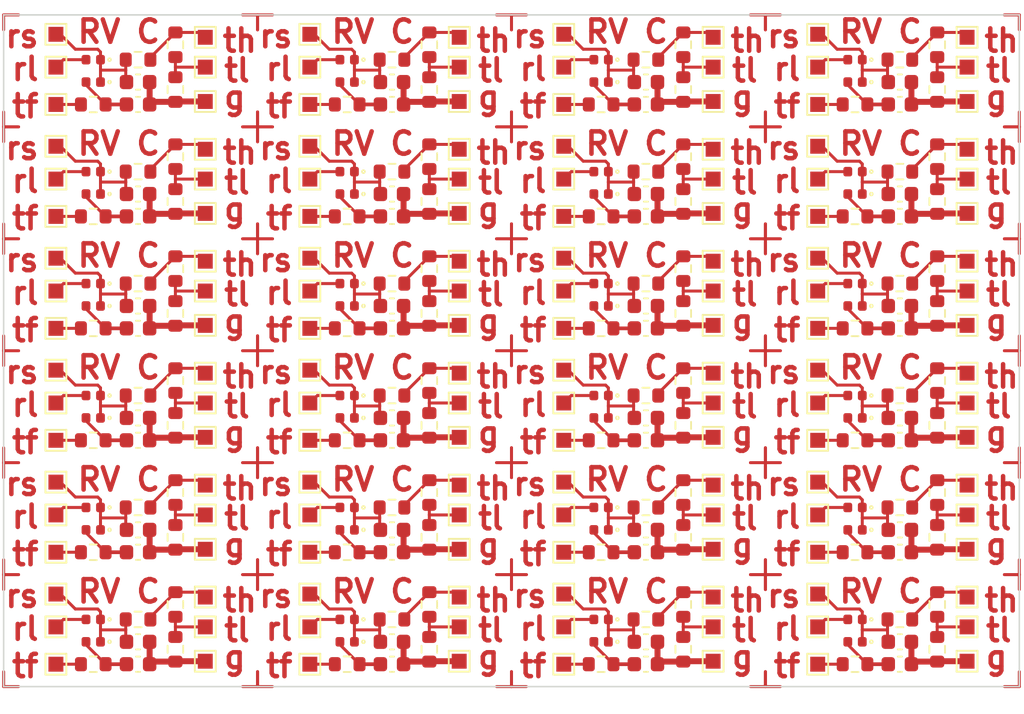
<source format=kicad_pcb>
(kicad_pcb (version 20240108) (generator "pcbnew") (generator_version "8.0")
  (title_block (date "2024-08-02") (rev "C"))
  (layers (0 "F.Cu" signal) (31 "B.Cu" signal) (34 "B.Paste" user) (35 "F.Paste" user) (36 "B.SilkS" user "B.Silkscreen") (37 "F.SilkS" user "F.Silkscreen") (38 "B.Mask" user) (39 "F.Mask" user) (44 "Edge.Cuts" user))
  (net 0 "")
  (net 1 "Board_0-/RF_LEVEL")
  (net 2 "Board_0-/RSSI")
  (net 3 "Board_0-/TL_FLOOR")
  (net 4 "Board_0-/TL_HI")
  (net 5 "Board_0-/TL_LO")
  (net 6 "Board_0-GND")
  (net 7 "Board_0-Net-(D2-A)")
  (net 8 "Board_1-/RF_LEVEL")
  (net 9 "Board_1-/RSSI")
  (net 10 "Board_1-/TL_FLOOR")
  (net 11 "Board_1-/TL_HI")
  (net 12 "Board_1-/TL_LO")
  (net 13 "Board_1-GND")
  (net 14 "Board_1-Net-(D2-A)")
  (net 15 "Board_2-/RF_LEVEL")
  (net 16 "Board_2-/RSSI")
  (net 17 "Board_2-/TL_FLOOR")
  (net 18 "Board_2-/TL_HI")
  (net 19 "Board_2-/TL_LO")
  (net 20 "Board_2-GND")
  (net 21 "Board_2-Net-(D2-A)")
  (net 22 "Board_3-/RF_LEVEL")
  (net 23 "Board_3-/RSSI")
  (net 24 "Board_3-/TL_FLOOR")
  (net 25 "Board_3-/TL_HI")
  (net 26 "Board_3-/TL_LO")
  (net 27 "Board_3-GND")
  (net 28 "Board_3-Net-(D2-A)")
  (net 29 "Board_4-/RF_LEVEL")
  (net 30 "Board_4-/RSSI")
  (net 31 "Board_4-/TL_FLOOR")
  (net 32 "Board_4-/TL_HI")
  (net 33 "Board_4-/TL_LO")
  (net 34 "Board_4-GND")
  (net 35 "Board_4-Net-(D2-A)")
  (net 36 "Board_5-/RF_LEVEL")
  (net 37 "Board_5-/RSSI")
  (net 38 "Board_5-/TL_FLOOR")
  (net 39 "Board_5-/TL_HI")
  (net 40 "Board_5-/TL_LO")
  (net 41 "Board_5-GND")
  (net 42 "Board_5-Net-(D2-A)")
  (net 43 "Board_6-/RF_LEVEL")
  (net 44 "Board_6-/RSSI")
  (net 45 "Board_6-/TL_FLOOR")
  (net 46 "Board_6-/TL_HI")
  (net 47 "Board_6-/TL_LO")
  (net 48 "Board_6-GND")
  (net 49 "Board_6-Net-(D2-A)")
  (net 50 "Board_7-/RF_LEVEL")
  (net 51 "Board_7-/RSSI")
  (net 52 "Board_7-/TL_FLOOR")
  (net 53 "Board_7-/TL_HI")
  (net 54 "Board_7-/TL_LO")
  (net 55 "Board_7-GND")
  (net 56 "Board_7-Net-(D2-A)")
  (net 57 "Board_8-/RF_LEVEL")
  (net 58 "Board_8-/RSSI")
  (net 59 "Board_8-/TL_FLOOR")
  (net 60 "Board_8-/TL_HI")
  (net 61 "Board_8-/TL_LO")
  (net 62 "Board_8-GND")
  (net 63 "Board_8-Net-(D2-A)")
  (net 64 "Board_9-/RF_LEVEL")
  (net 65 "Board_9-/RSSI")
  (net 66 "Board_9-/TL_FLOOR")
  (net 67 "Board_9-/TL_HI")
  (net 68 "Board_9-/TL_LO")
  (net 69 "Board_9-GND")
  (net 70 "Board_9-Net-(D2-A)")
  (net 71 "Board_10-/RF_LEVEL")
  (net 72 "Board_10-/RSSI")
  (net 73 "Board_10-/TL_FLOOR")
  (net 74 "Board_10-/TL_HI")
  (net 75 "Board_10-/TL_LO")
  (net 76 "Board_10-GND")
  (net 77 "Board_10-Net-(D2-A)")
  (net 78 "Board_11-/RF_LEVEL")
  (net 79 "Board_11-/RSSI")
  (net 80 "Board_11-/TL_FLOOR")
  (net 81 "Board_11-/TL_HI")
  (net 82 "Board_11-/TL_LO")
  (net 83 "Board_11-GND")
  (net 84 "Board_11-Net-(D2-A)")
  (net 85 "Board_12-/RF_LEVEL")
  (net 86 "Board_12-/RSSI")
  (net 87 "Board_12-/TL_FLOOR")
  (net 88 "Board_12-/TL_HI")
  (net 89 "Board_12-/TL_LO")
  (net 90 "Board_12-GND")
  (net 91 "Board_12-Net-(D2-A)")
  (net 92 "Board_13-/RF_LEVEL")
  (net 93 "Board_13-/RSSI")
  (net 94 "Board_13-/TL_FLOOR")
  (net 95 "Board_13-/TL_HI")
  (net 96 "Board_13-/TL_LO")
  (net 97 "Board_13-GND")
  (net 98 "Board_13-Net-(D2-A)")
  (net 99 "Board_14-/RF_LEVEL")
  (net 100 "Board_14-/RSSI")
  (net 101 "Board_14-/TL_FLOOR")
  (net 102 "Board_14-/TL_HI")
  (net 103 "Board_14-/TL_LO")
  (net 104 "Board_14-GND")
  (net 105 "Board_14-Net-(D2-A)")
  (net 106 "Board_15-/RF_LEVEL")
  (net 107 "Board_15-/RSSI")
  (net 108 "Board_15-/TL_FLOOR")
  (net 109 "Board_15-/TL_HI")
  (net 110 "Board_15-/TL_LO")
  (net 111 "Board_15-GND")
  (net 112 "Board_15-Net-(D2-A)")
  (net 113 "Board_16-/RF_LEVEL")
  (net 114 "Board_16-/RSSI")
  (net 115 "Board_16-/TL_FLOOR")
  (net 116 "Board_16-/TL_HI")
  (net 117 "Board_16-/TL_LO")
  (net 118 "Board_16-GND")
  (net 119 "Board_16-Net-(D2-A)")
  (net 120 "Board_17-/RF_LEVEL")
  (net 121 "Board_17-/RSSI")
  (net 122 "Board_17-/TL_FLOOR")
  (net 123 "Board_17-/TL_HI")
  (net 124 "Board_17-/TL_LO")
  (net 125 "Board_17-GND")
  (net 126 "Board_17-Net-(D2-A)")
  (net 127 "Board_18-/RF_LEVEL")
  (net 128 "Board_18-/RSSI")
  (net 129 "Board_18-/TL_FLOOR")
  (net 130 "Board_18-/TL_HI")
  (net 131 "Board_18-/TL_LO")
  (net 132 "Board_18-GND")
  (net 133 "Board_18-Net-(D2-A)")
  (net 134 "Board_19-/RF_LEVEL")
  (net 135 "Board_19-/RSSI")
  (net 136 "Board_19-/TL_FLOOR")
  (net 137 "Board_19-/TL_HI")
  (net 138 "Board_19-/TL_LO")
  (net 139 "Board_19-GND")
  (net 140 "Board_19-Net-(D2-A)")
  (net 141 "Board_20-/RF_LEVEL")
  (net 142 "Board_20-/RSSI")
  (net 143 "Board_20-/TL_FLOOR")
  (net 144 "Board_20-/TL_HI")
  (net 145 "Board_20-/TL_LO")
  (net 146 "Board_20-GND")
  (net 147 "Board_20-Net-(D2-A)")
  (net 148 "Board_21-/RF_LEVEL")
  (net 149 "Board_21-/RSSI")
  (net 150 "Board_21-/TL_FLOOR")
  (net 151 "Board_21-/TL_HI")
  (net 152 "Board_21-/TL_LO")
  (net 153 "Board_21-GND")
  (net 154 "Board_21-Net-(D2-A)")
  (net 155 "Board_22-/RF_LEVEL")
  (net 156 "Board_22-/RSSI")
  (net 157 "Board_22-/TL_FLOOR")
  (net 158 "Board_22-/TL_HI")
  (net 159 "Board_22-/TL_LO")
  (net 160 "Board_22-GND")
  (net 161 "Board_22-Net-(D2-A)")
  (net 162 "Board_23-/RF_LEVEL")
  (net 163 "Board_23-/RSSI")
  (net 164 "Board_23-/TL_FLOOR")
  (net 165 "Board_23-/TL_HI")
  (net 166 "Board_23-/TL_LO")
  (net 167 "Board_23-GND")
  (net 168 "Board_23-Net-(D2-A)")
  (footprint "Custom_Diode:D_0402_1005Metric" (layer "F.Cu") (at 111.7 54.5 180)
    (property "Reference" "D2" (hide yes))
    (property "Value" "D_Schottky")
  )
  (footprint "Capacitor_SMD:C_0603_1608Metric" (layer "F.Cu") (at 114.7 32)
    (property "Reference" "C3" (hide yes))
    (property "Value" "1nF")
  )
  (footprint "Resistor_SMD:R_0603_1608Metric" (layer "F.Cu") (at 134.2 32.5 90)
    (property "Reference" "R7" (hide yes))
    (property "Value" "200k")
  )
  (footprint "TestPoint:TestPoint_Pad_1.0x1.0mm" (layer "F.Cu") (at 153.2 55.8 90)
    (property "Reference" "TP4" (hide yes))
    (property "Value" "TestPoint")
  )
  (footprint "Capacitor_SMD:C_0603_1608Metric" (layer "F.Cu") (at 165.7 41)
    (property "Reference" "C1" (hide yes))
    (property "Value" "0.1uF")
  )
  (footprint "Resistor_SMD:R_0603_1608Metric" (layer "F.Cu") (at 165.7 45.5 180)
    (property "Reference" "R5" (hide yes))
    (property "Value" "100k")
  )
  (footprint "Resistor_SMD:R_0603_1608Metric" (layer "F.Cu") (at 148.7 53 180)
    (property "Reference" "R5" (hide yes))
    (property "Value" "100k")
  )
  (footprint "Resistor_SMD:R_0603_1608Metric" (layer "F.Cu") (at 134.2 29.5 90)
    (property "Reference" "R2" (hide yes))
    (property "Value" "100k")
  )
  (footprint "Custom_Diode:D_0402_1005Metric" (layer "F.Cu") (at 145.7 32 180)
    (property "Reference" "D2" (hide yes))
    (property "Value" "D_Schottky")
  )
  (footprint "Resistor_SMD:R_0603_1608Metric" (layer "F.Cu") (at 111.7 48.5 180)
    (property "Reference" "R1" (hide yes))
    (property "Value" "10k")
  )
  (footprint "TestPoint:TestPoint_Pad_1.0x1.0mm" (layer "F.Cu") (at 126.2 43.8)
    (property "Reference" "TP5" (hide yes))
    (property "Value" "TestPoint")
  )
  (footprint "TestPoint:TestPoint_Pad_1.0x1.0mm" (layer "F.Cu") (at 109.2 41)
    (property "Reference" "TP2" (hide yes))
    (property "Value" "TestPoint")
  )
  (footprint "Resistor_SMD:R_0603_1608Metric" (layer "F.Cu") (at 145.7 56 180)
    (property "Reference" "R1" (hide yes))
    (property "Value" "10k")
  )
  (footprint "TestPoint:TestPoint_Pad_1.0x1.0mm" (layer "F.Cu") (at 153.2 61)
    (property "Reference" "TP7" (hide yes))
    (property "Value" "TestPoint")
  )
  (footprint "Capacitor_SMD:C_0603_1608Metric" (layer "F.Cu") (at 148.7 54.5)
    (property "Reference" "C3" (hide yes))
    (property "Value" "1nF")
  )
  (footprint "Resistor_SMD:R_0603_1608Metric" (layer "F.Cu") (at 111.7 26 180)
    (property "Reference" "R1" (hide yes))
    (property "Value" "10k")
  )
  (footprint "TestPoint:TestPoint_Pad_1.0x1.0mm" (layer "F.Cu") (at 170.2 36.5)
    (property "Reference" "TP6" (hide yes))
    (property "Value" "TestPoint")
  )
  (footprint "TestPoint:TestPoint_Pad_1.0x1.0mm" (layer "F.Cu") (at 153.2 31)
    (property "Reference" "TP7" (hide yes))
    (property "Value" "TestPoint")
  )
  (footprint "Resistor_SMD:R_0603_1608Metric" (layer "F.Cu") (at 168.2 22 90)
    (property "Reference" "R2" (hide yes))
    (property "Value" "100k")
  )
  (footprint "TestPoint:TestPoint_Pad_1.0x1.0mm" (layer "F.Cu") (at 160.2 58.8)
    (property "Reference" "TP5" (hide yes))
    (property "Value" "TestPoint")
  )
  (footprint "TestPoint:TestPoint_Pad_1.0x1.0mm" (layer "F.Cu") (at 160.2 28.8)
    (property "Reference" "TP5" (hide yes))
    (property "Value" "TestPoint")
  )
  (footprint "Resistor_SMD:R_0603_1608Metric" (layer "F.Cu") (at 151.2 52 90)
    (property "Reference" "R2" (hide yes))
    (property "Value" "100k")
  )
  (footprint "TestPoint:TestPoint_Pad_1.0x1.0mm" (layer "F.Cu") (at 143.2 43.8)
    (property "Reference" "TP5" (hide yes))
    (property "Value" "TestPoint")
  )
  (footprint "Custom_Diode:D_0402_1005Metric" (layer "F.Cu") (at 162.7 53 180)
    (property "Reference" "D1" (hide yes))
    (property "Value" "D_Schottky")
  )
  (footprint "Custom_Diode:D_0402_1005Metric" (layer "F.Cu") (at 162.7 47 180)
    (property "Reference" "D2" (hide yes))
    (property "Value" "D_Schottky")
  )
  (footprint "Resistor_SMD:R_0603_1608Metric" (layer "F.Cu") (at 168.2 32.5 90)
    (property "Reference" "R7" (hide yes))
    (property "Value" "200k")
  )
  (footprint "Resistor_SMD:R_0603_1608Metric" (layer "F.Cu") (at 151.2 55 90)
    (property "Reference" "R7" (hide yes))
    (property "Value" "200k")
  )
  (footprint "Resistor_SMD:R_0603_1608Metric" (layer "F.Cu") (at 117.2 37 90)
    (property "Reference" "R2" (hide yes))
    (property "Value" "100k")
  )
  (footprint "Resistor_SMD:R_0603_1608Metric" (layer "F.Cu") (at 168.2 59.5 90)
    (property "Reference" "R2" (hide yes))
    (property "Value" "100k")
  )
  (footprint "Custom_Diode:D_0402_1005Metric" (layer "F.Cu") (at 128.7 38 180)
    (property "Reference" "D1" (hide yes))
    (property "Value" "D_Schottky")
  )
  (footprint "TestPoint:TestPoint_Pad_1.0x1.0mm" (layer "F.Cu") (at 170.2 33.3 90)
    (property "Reference" "TP4" (hide yes))
    (property "Value" "TestPoint")
  )
  (footprint "Resistor_SMD:R_0603_1608Metric" (layer "F.Cu") (at 117.2 22 90)
    (property "Reference" "R2" (hide yes))
    (property "Value" "100k")
  )
  (footprint "TestPoint:TestPoint_Pad_1.0x1.0mm" (layer "F.Cu") (at 126.2 56)
    (property "Reference" "TP2" (hide yes))
    (property "Value" "TestPoint")
  )
  (footprint "TestPoint:TestPoint_Pad_1.0x1.0mm" (layer "F.Cu") (at 126.2 48.5)
    (property "Reference" "TP2" (hide yes))
    (property "Value" "TestPoint")
  )
  (footprint "TestPoint:TestPoint_Pad_1.0x1.0mm" (layer "F.Cu") (at 109.2 31)
    (property "Reference" "TP1" (hide yes))
    (property "Value" "TestPoint")
  )
  (footprint "Resistor_SMD:R_0603_1608Metric" (layer "F.Cu") (at 151.2 37 90)
    (property "Reference" "R2" (hide yes))
    (property "Value" "100k")
  )
  (footprint "Resistor_SMD:R_0603_1608Metric" (layer "F.Cu") (at 151.2 25 90)
    (property "Reference" "R7" (hide yes))
    (property "Value" "200k")
  )
  (footprint "Resistor_SMD:R_0603_1608Metric" (layer "F.Cu") (at 134.2 47.5 90)
    (property "Reference" "R7" (hide yes))
    (property "Value" "200k")
  )
  (footprint "Resistor_SMD:R_0603_1608Metric" (layer "F.Cu") (at 128.7 48.5 180)
    (property "Reference" "R1" (hide yes))
    (property "Value" "10k")
  )
  (footprint "TestPoint:TestPoint_Pad_1.0x1.0mm" (layer "F.Cu") (at 143.2 36.3)
    (property "Reference" "TP5" (hide yes))
    (property "Value" "TestPoint")
  )
  (footprint "Capacitor_SMD:C_0603_1608Metric" (layer "F.Cu") (at 165.7 47)
    (property "Reference" "C3" (hide yes))
    (property "Value" "1nF")
  )
  (footprint "TestPoint:TestPoint_Pad_1.0x1.0mm" (layer "F.Cu") (at 136.2 36.5)
    (property "Reference" "TP6" (hide yes))
    (property "Value" "TestPoint")
  )
  (footprint "TestPoint:TestPoint_Pad_1.0x1.0mm" (layer "F.Cu") (at 136.2 55.8 90)
    (property "Reference" "TP4" (hide yes))
    (property "Value" "TestPoint")
  )
  (footprint "TestPoint:TestPoint_Pad_1.0x1.0mm" (layer "F.Cu") (at 109.2 28.8)
    (property "Reference" "TP5" (hide yes))
    (property "Value" "TestPoint")
  )
  (footprint "Resistor_SMD:R_0603_1608Metric" (layer "F.Cu") (at 151.2 40 90)
    (property "Reference" "R7" (hide yes))
    (property "Value" "200k")
  )
  (footprint "Custom_Diode:D_0402_1005Metric" (layer "F.Cu") (at 111.7 45.5 180)
    (property "Reference" "D1" (hide yes))
    (property "Value" "D_Schottky")
  )
  (footprint "TestPoint:TestPoint_Pad_1.0x1.0mm" (layer "F.Cu") (at 126.2 63.5)
    (property "Reference" "TP2" (hide yes))
    (property "Value" "TestPoint")
  )
  (footprint "Resistor_SMD:R_0603_1608Metric" (layer "F.Cu") (at 117.2 55 90)
    (property "Reference" "R7" (hide yes))
    (property "Value" "200k")
  )
  (footprint "TestPoint:TestPoint_Pad_1.0x1.0mm" (layer "F.Cu") (at 126.2 41)
    (property "Reference" "TP2" (hide yes))
    (property "Value" "TestPoint")
  )
  (footprint "Custom_Diode:D_0402_1005Metric" (layer "F.Cu") (at 162.7 32 180)
    (property "Reference" "D2" (hide yes))
    (property "Value" "D_Schottky")
  )
  (footprint "Capacitor_SMD:C_0603_1608Metric" (layer "F.Cu") (at 131.7 48.5)
    (property "Reference" "C1" (hide yes))
    (property "Value" "0.1uF")
  )
  (footprint "TestPoint:TestPoint_Pad_1.0x1.0mm" (layer "F.Cu") (at 126.2 36.3)
    (property "Reference" "TP5" (hide yes))
    (property "Value" "TestPoint")
  )
  (footprint "TestPoint:TestPoint_Pad_1.0x1.0mm" (layer "F.Cu") (at 126.2 53.5)
    (property "Reference" "TP1" (hide yes))
    (property "Value" "TestPoint")
  )
  (footprint "TestPoint:TestPoint_Pad_1.0x1.0mm" (layer "F.Cu") (at 136.2 21.5)
    (property "Reference" "TP6" (hide yes))
    (property "Value" "TestPoint")
  )
  (footprint "TestPoint:TestPoint_Pad_1.0x1.0mm" (layer "F.Cu") (at 109.2 48.5)
    (property "Reference" "TP2" (hide yes))
    (property "Value" "TestPoint")
  )
  (footprint "Resistor_SMD:R_0603_1608Metric" (layer "F.Cu") (at 165.7 30.5 180)
    (property "Reference" "R5" (hide yes))
    (property "Value" "100k")
  )
  (footprint "Capacitor_SMD:C_0603_1608Metric" (layer "F.Cu") (at 114.7 39.5)
    (property "Reference" "C3" (hide yes))
    (property "Value" "1nF")
  )
  (footprint "Custom_Diode:D_0402_1005Metric" (layer "F.Cu") (at 162.7 38 180)
    (property "Reference" "D1" (hide yes))
    (property "Value" "D_Schottky")
  )
  (footprint "TestPoint:TestPoint_Pad_1.0x1.0mm" (layer "F.Cu") (at 109.2 56)
    (property "Reference" "TP2" (hide yes))
    (property "Value" "TestPoint")
  )
  (footprint "TestPoint:TestPoint_Pad_1.0x1.0mm" (layer "F.Cu") (at 143.2 38.5)
    (property "Reference" "TP1" (hide yes))
    (property "Value" "TestPoint")
  )
  (footprint "TestPoint:TestPoint_Pad_1.0x1.0mm" (layer "F.Cu") (at 153.2 48.3 90)
    (property "Reference" "TP4" (hide yes))
    (property "Value" "TestPoint")
  )
  (footprint "TestPoint:TestPoint_Pad_1.0x1.0mm" (layer "F.Cu") (at 160.2 46)
    (property "Reference" "TP1" (hide yes))
    (property "Value" "TestPoint")
  )
  (footprint "TestPoint:TestPoint_Pad_1.0x1.0mm" (layer "F.Cu") (at 136.2 40.8 90)
    (property "Reference" "TP4" (hide yes))
    (property "Value" "TestPoint")
  )
  (footprint "Capacitor_SMD:C_0603_1608Metric" (layer "F.Cu") (at 131.7 39.5)
    (property "Reference" "C3" (hide yes))
    (property "Value" "1nF")
  )
  (footprint "Resistor_SMD:R_0603_1608Metric" (layer "F.Cu") (at 114.7 53 180)
    (property "Reference" "R5" (hide yes))
    (property "Value" "100k")
  )
  (footprint "TestPoint:TestPoint_Pad_1.0x1.0mm" (layer "F.Cu") (at 136.2 38.5)
    (property "Reference" "TP7" (hide yes))
    (property "Value" "TestPoint")
  )
  (footprint "Resistor_SMD:R_0603_1608Metric" (layer "F.Cu") (at 168.2 29.5 90)
    (property "Reference" "R2" (hide yes))
    (property "Value" "100k")
  )
  (footprint "Capacitor_SMD:C_0603_1608Metric" (layer "F.Cu") (at 148.7 48.5)
    (property "Reference" "C1" (hide yes))
    (property "Value" "0.1uF")
  )
  (footprint "Custom_Diode:D_0402_1005Metric" (layer "F.Cu") (at 145.7 62 180)
    (property "Reference" "D2" (hide yes))
    (property "Value" "D_Schottky")
  )
  (footprint "TestPoint:TestPoint_Pad_1.0x1.0mm" (layer "F.Cu") (at 119.2 51.5)
    (property "Reference" "TP6" (hide yes))
    (property "Value" "TestPoint")
  )
  (footprint "Custom_Diode:D_0402_1005Metric" (layer "F.Cu") (at 162.7 23 180)
    (property "Reference" "D1" (hide yes))
    (property "Value" "D_Schottky")
  )
  (footprint "TestPoint:TestPoint_Pad_1.0x1.0mm" (layer "F.Cu") (at 153.2 29)
    (property "Reference" "TP6" (hide yes))
    (property "Value" "TestPoint")
  )
  (footprint "TestPoint:TestPoint_Pad_1.0x1.0mm" (layer "F.Cu") (at 170.2 21.5)
    (property "Reference" "TP6" (hide yes))
    (property "Value" "TestPoint")
  )
  (footprint "TestPoint:TestPoint_Pad_1.0x1.0mm" (layer "F.Cu") (at 170.2 55.8 90)
    (property "Reference" "TP4" (hide yes))
    (property "Value" "TestPoint")
  )
  (footprint "Capacitor_SMD:C_0603_1608Metric" (layer "F.Cu") (at 114.7 26)
    (property "Reference" "C1" (hide yes))
    (property "Value" "0.1uF")
  )
  (footprint "Resistor_SMD:R_0603_1608Metric" (layer "F.Cu") (at 168.2 47.5 90)
    (property "Reference" "R7" (hide yes))
    (property "Value" "200k")
  )
  (footprint "Resistor_SMD:R_0603_1608Metric" (layer "F.Cu") (at 134.2 52 90)
    (property "Reference" "R2" (hide yes))
    (property "Value" "100k")
  )
  (footprint "Capacitor_SMD:C_0603_1608Metric" (layer "F.Cu") (at 148.7 26)
    (property "Reference" "C1" (hide yes))
    (property "Value" "0.1uF")
  )
  (footprint "Resistor_SMD:R_0603_1608Metric" (layer "F.Cu") (at 117.2 47.5 90)
    (property "Reference" "R7" (hide yes))
    (property "Value" "200k")
  )
  (footprint "TestPoint:TestPoint_Pad_1.0x1.0mm" (layer "F.Cu") (at 143.2 61)
    (property "Reference" "TP1" (hide yes))
    (property "Value" "TestPoint")
  )
  (footprint "Resistor_SMD:R_0603_1608Metric" (layer "F.Cu") (at 128.7 56 180)
    (property "Reference" "R1" (hide yes))
    (property "Value" "10k")
  )
  (footprint "TestPoint:TestPoint_Pad_1.0x1.0mm" (layer "F.Cu") (at 126.2 21.3)
    (property "Reference" "TP5" (hide yes))
    (property "Value" "TestPoint")
  )
  (footprint "TestPoint:TestPoint_Pad_1.0x1.0mm" (layer "F.Cu") (at 109.2 46)
    (property "Reference" "TP1" (hide yes))
    (property "Value" "TestPoint")
  )
  (footprint "Resistor_SMD:R_0603_1608Metric" (layer "F.Cu") (at 162.7 41 180)
    (property "Reference" "R1" (hide yes))
    (property "Value" "10k")
  )
  (footprint "Resistor_SMD:R_0603_1608Metric" (layer "F.Cu") (at 117.2 29.5 90)
    (property "Reference" "R2" (hide yes))
    (property "Value" "100k")
  )
  (footprint "Custom_Diode:D_0402_1005Metric" (layer "F.Cu") (at 128.7 45.5 180)
    (property "Reference" "D1" (hide yes))
    (property "Value" "D_Schottky")
  )
  (footprint "Resistor_SMD:R_0603_1608Metric" (layer "F.Cu") (at 114.7 38 180)
    (property "Reference" "R5" (hide yes))
    (property "Value" "100k")
  )
  (footprint "Resistor_SMD:R_0603_1608Metric" (layer "F.Cu") (at 148.7 45.5 180)
    (property "Reference" "R5" (hide yes))
    (property "Value" "100k")
  )
  (footprint "Resistor_SMD:R_0603_1608Metric" (layer "F.Cu") (at 114.7 45.5 180)
    (property "Reference" "R5" (hide yes))
    (property "Value" "100k")
  )
  (footprint "TestPoint:TestPoint_Pad_1.0x1.0mm" (layer "F.Cu") (at 170.2 61)
    (property "Reference" "TP7" (hide yes))
    (property "Value" "TestPoint")
  )
  (footprint "TestPoint:TestPoint_Pad_1.0x1.0mm" (layer "F.Cu") (at 136.2 61)
    (property "Reference" "TP7" (hide yes))
    (property "Value" "TestPoint")
  )
  (footprint "Resistor_SMD:R_0603_1608Metric" (layer "F.Cu") (at 168.2 52 90)
    (property "Reference" "R2" (hide yes))
    (property "Value" "100k")
  )
  (footprint "Resistor_SMD:R_0603_1608Metric" (layer "F.Cu") (at 128.7 63.5 180)
    (property "Reference" "R1" (hide yes))
    (property "Value" "10k")
  )
  (footprint "Custom_Diode:D_0402_1005Metric" (layer "F.Cu") (at 128.7 32 180)
    (property "Reference" "D2" (hide yes))
    (property "Value" "D_Schottky")
  )
  (footprint "TestPoint:TestPoint_Pad_1.0x1.0mm" (layer "F.Cu") (at 109.2 61)
    (property "Reference" "TP1" (hide yes))
    (property "Value" "TestPoint")
  )
  (footprint "TestPoint:TestPoint_Pad_1.0x1.0mm" (layer "F.Cu") (at 126.2 51.3)
    (property "Reference" "TP5" (hide yes))
    (property "Value" "TestPoint")
  )
  (footprint "TestPoint:TestPoint_Pad_1.0x1.0mm" (layer "F.Cu") (at 153.2 38.5)
    (property "Reference" "TP7" (hide yes))
    (property "Value" "TestPoint")
  )
  (footprint "TestPoint:TestPoint_Pad_1.0x1.0mm" (layer "F.Cu") (at 136.2 59)
    (property "Reference" "TP6" (hide yes))
    (property "Value" "TestPoint")
  )
  (footprint "Custom_Diode:D_0402_1005Metric" (layer "F.Cu") (at 111.7 39.5 180)
    (property "Reference" "D2" (hide yes))
    (property "Value" "D_Schottky")
  )
  (footprint "TestPoint:TestPoint_Pad_1.0x1.0mm" (layer "F.Cu") (at 136.2 23.5)
    (property "Reference" "TP7" (hide yes))
    (property "Value" "TestPoint")
  )
  (footprint "Custom_Diode:D_0402_1005Metric" (layer "F.Cu") (at 128.7 47 180)
    (property "Reference" "D2" (hide yes))
    (property "Value" "D_Schottky")
  )
  (footprint "Resistor_SMD:R_0603_1608Metric" (layer "F.Cu") (at 114.7 60.5 180)
    (property "Reference" "R5" (hide yes))
    (property "Value" "100k")
  )
  (footprint "TestPoint:TestPoint_Pad_1.0x1.0mm" (layer "F.Cu") (at 143.2 53.5)
    (property "Reference" "TP1" (hide yes))
    (property "Value" "TestPoint")
  )
  (footprint "TestPoint:TestPoint_Pad_1.0x1.0mm" (layer "F.Cu") (at 143.2 28.8)
    (property "Reference" "TP5" (hide yes))
    (property "Value" "TestPoint")
  )
  (footprint "Capacitor_SMD:C_0603_1608Metric" (layer "F.Cu") (at 131.7 26)
    (property "Reference" "C1" (hide yes))
    (property "Value" "0.1uF")
  )
  (footprint "Resistor_SMD:R_0603_1608Metric" (layer "F.Cu") (at 134.2 37 90)
    (property "Reference" "R2" (hide yes))
    (property "Value" "100k")
  )
  (footprint "Custom_Diode:D_0402_1005Metric" (layer "F.Cu") (at 145.7 47 180)
    (property "Reference" "D2" (hide yes))
    (property "Value" "D_Schottky")
  )
  (footprint "Resistor_SMD:R_0603_1608Metric" (layer "F.Cu") (at 151.2 59.5 90)
    (property "Reference" "R2" (hide yes))
    (property "Value" "100k")
  )
  (footprint "Resistor_SMD:R_0603_1608Metric" (layer "F.Cu") (at 165.7 53 180)
    (property "Reference" "R5" (hide yes))
    (property "Value" "100k")
  )
  (footprint "Capacitor_SMD:C_0603_1608Metric" (layer "F.Cu") (at 148.7 56)
    (property "Reference" "C1" (hide yes))
    (property "Value" "0.1uF")
  )
  (footprint "Resistor_SMD:R_0603_1608Metric" (layer "F.Cu") (at 117.2 25 90)
    (property "Reference" "R7" (hide yes))
    (property "Value" "200k")
  )
  (footprint "Capacitor_SMD:C_0603_1608Metric" (layer "F.Cu") (at 165.7 63.5)
    (property "Reference" "C1" (hide yes))
    (property "Value" "0.1uF")
  )
  (footprint "TestPoint:TestPoint_Pad_1.0x1.0mm" (layer "F.Cu") (at 109.2 21.3)
    (property "Reference" "TP5" (hide yes))
    (property "Value" "TestPoint")
  )
  (footprint "TestPoint:TestPoint_Pad_1.0x1.0mm" (layer "F.Cu") (at 126.2 33.5)
    (property "Reference" "TP2" (hide yes))
    (property "Value" "TestPoint")
  )
  (footprint "Custom_Diode:D_0402_1005Metric" (layer "F.Cu") (at 145.7 60.5 180)
    (property "Reference" "D1" (hide yes))
    (property "Value" "D_Schottky")
  )
  (footprint "TestPoint:TestPoint_Pad_1.0x1.0mm" (layer "F.Cu") (at 119.2 44)
    (property "Reference" "TP6" (hide yes))
    (property "Value" "TestPoint")
  )
  (footprint "Capacitor_SMD:C_0603_1608Metric" (layer "F.Cu") (at 165.7 54.5)
    (property "Reference" "C3" (hide yes))
    (property "Value" "1nF")
  )
  (footprint "Custom_Diode:D_0402_1005Metric" (layer "F.Cu") (at 111.7 53 180)
    (property "Reference" "D1" (hide yes))
    (property "Value" "D_Schottky")
  )
  (footprint "TestPoint:TestPoint_Pad_1.0x1.0mm" (layer "F.Cu") (at 170.2 31)
    (property "Reference" "TP7" (hide yes))
    (property "Value" "TestPoint")
  )
  (footprint "TestPoint:TestPoint_Pad_1.0x1.0mm" (layer "F.Cu") (at 119.2 38.5)
    (property "Reference" "TP7" (hide yes))
    (property "Value" "TestPoint")
  )
  (footprint "Resistor_SMD:R_0603_1608Metric" (layer "F.Cu") (at 145.7 41 180)
    (property "Reference" "R1" (hide yes))
    (property "Value" "10k")
  )
  (footprint "Capacitor_SMD:C_0603_1608Metric" (layer "F.Cu") (at 148.7 24.5)
    (property "Reference" "C3" (hide yes))
    (property "Value" "1nF")
  )
  (footprint "Resistor_SMD:R_0603_1608Metric" (layer "F.Cu") (at 134.2 59.5 90)
    (property "Reference" "R2" (hide yes))
    (property "Value" "100k")
  )
  (footprint "Resistor_SMD:R_0603_1608Metric" (layer "F.Cu") (at 117.2 32.5 90)
    (property "Reference" "R7" (hide yes))
    (property "Value" "200k")
  )
  (footprint "Custom_Diode:D_0402_1005Metric" (layer "F.Cu") (at 145.7 53 180)
    (property "Reference" "D1" (hide yes))
    (property "Value" "D_Schottky")
  )
  (footprint "TestPoint:TestPoint_Pad_1.0x1.0mm" (layer "F.Cu") (at 170.2 40.8 90)
    (property "Reference" "TP4" (hide yes))
    (property "Value" "TestPoint")
  )
  (footprint "Custom_Diode:D_0402_1005Metric" (layer "F.Cu") (at 162.7 60.5 180)
    (property "Reference" "D1" (hide yes))
    (property "Value" "D_Schottky")
  )
  (footprint "TestPoint:TestPoint_Pad_1.0x1.0mm" (layer "F.Cu") (at 109.2 26)
    (property "Reference" "TP2" (hide yes))
    (property "Value" "TestPoint")
  )
  (footprint "Custom_Diode:D_0402_1005Metric" (layer "F.Cu") (at 162.7 54.5 180)
    (property "Reference" "D2" (hide yes))
    (property "Value" "D_Schottky")
  )
  (footprint "Resistor_SMD:R_0603_1608Metric" (layer "F.Cu") (at 111.7 41 180)
    (property "Reference" "R1" (hide yes))
    (property "Value" "10k")
  )
  (footprint "Resistor_SMD:R_0603_1608Metric" (layer "F.Cu") (at 111.7 56 180)
    (property "Reference" "R1" (hide yes))
    (property "Value" "10k")
  )
  (footprint "Capacitor_SMD:C_0603_1608Metric" (layer "F.Cu") (at 114.7 24.5)
    (property "Reference" "C3" (hide yes))
    (property "Value" "1nF")
  )
  (footprint "Custom_Diode:D_0402_1005Metric" (layer "F.Cu") (at 162.7 24.5 180)
    (property "Reference" "D2" (hide yes))
    (property "Value" "D_Schottky")
  )
  (footprint "TestPoint:TestPoint_Pad_1.0x1.0mm" (layer "F.Cu") (at 170.2 59)
    (property "Reference" "TP6" (hide yes))
    (property "Value" "TestPoint")
  )
  (footprint "TestPoint:TestPoint_Pad_1.0x1.0mm" (layer "F.Cu") (at 126.2 26)
    (property "Reference" "TP2" (hide yes))
    (property "Value" "TestPoint")
  )
  (footprint "TestPoint:TestPoint_Pad_1.0x1.0mm" (layer "F.Cu") (at 126.2 61)
    (property "Reference" "TP1" (hide yes))
    (property "Value" "TestPoint")
  )
  (footprint "Capacitor_SMD:C_0603_1608Metric" (layer "F.Cu") (at 148.7 32)
    (property "Reference" "C3" (hide yes))
    (property "Value" "1nF")
  )
  (footprint "TestPoint:TestPoint_Pad_1.0x1.0mm" (layer "F.Cu") (at 153.2 33.3 90)
    (property "Reference" "TP4" (hide yes))
    (property "Value" "TestPoint")
  )
  (footprint "TestPoint:TestPoint_Pad_1.0x1.0mm" (layer "F.Cu") (at 136.2 33.3 90)
    (property "Reference" "TP4" (hide yes))
    (property "Value" "TestPoint")
  )
  (footprint "TestPoint:TestPoint_Pad_1.0x1.0mm" (layer "F.Cu") (at 160.2 41)
    (property "Reference" "TP2" (hide yes))
    (property "Value" "TestPoint")
  )
  (footprint "TestPoint:TestPoint_Pad_1.0x1.0mm" (layer "F.Cu") (at 153.2 21.5)
    (property "Reference" "TP6" (hide yes))
    (property "Value" "TestPoint")
  )
  (footprint "Resistor_SMD:R_0603_1608Metric" (layer "F.Cu") (at 114.7 23 180)
    (property "Reference" "R5" (hide yes))
    (property "Value" "100k")
  )
  (footprint "Resistor_SMD:R_0603_1608Metric" (layer "F.Cu") (at 168.2 37 90)
    (property "Reference" "R2" (hide yes))
    (property "Value" "100k")
  )
  (footprint "TestPoint:TestPoint_Pad_1.0x1.0mm" (layer "F.Cu") (at 119.2 31)
    (property "Reference" "TP7" (hide yes))
    (property "Value" "TestPoint")
  )
  (footprint "TestPoint:TestPoint_Pad_1.0x1.0mm" (layer "F.Cu") (at 143.2 63.5)
    (property "Reference" "TP2" (hide yes))
    (property "Value" "TestPoint")
  )
  (footprint "TestPoint:TestPoint_Pad_1.0x1.0mm" (layer "F.Cu") (at 126.2 38.5)
    (property "Reference" "TP1" (hide yes))
    (property "Value" "TestPoint")
  )
  (footprint "Resistor_SMD:R_0603_1608Metric" (layer "F.Cu") (at 134.2 44.5 90)
    (property "Reference" "R2" (hide yes))
    (property "Value" "100k")
  )
  (footprint "Custom_Diode:D_0402_1005Metric" (layer "F.Cu") (at 111.7 24.5 180)
    (property "Reference" "D2" (hide yes))
    (property "Value" "D_Schottky")
  )
  (footprint "Custom_Diode:D_0402_1005Metric" (layer "F.Cu") (at 128.7 30.5 180)
    (property "Reference" "D1" (hide yes))
    (property "Value" "D_Schottky")
  )
  (footprint "TestPoint:TestPoint_Pad_1.0x1.0mm" (layer "F.Cu") (at 109.2 51.3)
    (property "Reference" "TP5" (hide yes))
    (property "Value" "TestPoint")
  )
  (footprint "TestPoint:TestPoint_Pad_1.0x1.0mm" (layer "F.Cu") (at 119.2 53.5)
    (property "Reference" "TP7" (hide yes))
    (property "Value" "TestPoint")
  )
  (footprint "Capacitor_SMD:C_0603_1608Metric" (layer "F.Cu") (at 148.7 41)
    (property "Reference" "C1" (hide yes))
    (property "Value" "0.1uF")
  )
  (footprint "TestPoint:TestPoint_Pad_1.0x1.0mm" (layer "F.Cu") (at 143.2 46)
    (property "Reference" "TP1" (hide yes))
    (property "Value" "TestPoint")
  )
  (footprint "Resistor_SMD:R_0603_1608Metric" (layer "F.Cu") (at 131.7 23 180)
    (property "Reference" "R5" (hide yes))
    (property "Value" "100k")
  )
  (footprint "Capacitor_SMD:C_0603_1608Metric" (layer "F.Cu") (at 114.7 33.5)
    (property "Reference" "C1" (hide yes))
    (property "Value" "0.1uF")
  )
  (footprint "Custom_Diode:D_0402_1005Metric" (layer "F.Cu") (at 128.7 23 180)
    (property "Reference" "D1" (hide yes))
    (property "Value" "D_Schottky")
  )
  (footprint "TestPoint:TestPoint_Pad_1.0x1.0mm" (layer "F.Cu") (at 109.2 33.5)
    (property "Reference" "TP2" (hide yes))
    (property "Value" "TestPoint")
  )
  (footprint "TestPoint:TestPoint_Pad_1.0x1.0mm" (layer "F.Cu") (at 119.2 25.8 90)
    (property "Reference" "TP4" (hide yes))
    (property "Value" "TestPoint")
  )
  (footprint "TestPoint:TestPoint_Pad_1.0x1.0mm" (layer "F.Cu") (at 143.2 51.3)
    (property "Reference" "TP5" (hide yes))
    (property "Value" "TestPoint")
  )
  (footprint "Capacitor_SMD:C_0603_1608Metric" (layer "F.Cu") (at 165.7 56)
    (property "Reference" "C1" (hide yes))
    (property "Value" "0.1uF")
  )
  (footprint "Custom_Diode:D_0402_1005Metric" (layer "F.Cu") (at 111.7 60.5 180)
    (property "Reference" "D1" (hide yes))
    (property "Value" "D_Schottky")
  )
  (footprint "TestPoint:TestPoint_Pad_1.0x1.0mm" (layer "F.Cu") (at 136.2 53.5)
    (property "Reference" "TP7" (hide yes))
    (property "Value" "TestPoint")
  )
  (footprint "Resistor_SMD:R_0603_1608Metric" (layer "F.Cu") (at 151.2 47.5 90)
    (property "Reference" "R7" (hide yes))
    (property "Value" "200k")
  )
  (footprint "TestPoint:TestPoint_Pad_1.0x1.0mm" (layer "F.Cu") (at 160.2 33.5)
    (property "Reference" "TP2" (hide yes))
    (property "Value" "TestPoint")
  )
  (footprint "TestPoint:TestPoint_Pad_1.0x1.0mm" (layer "F.Cu") (at 170.2 29)
    (property "Reference" "TP6" (hide yes))
    (property "Value" "TestPoint")
  )
  (footprint "Custom_Diode:D_0402_1005Metric" (layer "F.Cu") (at 111.7 30.5 180)
    (property "Reference" "D1" (hide yes))
    (property "Value" "D_Schottky")
  )
  (footprint "TestPoint:TestPoint_Pad_1.0x1.0mm" (layer "F.Cu") (at 153.2 44)
    (property "Reference" "TP6" (hide yes))
    (property "Value" "TestPoint")
  )
  (footprint "TestPoint:TestPoint_Pad_1.0x1.0mm" (layer "F.Cu") (at 153.2 25.8 90)
    (property "Reference" "TP4" (hide yes))
    (property "Value" "TestPoint")
  )
  (footprint "TestPoint:TestPoint_Pad_1.0x1.0mm" (layer "F.Cu") (at 143.2 23.5)
    (property "Reference" "TP1" (hide yes))
    (property "Value" "TestPoint")
  )
  (footprint "TestPoint:TestPoint_Pad_1.0x1.0mm" (layer "F.Cu") (at 119.2 21.5)
    (property "Reference" "TP6" (hide yes))
    (property "Value" "TestPoint")
  )
  (footprint "Capacitor_SMD:C_0603_1608Metric" (layer "F.Cu") (at 131.7 47)
    (property "Reference" "C3" (hide yes))
    (property "Value" "1nF")
  )
  (footprint "TestPoint:TestPoint_Pad_1.0x1.0mm" (layer "F.Cu") (at 153.2 59)
    (property "Reference" "TP6" (hide yes))
    (property "Value" "TestPoint")
  )
  (footprint "Resistor_SMD:R_0603_1608Metric" (layer "F.Cu") (at 148.7 23 180)
    (property "Reference" "R5" (hide yes))
    (property "Value" "100k")
  )
  (footprint "Resistor_SMD:R_0603_1608Metric" (layer "F.Cu") (at 117.2 62.5 90)
    (property "Reference" "R7" (hide yes))
    (property "Value" "200k")
  )
  (footprint "Resistor_SMD:R_0603_1608Metric" (layer "F.Cu") (at 145.7 26 180)
    (property "Reference" "R1" (hide yes))
    (property "Value" "10k")
  )
  (footprint "Resistor_SMD:R_0603_1608Metric" (layer "F.Cu") (at 168.2 55 90)
    (property "Reference" "R7" (hide yes))
    (property "Value" "200k")
  )
  (footprint "TestPoint:TestPoint_Pad_1.0x1.0mm" (layer "F.Cu") (at 170.2 51.5)
    (property "Reference" "TP6" (hide yes))
    (property "Value" "TestPoint")
  )
  (footprint "Custom_Diode:D_0402_1005Metric" (layer "F.Cu") (at 111.7 47 180)
    (property "Reference" "D2" (hide yes))
    (property "Value" "D_Schottky")
  )
  (footprint "Resistor_SMD:R_0603_1608Metric" (layer "F.Cu") (at 131.7 30.5 180)
    (property "Reference" "R5" (hide yes))
    (property "Value" "100k")
  )
  (footprint "Custom_Diode:D_0402_1005Metric" (layer "F.Cu") (at 111.7 38 180)
    (property "Reference" "D1" (hide yes))
    (property "Value" "D_Schottky")
  )
  (footprint "Custom_Diode:D_0402_1005Metric" (layer "F.Cu") (at 162.7 62 180)
    (property "Reference" "D2" (hide yes))
    (property "Value" "D_Schottky")
  )
  (footprint "TestPoint:TestPoint_Pad_1.0x1.0mm" (layer "F.Cu") (at 136.2 29)
    (property "Reference" "TP6" (hide yes))
    (property "Value" "TestPoint")
  )
  (footprint "TestPoint:TestPoint_Pad_1.0x1.0mm" (layer "F.Cu") (at 160.2 61)
    (property "Reference" "TP1" (hide yes))
    (property "Value" "TestPoint")
  )
  (footprint "Capacitor_SMD:C_0603_1608Metric" (layer "F.Cu") (at 165.7 32)
    (property "Reference" "C3" (hide yes))
    (property "Value" "1nF")
  )
  (footprint "TestPoint:TestPoint_Pad_1.0x1.0mm" (layer "F.Cu") (at 153.2 23.5)
    (property "Reference" "TP7" (hide yes))
    (property "Value" "TestPoint")
  )
  (footprint "Resistor_SMD:R_0603_1608Metric" (layer "F.Cu") (at 151.2 29.5 90)
    (property "Reference" "R2" (hide yes))
    (property "Value" "100k")
  )
  (footprint "Resistor_SMD:R_0603_1608Metric" (layer "F.Cu") (at 114.7 30.5 180)
    (property "Reference" "R5" (hide yes))
    (property "Value" "100k")
  )
  (footprint "TestPoint:TestPoint_Pad_1.0x1.0mm" (layer "F.Cu") (at 119.2 33.3 90)
    (property "Reference" "TP4" (hide yes))
    (property "Value" "TestPoint")
  )
  (footprint "TestPoint:TestPoint_Pad_1.0x1.0mm" (layer "F.Cu") (at 126.2 28.8)
    (property "Reference" "TP5" (hide yes))
    (property "Value" "TestPoint")
  )
  (footprint "TestPoint:TestPoint_Pad_1.0x1.0mm" (layer "F.Cu") (at 160.2 48.5)
    (property "Reference" "TP2" (hide yes))
    (property "Value" "TestPoint")
  )
  (footprint "Capacitor_SMD:C_0603_1608Metric" (layer "F.Cu") (at 114.7 41)
    (property "Reference" "C1" (hide yes))
    (property "Value" "0.1uF")
  )
  (footprint "TestPoint:TestPoint_Pad_1.0x1.0mm" (layer "F.Cu") (at 136.2 25.8 90)
    (property "Reference" "TP4" (hide yes))
    (property "Value" "TestPoint")
  )
  (footprint "TestPoint:TestPoint_Pad_1.0x1.0mm" (layer "F.Cu") (at 160.2 43.8)
    (property "Reference" "TP5" (hide yes))
    (property "Value" "TestPoint")
  )
  (footprint "TestPoint:TestPoint_Pad_1.0x1.0mm" (layer "F.Cu") (at 119.2 29)
    (property "Reference" "TP6" (hide yes))
    (property "Value" "TestPoint")
  )
  (footprint "Resistor_SMD:R_0603_1608Metric" (layer "F.Cu") (at 165.7 23 180)
    (property "Reference" "R5" (hide yes))
    (property "Value" "100k")
  )
  (footprint "Custom_Diode:D_0402_1005Metric" (layer "F.Cu") (at 145.7 23 180)
    (property "Reference" "D1" (hide yes))
    (property "Value" "D_Schottky")
  )
  (footprint "Custom_Diode:D_0402_1005Metric" (layer "F.Cu") (at 145.7 39.5 180)
    (property "Reference" "D2" (hide yes))
    (property "Value" "D_Schottky")
  )
  (footprint "TestPoint:TestPoint_Pad_1.0x1.0mm" (layer "F.Cu") (at 143.2 31)
    (property "Reference" "TP1" (hide yes))
    (property "Value" "TestPoint")
  )
  (footprint "Capacitor_SMD:C_0603_1608Metric" (layer "F.Cu") (at 131.7 32)
    (property "Reference" "C3" (hide yes))
    (property "Value" "1nF")
  )
  (footprint "Resistor_SMD:R_0603_1608Metric" (layer "F.Cu") (at 162.7 48.5 180)
    (property "Reference" "R1" (hide yes))
    (property "Value" "10k")
  )
  (footprint "Resistor_SMD:R_0603_1608Metric" (layer "F.Cu") (at 162.7 56 180)
    (property "Reference" "R1" (hide yes))
    (property "Value" "10k")
  )
  (footprint "Capacitor_SMD:C_0603_1608Metric" (layer "F.Cu") (at 114.7 47)
    (property "Reference" "C3" (hide yes))
    (property "Value" "1nF")
  )
  (footprint "Resistor_SMD:R_0603_1608Metric" (layer "F.Cu") (at 151.2 44.5 90)
    (property "Reference" "R2" (hide yes))
    (property "Value" "100k")
  )
  (footprint "TestPoint:TestPoint_Pad_1.0x1.0mm" (layer "F.Cu") (at 153.2 36.5)
    (property "Reference" "TP6" (hide yes))
    (property "Value" "TestPoint")
  )
  (footprint "Resistor_SMD:R_0603_1608Metric" (layer "F.Cu") (at 145.7 33.5 180)
    (property "Reference" "R1" (hide yes))
    (property "Value" "10k")
  )
  (footprint "Custom_Diode:D_0402_1005Metric" (layer "F.Cu") (at 145.7 30.5 180)
    (property "Reference" "D1" (hide yes))
    (property "Value" "D_Schottky")
  )
  (footprint "Resistor_SMD:R_0603_1608Metric" (layer "F.Cu") (at 131.7 60.5 180)
    (property "Reference" "R5" (hide yes))
    (property "Value" "100k")
  )
  (footprint "Resistor_SMD:R_0603_1608Metric" (layer "F.Cu") (at 148.7 30.5 180)
    (property "Reference" "R5" (hide yes))
    (property "Value" "100k")
  )
  (footprint "Custom_Diode:D_0402_1005Metric" (layer "F.Cu") (at 128.7 24.5 180)
    (property "Reference" "D2" (hide yes))
    (property "Value" "D_Schottky")
  )
  (footprint "TestPoint:TestPoint_Pad_1.0x1.0mm" (layer "F.Cu") (at 109.2 63.5)
    (property "Reference" "TP2" (hide yes))
    (property "Value" "TestPoint")
  )
  (footprint "Resistor_SMD:R_0603_1608Metric" (layer "F.Cu") (at 134.2 22 90)
    (property "Reference" "R2" (hide yes))
    (property "Value" "100k")
  )
  (footprint "Custom_Diode:D_0402_1005Metric" (layer "F.Cu") (at 111.7 62 180)
    (property "Reference" "D2" (hide yes))
    (property "Value" "D_Schottky")
  )
  (footprint "Resistor_SMD:R_0603_1608Metric" (layer "F.Cu") (at 131.7 53 180)
    (property "Reference" "R5" (hide yes))
    (property "Value" "100k")
  )
  (footprint "TestPoint:TestPoint_Pad_1.0x1.0mm" (layer "F.Cu") (at 109.2 43.8)
    (property "Reference" "TP5" (hide yes))
    (property "Value" "TestPoint")
  )
  (footprint "Capacitor_SMD:C_0603_1608Metric" (layer "F.Cu") (at 165.7 62)
    (property "Reference" "C3" (hide yes))
    (property "Value" "1nF")
  )
  (footprint "TestPoint:TestPoint_Pad_1.0x1.0mm" (layer "F.Cu") (at 136.2 63.3 90)
    (property "Reference" "TP4" (hide yes))
    (property "Value" "TestPoint")
  )
  (footprint "Resistor_SMD:R_0603_1608Metric" (layer "F.Cu") (at 165.7 60.5 180)
    (property "Reference" "R5" (hide yes))
    (property "Value" "100k")
  )
  (footprint "Resistor_SMD:R_0603_1608Metric" (layer "F.Cu") (at 168.2 25 90)
    (property "Reference" "R7" (hide yes))
    (property "Value" "200k")
  )
  (footprint "TestPoint:TestPoint_Pad_1.0x1.0mm" (layer "F.Cu") (at 160.2 31)
    (property "Reference" "TP1" (hide yes))
    (property "Value" "TestPoint")
  )
  (footprint "Capacitor_SMD:C_0603_1608Metric" (layer "F.Cu") (at 131.7 24.5)
    (property "Reference" "C3" (hide yes))
    (property "Value" "1nF")
  )
  (footprint "TestPoint:TestPoint_Pad_1.0x1.0mm" (layer "F.Cu") (at 160.2 56)
    (property "Reference" "TP2" (hide yes))
    (property "Value" "TestPoint")
  )
  (footprint "TestPoint:TestPoint_Pad_1.0x1.0mm" (layer "F.Cu") (at 109.2 38.5)
    (property "Reference" "TP1" (hide yes))
    (property "Value" "TestPoint")
  )
  (footprint "Custom_Diode:D_0402_1005Metric" (layer "F.Cu") (at 145.7 38 180)
    (property "Reference" "D1" (hide yes))
    (property "Value" "D_Schottky")
  )
  (footprint "TestPoint:TestPoint_Pad_1.0x1.0mm" (layer "F.Cu") (at 153.2 40.8 90)
    (property "Reference" "TP4" (hide yes))
    (property "Value" "TestPoint")
  )
  (footprint "Capacitor_SMD:C_0603_1608Metric" (layer "F.Cu") (at 114.7 63.5)
    (property "Reference" "C1" (hide yes))
    (property "Value" "0.1uF")
  )
  (footprint "Resistor_SMD:R_0603_1608Metric" (layer "F.Cu") (at 151.2 32.5 90)
    (property "Reference" "R7" (hide yes))
    (property "Value" "200k")
  )
  (footprint "TestPoint:TestPoint_Pad_1.0x1.0mm" (layer "F.Cu") (at 126.2 58.8)
    (property "Reference" "TP5" (hide yes))
    (property "Value" "TestPoint")
  )
  (footprint "Capacitor_SMD:C_0603_1608Metric" (layer "F.Cu") (at 148.7 33.5)
    (property "Reference" "C1" (hide yes))
    (property "Value" "0.1uF")
  )
  (footprint "TestPoint:TestPoint_Pad_1.0x1.0mm" (layer "F.Cu") (at 109.2 36.3)
    (property "Reference" "TP5" (hide yes))
    (property "Value" "TestPoint")
  )
  (footprint "Capacitor_SMD:C_0603_1608Metric" (layer "F.Cu") (at 114.7 56)
    (property "Reference" "C1" (hide yes))
    (property "Value" "0.1uF")
  )
  (footprint "Resistor_SMD:R_0603_1608Metric" (layer "F.Cu") (at 134.2 40 90)
    (property "Reference" "R7" (hide yes))
    (property "Value" "200k")
  )
  (footprint "TestPoint:TestPoint_Pad_1.0x1.0mm" (layer "F.Cu") (at 109.2 53.5)
    (property "Reference" "TP1" (hide yes))
    (property "Value" "TestPoint")
  )
  (footprint "TestPoint:TestPoint_Pad_1.0x1.0mm" (layer "F.Cu") (at 170.2 25.8 90)
    (property "Reference" "TP4" (hide yes))
    (property "Value" "TestPoint")
  )
  (footprint "Resistor_SMD:R_0603_1608Metric" (layer "F.Cu") (at 117.2 52 90)
    (property "Reference" "R2" (hide yes))
    (property "Value" "100k")
  )
  (footprint "Resistor_SMD:R_0603_1608Metric" (layer "F.Cu") (at 131.7 45.5 180)
    (property "Reference" "R5" (hide yes))
    (property "Value" "100k")
  )
  (footprint "Resistor_SMD:R_0603_1608Metric" (layer "F.Cu") (at 117.2 59.5 90)
    (property "Reference" "R2" (hide yes))
    (property "Value" "100k")
  )
  (footprint "TestPoint:TestPoint_Pad_1.0x1.0mm" (layer "F.Cu") (at 170.2 46)
    (property "Reference" "TP7" (hide yes))
    (property "Value" "TestPoint")
  )
  (footprint "Capacitor_SMD:C_0603_1608Metric" (layer "F.Cu") (at 148.7 47)
    (property "Reference" "C3" (hide yes))
    (property "Value" "1nF")
  )
  (footprint "Custom_Diode:D_0402_1005Metric" (layer "F.Cu") (at 145.7 24.5 180)
    (property "Reference" "D2" (hide yes))
    (property "Value" "D_Schottky")
  )
  (footprint "TestPoint:TestPoint_Pad_1.0x1.0mm" (layer "F.Cu") (at 119.2 36.5)
    (property "Reference" "TP6" (hide yes))
    (property "Value" "TestPoint")
  )
  (footprint "TestPoint:TestPoint_Pad_1.0x1.0mm" (layer "F.Cu") (at 136.2 31)
    (property "Reference" "TP7" (hide yes))
    (property "Value" "TestPoint")
  )
  (footprint "Capacitor_SMD:C_0603_1608Metric" (layer "F.Cu") (at 131.7 41)
    (property "Reference" "C1" (hide yes))
    (property "Value" "0.1uF")
  )
  (footprint "TestPoint:TestPoint_Pad_1.0x1.0mm" (layer "F.Cu") (at 153.2 53.5)
    (property "Reference" "TP7" (hide yes))
    (property "Value" "TestPoint")
  )
  (footprint "TestPoint:TestPoint_Pad_1.0x1.0mm" (layer "F.Cu") (at 170.2 48.3 90)
    (property "Reference" "TP4" (hide yes))
    (property "Value" "TestPoint")
  )
  (footprint "TestPoint:TestPoint_Pad_1.0x1.0mm" (layer "F.Cu") (at 160.2 36.3)
    (property "Reference" "TP5" (hide yes))
    (property "Value" "TestPoint")
  )
  (footprint "Capacitor_SMD:C_0603_1608Metric" (layer "F.Cu") (at 114.7 48.5)
    (property "Reference" "C1" (hide yes))
    (property "Value" "0.1uF")
  )
  (footprint "TestPoint:TestPoint_Pad_1.0x1.0mm" (layer "F.Cu") (at 136.2 44)
    (property "Reference" "TP6" (hide yes))
    (property "Value" "TestPoint")
  )
  (footprint "TestPoint:TestPoint_Pad_1.0x1.0mm" (layer "F.Cu") (at 143.2 21.3)
    (property "Reference" "TP5" (hide yes))
    (property "Value" "TestPoint")
  )
  (footprint "TestPoint:TestPoint_Pad_1.0x1.0mm" (layer "F.Cu") (at 126.2 46)
    (property "Reference" "TP1" (hide yes))
    (property "Value" "TestPoint")
  )
  (footprint "Capacitor_SMD:C_0603_1608Metric" (layer "F.Cu") (at 165.7 26)
    (property "Reference" "C1" (hide yes))
    (property "Value" "0.1uF")
  )
  (footprint "TestPoint:TestPoint_Pad_1.0x1.0mm" (layer "F.Cu") (at 160.2 53.5)
    (property "Reference" "TP1" (hide yes))
    (property "Value" "TestPoint")
  )
  (footprint "TestPoint:TestPoint_Pad_1.0x1.0mm" (layer "F.Cu") (at 160.2 26)
    (property "Reference" "TP2" (hide yes))
    (property "Value" "TestPoint")
  )
  (footprint "Custom_Diode:D_0402_1005Metric" (layer "F.Cu") (at 145.7 45.5 180)
    (property "Reference" "D1" (hide yes))
    (property "Value" "D_Schottky")
  )
  (footprint "TestPoint:TestPoint_Pad_1.0x1.0mm" (layer "F.Cu") (at 119.2 61)
    (property "Reference" "TP7" (hide yes))
    (property "Value" "TestPoint")
  )
  (footprint "TestPoint:TestPoint_Pad_1.0x1.0mm" (layer "F.Cu") (at 170.2 63.3 90)
    (property "Reference" "TP4" (hide yes))
    (property "Value" "TestPoint")
  )
  (footprint "TestPoint:TestPoint_Pad_1.0x1.0mm" (layer "F.Cu") (at 136.2 51.5)
    (property "Reference" "TP6" (hide yes))
    (property "Value" "TestPoint")
  )
  (footprint "Resistor_SMD:R_0603_1608Metric" (layer "F.Cu") (at 162.7 63.5 180)
    (property "Reference" "R1" (hide yes))
    (property "Value" "10k")
  )
  (footprint "TestPoint:TestPoint_Pad_1.0x1.0mm" (layer "F.Cu") (at 143.2 56)
    (property "Reference" "TP2" (hide yes))
    (property "Value" "TestPoint")
  )
  (footprint "Resistor_SMD:R_0603_1608Metric" (layer "F.Cu") (at 151.2 22 90)
    (property "Reference" "R2" (hide yes))
    (property "Value" "100k")
  )
  (footprint "Resistor_SMD:R_0603_1608Metric" (layer "F.Cu") (at 117.2 40 90)
    (property "Reference" "R7" (hide yes))
    (property "Value" "200k")
  )
  (footprint "TestPoint:TestPoint_Pad_1.0x1.0mm" (layer "F.Cu") (at 143.2 26)
    (property "Reference" "TP2" (hide yes))
    (property "Value" "TestPoint")
  )
  (footprint "TestPoint:TestPoint_Pad_1.0x1.0mm" (layer "F.Cu") (at 153.2 51.5)
    (property "Reference" "TP6" (hide yes))
    (property "Value" "TestPoint")
  )
  (footprint "Capacitor_SMD:C_0603_1608Metric" (layer "F.Cu") (at 165.7 48.5)
    (property "Reference" "C1" (hide yes))
    (property "Value" "0.1uF")
  )
  (footprint "Resistor_SMD:R_0603_1608Metric" (layer "F.Cu") (at 128.7 26 180)
    (property "Reference" "R1" (hide yes))
    (property "Value" "10k")
  )
  (footprint "Resistor_SMD:R_0603_1608Metric" (layer "F.Cu") (at 117.2 44.5 90)
    (property "Reference" "R2" (hide yes))
    (property "Value" "100k")
  )
  (footprint "Capacitor_SMD:C_0603_1608Metric" (layer "F.Cu") (at 131.7 33.5)
    (property "Reference" "C1" (hide yes))
    (property "Value" "0.1uF")
  )
  (footprint "Resistor_SMD:R_0603_1608Metric" (layer "F.Cu") (at 151.2 62.5 90)
    (property "Reference" "R7" (hide yes))
    (property "Value" "200k")
  )
  (footprint "TestPoint:TestPoint_Pad_1.0x1.0mm" (layer "F.Cu") (at 126.2 31)
    (property "Reference" "TP1" (hide yes))
    (property "Value" "TestPoint")
  )
  (footprint "TestPoint:TestPoint_Pad_1.0x1.0mm" (layer "F.Cu") (at 143.2 33.5)
    (property "Reference" "TP2" (hide yes))
    (property "Value" "TestPoint")
  )
  (footprint "TestPoint:TestPoint_Pad_1.0x1.0mm" (layer "F.Cu") (at 143.2 48.5)
    (property "Reference" "TP2" (hide yes))
    (property "Value" "TestPoint")
  )
  (footprint "TestPoint:TestPoint_Pad_1.0x1.0mm" (layer "F.Cu") (at 136.2 46)
    (property "Reference" "TP7" (hide yes))
    (property "Value" "TestPoint")
  )
  (footprint "Custom_Diode:D_0402_1005Metric" (layer "F.Cu") (at 128.7 54.5 180)
    (property "Reference" "D2" (hide yes))
    (property "Value" "D_Schottky")
  )
  (footprint "Custom_Diode:D_0402_1005Metric" (layer "F.Cu") (at 128.7 60.5 180)
    (property "Reference" "D1" (hide yes))
    (property "Value" "D_Schottky")
  )
  (footprint "Resistor_SMD:R_0603_1608Metric" (layer "F.Cu") (at 134.2 25 90)
    (property "Reference" "R7" (hide yes))
    (property "Value" "200k")
  )
  (footprint "TestPoint:TestPoint_Pad_1.0x1.0mm" (layer "F.Cu") (at 119.2 46)
    (property "Reference" "TP7" (hide yes))
    (property "Value" "TestPoint")
  )
  (footprint "TestPoint:TestPoint_Pad_1.0x1.0mm" (layer "F.Cu") (at 160.2 21.3)
    (property "Reference" "TP5" (hide yes))
    (property "Value" "TestPoint")
  )
  (footprint "TestPoint:TestPoint_Pad_1.0x1.0mm" (layer "F.Cu") (at 143.2 41)
    (property "Reference" "TP2" (hide yes))
    (property "Value" "TestPoint")
  )
  (footprint "TestPoint:TestPoint_Pad_1.0x1.0mm" (layer "F.Cu") (at 160.2 38.5)
    (property "Reference" "TP1" (hide yes))
    (property "Value" "TestPoint")
  )
  (footprint "Capacitor_SMD:C_0603_1608Metric" (layer "F.Cu") (at 148.7 63.5)
    (property "Reference" "C1" (hide yes))
    (property "Value" "0.1uF")
  )
  (footprint "Custom_Diode:D_0402_1005Metric" (layer "F.Cu") (at 162.7 30.5 180)
    (property "Reference" "D1" (hide yes))
    (property "Value" "D_Schottky")
  )
  (footprint "Capacitor_SMD:C_0603_1608Metric" (layer "F.Cu") (at 165.7 39.5)
    (property "Reference" "C3" (hide yes))
    (property "Value" "1nF")
  )
  (footprint "TestPoint:TestPoint_Pad_1.0x1.0mm" (layer "F.Cu") (at 153.2 46)
    (property "Reference" "TP7" (hide yes))
    (property "Value" "TestPoint")
  )
  (footprint "Resistor_SMD:R_0603_1608Metric" (layer "F.Cu") (at 111.7 63.5 180)
    (property "Reference" "R1" (hide yes))
    (property "Value" "10k")
  )
  (footprint "Resistor_SMD:R_0603_1608Metric" (layer "F.Cu") (at 162.7 26 180)
    (property "Reference" "R1" (hide yes))
    (property "Value" "10k")
  )
  (footprint "TestPoint:TestPoint_Pad_1.0x1.0mm" (layer "F.Cu") (at 170.2 53.5)
    (property "Reference" "TP7" (hide yes))
    (property "Value" "TestPoint")
  )
  (footprint "TestPoint:TestPoint_Pad_1.0x1.0mm" (layer "F.Cu") (at 170.2 38.5)
    (property "Reference" "TP7" (hide yes))
    (property "Value" "TestPoint")
  )
  (footprint "Resistor_SMD:R_0603_1608Metric" (layer "F.Cu") (at 134.2 62.5 90)
    (property "Reference" "R7" (hide yes))
    (property "Value" "200k")
  )
  (footprint "TestPoint:TestPoint_Pad_1.0x1.0mm" (layer "F.Cu") (at 119.2 48.3 90)
    (property "Reference" "TP4" (hide yes))
    (property "Value" "TestPoint")
  )
  (footprint "Custom_Diode:D_0402_1005Metric" (layer "F.Cu") (at 128.7 53 180)
    (property "Reference" "D1" (hide yes))
    (property "Value" "D_Schottky")
  )
  (footprint "Resistor_SMD:R_0603_1608Metric" (layer "F.Cu") (at 131.7 38 180)
    (property "Reference" "R5" (hide yes))
    (property "Value" "100k")
  )
  (footprint "Custom_Diode:D_0402_1005Metric" (layer "F.Cu") (at 162.7 45.5 180)
    (property "Reference" "D1" (hide yes))
    (property "Value" "D_Schottky")
  )
  (footprint "TestPoint:TestPoint_Pad_1.0x1.0mm" (layer "F.Cu") (at 119.2 55.8 90)
    (property "Reference" "TP4" (hide yes))
    (property "Value" "TestPoint")
  )
  (footprint "Capacitor_SMD:C_0603_1608Metric" (layer "F.Cu") (at 131.7 62)
    (property "Reference" "C3" (hide yes))
    (property "Value" "1nF")
  )
  (footprint "Resistor_SMD:R_0603_1608Metric" (layer "F.Cu") (at 148.7 60.5 180)
    (property "Reference" "R5" (hide yes))
    (property "Value" "100k")
  )
  (footprint "TestPoint:TestPoint_Pad_1.0x1.0mm" (layer "F.Cu") (at 119.2 23.5)
    (property "Reference" "TP7" (hide yes))
    (property "Value" "TestPoint")
  )
  (footprint "Capacitor_SMD:C_0603_1608Metric" (layer "F.Cu") (at 165.7 33.5)
    (property "Reference" "C1" (hide yes))
    (property "Value" "0.1uF")
  )
  (footprint "Resistor_SMD:R_0603_1608Metric" (layer "F.Cu") (at 165.7 38 180)
    (property "Reference" "R5" (hide yes))
    (property "Value" "100k")
  )
  (footprint "Resistor_SMD:R_0603_1608Metric" (layer "F.Cu") (at 145.7 63.5 180)
    (property "Reference" "R1" (hide yes))
    (property "Value" "10k")
  )
  (footprint "Resistor_SMD:R_0603_1608Metric" (layer "F.Cu") (at 162.7 33.5 180)
    (property "Reference" "R1" (hide yes))
    (property "Value" "10k")
  )
  (footprint "Capacitor_SMD:C_0603_1608Metric" (layer "F.Cu") (at 114.7 54.5)
    (property "Reference" "C3" (hide yes))
    (property "Value" "1nF")
  )
  (footprint "Resistor_SMD:R_0603_1608Metric" (layer "F.Cu") (at 128.7 33.5 180)
    (property "Reference" "R1" (hide yes))
    (property "Value" "10k")
  )
  (footprint "Capacitor_SMD:C_0603_1608Metric" (layer "F.Cu") (at 131.7 63.5)
    (property "Reference" "C1" (hide yes))
    (property "Value" "0.1uF")
  )
  (footprint "TestPoint:TestPoint_Pad_1.0x1.0mm" (layer "F.Cu") (at 160.2 63.5)
    (property "Reference" "TP2" (hide yes))
    (property "Value" "TestPoint")
  )
  (footprint "TestPoint:TestPoint_Pad_1.0x1.0mm" (layer "F.Cu") (at 160.2 23.5)
    (property "Reference" "TP1" (hide yes))
    (property "Value" "TestPoint")
  )
  (footprint "Resistor_SMD:R_0603_1608Metric" (layer "F.Cu") (at 145.7 48.5 180)
    (property "Reference" "R1" (hide yes))
    (property "Value" "10k")
  )
  (footprint "Resistor_SMD:R_0603_1608Metric" (layer "F.Cu") (at 111.7 33.5 180)
    (property "Reference" "R1" (hide yes))
    (property "Value" "10k")
  )
  (footprint "TestPoint:TestPoint_Pad_1.0x1.0mm" (layer "F.Cu") (at 136.2 48.3 90)
    (property "Reference" "TP4" (hide yes))
    (property "Value" "TestPoint")
  )
  (footprint "TestPoint:TestPoint_Pad_1.0x1.0mm" (layer "F.Cu") (at 119.2 59)
    (property "Reference" "TP6" (hide yes))
    (property "Value" "TestPoint")
  )
  (footprint "Capacitor_SMD:C_0603_1608Metric" (layer "F.Cu") (at 131.7 54.5)
    (property "Reference" "C3" (hide yes))
    (property "Value" "1nF")
  )
  (footprint "TestPoint:TestPoint_Pad_1.0x1.0mm" (layer "F.Cu") (at 170.2 44)
    (property "Reference" "TP6" (hide yes))
    (property "Value" "TestPoint")
  )
  (footprint "Custom_Diode:D_0402_1005Metric" (layer "F.Cu") (at 128.7 62 180)
    (property "Reference" "D2" (hide yes))
    (property "Value" "D_Schottky")
  )
  (footprint "Capacitor_SMD:C_0603_1608Metric" (layer "F.Cu") (at 165.7 24.5)
    (property "Reference" "C3" (hide yes))
    (property "Value" "1nF")
  )
  (footprint "Resistor_SMD:R_0603_1608Metric" (layer "F.Cu") (at 148.7 38 180)
    (property "Reference" "R5" (hide yes))
    (property "Value" "100k")
  )
  (footprint "Custom_Diode:D_0402_1005Metric" (layer "F.Cu") (at 145.7 54.5 180)
    (property "Reference" "D2" (hide yes))
    (property "Value" "D_Schottky")
  )
  (footprint "TestPoint:TestPoint_Pad_1.0x1.0mm" (layer "F.Cu") (at 119.2 63.3 90)
    (property "Reference" "TP4" (hide yes))
    (property "Value" "TestPoint")
  )
  (footprint "Capacitor_SMD:C_0603_1608Metric" (layer "F.Cu") (at 131.7 56)
    (property "Reference" "C1" (hide yes))
    (property "Value" "0.1uF")
  )
  (footprint "TestPoint:TestPoint_Pad_1.0x1.0mm" (layer "F.Cu") (at 160.2 51.3)
    (property "Reference" "TP5" (hide yes))
    (property "Value" "TestPoint")
  )
  (footprint "Resistor_SMD:R_0603_1608Metric" (layer "F.Cu") (at 168.2 44.5 90)
    (property "Reference" "R2" (hide yes))
    (property "Value" "100k")
  )
  (footprint "Custom_Diode:D_0402_1005Metric" (layer "F.Cu") (at 128.7 39.5 180)
    (property "Reference" "D2" (hide yes))
    (property "Value" "D_Schottky")
  )
  (footprint "TestPoint:TestPoint_Pad_1.0x1.0mm" (layer "F.Cu") (at 126.2 23.5)
    (property "Reference" "TP1" (hide yes))
    (property "Value" "TestPoint")
  )
  (footprint "Capacitor_SMD:C_0603_1608Metric" (layer "F.Cu") (at 148.7 62)
    (property "Reference" "C3" (hide yes))
    (property "Value" "1nF")
  )
  (footprint "Custom_Diode:D_0402_1005Metric" (layer "F.Cu") (at 111.7 23 180)
    (property "Reference" "D1" (hide yes))
    (property "Value" "D_Schottky")
  )
  (footprint "Custom_Diode:D_0402_1005Metric" (layer "F.Cu") (at 111.7 32 180)
    (property "Reference" "D2" (hide yes))
    (property "Value" "D_Schottky")
  )
  (footprint "TestPoint:TestPoint_Pad_1.0x1.0mm" (layer "F.Cu") (at 170.2 23.5)
    (property "Reference" "TP7" (hide yes))
    (property "Value" "TestPoint")
  )
  (footprint "TestPoint:TestPoint_Pad_1.0x1.0mm" (layer "F.Cu") (at 143.2 58.8)
    (property "Reference" "TP5" (hide yes))
    (property "Value" "TestPoint")
  )
  (footprint "TestPoint:TestPoint_Pad_1.0x1.0mm" (layer "F.Cu") (at 119.2 40.8 90)
    (property "Reference" "TP4" (hide yes))
    (property "Value" "TestPoint")
  )
  (footprint "Capacitor_SMD:C_0603_1608Metric" (layer "F.Cu") (at 148.7 39.5)
    (property "Reference" "C3" (hide yes))
    (property "Value" "1nF")
  )
  (footprint "Custom_Diode:D_0402_1005Metric" (layer "F.Cu") (at 162.7 39.5 180)
    (property "Reference" "D2" (hide yes))
    (property "Value" "D_Schottky")
  )
  (footprint "Resistor_SMD:R_0603_1608Metric" (layer "F.Cu") (at 128.7 41 180)
    (property "Reference" "R1" (hide yes))
    (property "Value" "10k")
  )
  (footprint "TestPoint:TestPoint_Pad_1.0x1.0mm" (layer "F.Cu") (at 109.2 58.8)
    (property "Reference" "TP5" (hide yes))
    (property "Value" "TestPoint")
  )
  (footprint "Capacitor_SMD:C_0603_1608Metric" (layer "F.Cu") (at 114.7 62)
    (property "Reference" "C3" (hide yes))
    (property "Value" "1nF")
  )
  (footprint "Resistor_SMD:R_0603_1608Metric" (layer "F.Cu") (at 168.2 62.5 90)
    (property "Reference" "R7" (hide yes))
    (property "Value" "200k")
  )
  (footprint "Resistor_SMD:R_0603_1608Metric" (layer "F.Cu") (at 168.2 40 90)
    (property "Reference" "R7" (hide yes))
    (property "Value" "200k")
  )
  (footprint "TestPoint:TestPoint_Pad_1.0x1.0mm" (layer "F.Cu") (at 153.2 63.3 90)
    (property "Reference" "TP4" (hide yes))
    (property "Value" "TestPoint")
  )
  (footprint "TestPoint:TestPoint_Pad_1.0x1.0mm" (layer "F.Cu") (at 109.2 23.5)
    (property "Reference" "TP1" (hide yes))
    (property "Value" "TestPoint")
  )
  (footprint "Resistor_SMD:R_0603_1608Metric" (layer "F.Cu") (at 134.2 55 90)
    (property "Reference" "R7" (hide yes))
    (property "Value" "200k")
  )
  (gr_line (start 139.7 41.5) (end 139.7 42.5) (stroke (width 0.2)) (layer "F.Cu"))
  (gr_line (start 173.7 20) (end 173.7 21) (stroke (width 0.2)) (layer "F.Cu"))
  (gr_line (start 156.7 27.5) (end 156.7 28.5) (stroke (width 0.2)) (layer "F.Cu"))
  (gr_line (start 139.7 57.5) (end 138.7 57.5) (stroke (width 0.2)) (layer "F.Cu"))
  (gr_line (start 156.7 56.5) (end 156.7 57.5) (stroke (width 0.2)) (layer "F.Cu"))
  (gr_line (start 156.7 41.5) (end 156.7 42.5) (stroke (width 0.2)) (layer "F.Cu"))
  (gr_line (start 139.7 20) (end 139.7 21) (stroke (width 0.2)) (layer "F.Cu"))
  (gr_line (start 122.7 57.5) (end 123.7 57.5) (stroke (width 0.2)) (layer "F.Cu"))
  (gr_line (start 105.7 35) (end 106.7 35) (stroke (width 0.2)) (layer "F.Cu"))
  (gr_line (start 122.7 56.5) (end 122.7 57.5) (stroke (width 0.2)) (layer "F.Cu"))
  (gr_line (start 138.7 27.5) (end 139.7 27.5) (stroke (width 0.2)) (layer "F.Cu"))
  (gr_line (start 105.7 21) (end 105.7 20) (stroke (width 0.2)) (layer "F.Cu"))
  (gr_line (start 173.7 35) (end 173.7 36) (stroke (width 0.2)) (layer "F.Cu"))
  (gr_line (start 122.7 51) (end 122.7 50) (stroke (width 0.2)) (layer "F.Cu"))
  (gr_line (start 139.7 42.5) (end 139.7 43.5) (stroke (width 0.2)) (layer "F.Cu"))
  (gr_line (start 139.7 27.5) (end 140.7 27.5) (stroke (width 0.2)) (layer "F.Cu"))
  (gr_line (start 105.7 64) (end 105.7 65) (stroke (width 0.2)) (layer "F.Cu"))
  (gr_line (start 139.7 57.5) (end 140.7 57.5) (stroke (width 0.2)) (layer "F.Cu"))
  (gr_line (start 155.7 57.5) (end 156.7 57.5) (stroke (width 0.2)) (layer "F.Cu"))
  (gr_line (start 122.7 50) (end 123.7 50) (stroke (width 0.2)) (layer "F.Cu"))
  (gr_line (start 172.7 27.5) (end 173.7 27.5) (stroke (width 0.2)) (layer "F.Cu"))
  (gr_line (start 122.7 49) (end 122.7 50) (stroke (width 0.2)) (layer "F.Cu"))
  (gr_line (start 156.7 35) (end 156.7 36) (stroke (width 0.2)) (layer "F.Cu"))
  (gr_line (start 156.7 41.5) (end 156.7 42.5) (stroke (width 0.2)) (layer "F.Cu"))
  (gr_line (start 105.7 50) (end 106.7 50) (stroke (width 0.2)) (layer "F.Cu"))
  (gr_line (start 139.7 64) (end 139.7 65) (stroke (width 0.2)) (layer "F.Cu"))
  (gr_line (start 105.7 43.5) (end 105.7 42.5) (stroke (width 0.2)) (layer "F.Cu"))
  (gr_line (start 122.7 56.5) (end 122.7 57.5) (stroke (width 0.2)) (layer "F.Cu"))
  (gr_line (start 105.7 57.5) (end 106.7 57.5) (stroke (width 0.2)) (layer "F.Cu"))
  (gr_line (start 122.7 26.5) (end 122.7 27.5) (stroke (width 0.2)) (layer "F.Cu"))
  (gr_line (start 122.7 21) (end 122.7 20) (stroke (width 0.2)) (layer "F.Cu"))
  (gr_line (start 139.7 56.5) (end 139.7 57.5) (stroke (width 0.2)) (layer "F.Cu"))
  (gr_line (start 122.7 36) (end 122.7 35) (stroke (width 0.2)) (layer "F.Cu"))
  (gr_line (start 139.7 35) (end 138.7 35) (stroke (width 0.2)) (layer "F.Cu"))
  (gr_line (start 122.7 28.5) (end 122.7 27.5) (stroke (width 0.2)) (layer "F.Cu"))
  (gr_line (start 122.7 42.5) (end 121.7 42.5) (stroke (width 0.2)) (layer "F.Cu"))
  (gr_line (start 139.7 26.5) (end 139.7 27.5) (stroke (width 0.2)) (layer "F.Cu"))
  (gr_line (start 172.7 50) (end 173.7 50) (stroke (width 0.2)) (layer "F.Cu"))
  (gr_line (start 139.7 49) (end 139.7 50) (stroke (width 0.2)) (layer "F.Cu"))
  (gr_line (start 156.7 65) (end 155.7 65) (stroke (width 0.2)) (layer "F.Cu"))
  (gr_line (start 139.7 57.5) (end 140.7 57.5) (stroke (width 0.2)) (layer "F.Cu"))
  (gr_line (start 173.7 27.5) (end 173.7 28.5) (stroke (width 0.2)) (layer "F.Cu"))
  (gr_line (start 173.7 41.5) (end 173.7 42.5) (stroke (width 0.2)) (layer "F.Cu"))
  (gr_line (start 155.7 42.5) (end 156.7 42.5) (stroke (width 0.2)) (layer "F.Cu"))
  (gr_line (start 139.7 35) (end 140.7 35) (stroke (width 0.2)) (layer "F.Cu"))
  (gr_line (start 122.7 35) (end 122.7 36) (stroke (width 0.2)) (layer "F.Cu"))
  (gr_line (start 156.7 35) (end 157.7 35) (stroke (width 0.2)) (layer "F.Cu"))
  (gr_line (start 156.7 43.5) (end 156.7 42.5) (stroke (width 0.2)) (layer "F.Cu"))
  (gr_line (start 139.7 49) (end 139.7 50) (stroke (width 0.2)) (layer "F.Cu"))
  (gr_line (start 139.7 42.5) (end 140.7 42.5) (stroke (width 0.2)) (layer "F.Cu"))
  (gr_line (start 139.7 57.5) (end 139.7 58.5) (stroke (width 0.2)) (layer "F.Cu"))
  (gr_line (start 156.7 42.5) (end 157.7 42.5) (stroke (width 0.2)) (layer "F.Cu"))
  (gr_line (start 156.7 57.5) (end 157.7 57.5) (stroke (width 0.2)) (layer "F.Cu"))
  (gr_line (start 105.7 35) (end 106.7 35) (stroke (width 0.2)) (layer "F.Cu"))
  (gr_line (start 139.7 27.5) (end 140.7 27.5) (stroke (width 0.2)) (layer "F.Cu"))
  (gr_line (start 156.7 65) (end 157.7 65) (stroke (width 0.2)) (layer "F.Cu"))
  (gr_line (start 173.7 35) (end 172.7 35) (stroke (width 0.2)) (layer "F.Cu"))
  (gr_line (start 173.7 64) (end 173.7 65) (stroke (width 0.2)) (layer "F.Cu"))
  (gr_line (start 173.7 57.5) (end 172.7 57.5) (stroke (width 0.2)) (layer "F.Cu"))
  (gr_line (start 122.7 35) (end 121.7 35) (stroke (width 0.2)) (layer "F.Cu"))
  (gr_line (start 156.7 27.5) (end 157.7 27.5) (stroke (width 0.2)) (layer "F.Cu"))
  (gr_line (start 156.7 58.5) (end 156.7 57.5) (stroke (width 0.2)) (layer "F.Cu"))
  (gr_line (start 122.7 50) (end 121.7 50) (stroke (width 0.2)) (layer "F.Cu"))
  (gr_line (start 105.7 36) (end 105.7 35) (stroke (width 0.2)) (layer "F.Cu"))
  (gr_line (start 139.7 27.5) (end 138.7 27.5) (stroke (width 0.2)) (layer "F.Cu"))
  (gr_line (start 172.7 57.5) (end 173.7 57.5) (stroke (width 0.2)) (layer "F.Cu"))
  (gr_line (start 105.7 42.5) (end 106.7 42.5) (stroke (width 0.2)) (layer "F.Cu"))
  (gr_line (start 173.7 34) (end 173.7 35) (stroke (width 0.2)) (layer "F.Cu"))
  (gr_line (start 172.7 35) (end 173.7 35) (stroke (width 0.2)) (layer "F.Cu"))
  (gr_line (start 122.7 27.5) (end 121.7 27.5) (stroke (width 0.2)) (layer "F.Cu"))
  (gr_line (start 173.7 65) (end 172.7 65) (stroke (width 0.2)) (layer "F.Cu"))
  (gr_line (start 122.7 64) (end 122.7 65) (stroke (width 0.2)) (layer "F.Cu"))
  (gr_line (start 122.7 50) (end 122.7 51) (stroke (width 0.2)) (layer "F.Cu"))
  (gr_line (start 139.7 42.5) (end 140.7 42.5) (stroke (width 0.2)) (layer "F.Cu"))
  (gr_line (start 122.7 20) (end 122.7 21) (stroke (width 0.2)) (layer "F.Cu"))
  (gr_line (start 139.7 27.5) (end 139.7 28.5) (stroke (width 0.2)) (layer "F.Cu"))
  (gr_line (start 173.7 56.5) (end 173.7 57.5) (stroke (width 0.2)) (layer "F.Cu"))
  (gr_line (start 156.7 42.5) (end 156.7 43.5) (stroke (width 0.2)) (layer "F.Cu"))
  (gr_line (start 156.7 56.5) (end 156.7 57.5) (stroke (width 0.2)) (layer "F.Cu"))
  (gr_line (start 122.7 35) (end 123.7 35) (stroke (width 0.2)) (layer "F.Cu"))
  (gr_line (start 122.7 42.5) (end 122.7 43.5) (stroke (width 0.2)) (layer "F.Cu"))
  (gr_line (start 105.7 27.5) (end 106.7 27.5) (stroke (width 0.2)) (layer "F.Cu"))
  (gr_line (start 138.7 57.5) (end 139.7 57.5) (stroke (width 0.2)) (layer "F.Cu"))
  (gr_line (start 138.7 20) (end 139.7 20) (stroke (width 0.2)) (layer "F.Cu"))
  (gr_line (start 139.7 43.5) (end 139.7 42.5) (stroke (width 0.2)) (layer "F.Cu"))
  (gr_line (start 156.7 50) (end 157.7 50) (stroke (width 0.2)) (layer "F.Cu"))
  (gr_line (start 122.7 35) (end 123.7 35) (stroke (width 0.2)) (layer "F.Cu"))
  (gr_line (start 105.7 34) (end 105.7 35) (stroke (width 0.2)) (layer "F.Cu"))
  (gr_line (start 156.7 20) (end 157.7 20) (stroke (width 0.2)) (layer "F.Cu"))
  (gr_line (start 156.7 57.5) (end 155.7 57.5) (stroke (width 0.2)) (layer "F.Cu"))
  (gr_line (start 122.7 26.5) (end 122.7 27.5) (stroke (width 0.2)) (layer "F.Cu"))
  (gr_line (start 122.7 64) (end 122.7 65) (stroke (width 0.2)) (layer "F.Cu"))
  (gr_line (start 139.7 34) (end 139.7 35) (stroke (width 0.2)) (layer "F.Cu"))
  (gr_line (start 139.7 51) (end 139.7 50) (stroke (width 0.2)) (layer "F.Cu"))
  (gr_line (start 122.7 42.5) (end 123.7 42.5) (stroke (width 0.2)) (layer "F.Cu"))
  (gr_line (start 122.7 34) (end 122.7 35) (stroke (width 0.2)) (layer "F.Cu"))
  (gr_line (start 122.7 58.5) (end 122.7 57.5) (stroke (width 0.2)) (layer "F.Cu"))
  (gr_line (start 105.7 42.5) (end 106.7 42.5) (stroke (width 0.2)) (layer "F.Cu"))
  (gr_line (start 156.7 27.5) (end 155.7 27.5) (stroke (width 0.2)) (layer "F.Cu"))
  (gr_line (start 122.7 43.5) (end 122.7 42.5) (stroke (width 0.2)) (layer "F.Cu"))
  (gr_line (start 139.7 56.5) (end 139.7 57.5) (stroke (width 0.2)) (layer "F.Cu"))
  (gr_line (start 105.7 49) (end 105.7 50) (stroke (width 0.2)) (layer "F.Cu"))
  (gr_line (start 105.7 26.5) (end 105.7 27.5) (stroke (width 0.2)) (layer "F.Cu"))
  (gr_line (start 105.7 51) (end 105.7 50) (stroke (width 0.2)) (layer "F.Cu"))
  (gr_line (start 139.7 50) (end 140.7 50) (stroke (width 0.2)) (layer "F.Cu"))
  (gr_line (start 139.7 36) (end 139.7 35) (stroke (width 0.2)) (layer "F.Cu"))
  (gr_line (start 173.7 42.5) (end 172.7 42.5) (stroke (width 0.2)) (layer "F.Cu"))
  (gr_line (start 172.7 42.5) (end 173.7 42.5) (stroke (width 0.2)) (layer "F.Cu"))
  (gr_line (start 156.7 64) (end 156.7 65) (stroke (width 0.2)) (layer "F.Cu"))
  (gr_line (start 156.7 20) (end 156.7 21) (stroke (width 0.2)) (layer "F.Cu"))
  (gr_line (start 138.7 50) (end 139.7 50) (stroke (width 0.2)) (layer "F.Cu"))
  (gr_line (start 155.7 27.5) (end 156.7 27.5) (stroke (width 0.2)) (layer "F.Cu"))
  (gr_line (start 105.7 20) (end 106.7 20) (stroke (width 0.2)) (layer "F.Cu"))
  (gr_line (start 139.7 28.5) (end 139.7 27.5) (stroke (width 0.2)) (layer "F.Cu"))
  (gr_line (start 156.7 35) (end 155.7 35) (stroke (width 0.2)) (layer "F.Cu"))
  (gr_line (start 156.7 34) (end 156.7 35) (stroke (width 0.2)) (layer "F.Cu"))
  (gr_line (start 122.7 27.5) (end 123.7 27.5) (stroke (width 0.2)) (layer "F.Cu"))
  (gr_line (start 156.7 57.5) (end 157.7 57.5) (stroke (width 0.2)) (layer "F.Cu"))
  (gr_line (start 105.7 50) (end 106.7 50) (stroke (width 0.2)) (layer "F.Cu"))
  (gr_line (start 156.7 27.5) (end 157.7 27.5) (stroke (width 0.2)) (layer "F.Cu"))
  (gr_line (start 156.7 21) (end 156.7 20) (stroke (width 0.2)) (layer "F.Cu"))
  (gr_line (start 156.7 26.5) (end 156.7 27.5) (stroke (width 0.2)) (layer "F.Cu"))
  (gr_line (start 139.7 64) (end 139.7 65) (stroke (width 0.2)) (layer "F.Cu"))
  (gr_line (start 122.7 57.5) (end 121.7 57.5) (stroke (width 0.2)) (layer "F.Cu"))
  (gr_line (start 121.7 35) (end 122.7 35) (stroke (width 0.2)) (layer "F.Cu"))
  (gr_line (start 105.7 56.5) (end 105.7 57.5) (stroke (width 0.2)) (layer "F.Cu"))
  (gr_line (start 156.7 51) (end 156.7 50) (stroke (width 0.2)) (layer "F.Cu"))
  (gr_line (start 139.7 26.5) (end 139.7 27.5) (stroke (width 0.2)) (layer "F.Cu"))
  (gr_line (start 139.7 50) (end 138.7 50) (stroke (width 0.2)) (layer "F.Cu"))
  (gr_line (start 173.7 27.5) (end 172.7 27.5) (stroke (width 0.2)) (layer "F.Cu"))
  (gr_line (start 155.7 35) (end 156.7 35) (stroke (width 0.2)) (layer "F.Cu"))
  (gr_line (start 156.7 50) (end 156.7 51) (stroke (width 0.2)) (layer "F.Cu"))
  (gr_line (start 139.7 58.5) (end 139.7 57.5) (stroke (width 0.2)) (layer "F.Cu"))
  (gr_line (start 105.7 41.5) (end 105.7 42.5) (stroke (width 0.2)) (layer "F.Cu"))
  (gr_line (start 122.7 65) (end 121.7 65) (stroke (width 0.2)) (layer "F.Cu"))
  (gr_line (start 105.7 58.5) (end 105.7 57.5) (stroke (width 0.2)) (layer "F.Cu"))
  (gr_line (start 156.7 34) (end 156.7 35) (stroke (width 0.2)) (layer "F.Cu"))
  (gr_line (start 121.7 42.5) (end 122.7 42.5) (stroke (width 0.2)) (layer "F.Cu"))
  (gr_line (start 122.7 42.5) (end 123.7 42.5) (stroke (width 0.2)) (layer "F.Cu"))
  (gr_line (start 156.7 36) (end 156.7 35) (stroke (width 0.2)) (layer "F.Cu"))
  (gr_line (start 121.7 20) (end 122.7 20) (stroke (width 0.2)) (layer "F.Cu"))
  (gr_line (start 139.7 65) (end 140.7 65) (stroke (width 0.2)) (layer "F.Cu"))
  (gr_line (start 139.7 41.5) (end 139.7 42.5) (stroke (width 0.2)) (layer "F.Cu"))
  (gr_line (start 156.7 42.5) (end 157.7 42.5) (stroke (width 0.2)) (layer "F.Cu"))
  (gr_line (start 139.7 34) (end 139.7 35) (stroke (width 0.2)) (layer "F.Cu"))
  (gr_line (start 138.7 35) (end 139.7 35) (stroke (width 0.2)) (layer "F.Cu"))
  (gr_line (start 105.7 27.5) (end 106.7 27.5) (stroke (width 0.2)) (layer "F.Cu"))
  (gr_line (start 122.7 57.5) (end 123.7 57.5) (stroke (width 0.2)) (layer "F.Cu"))
  (gr_line (start 122.7 20) (end 123.7 20) (stroke (width 0.2)) (layer "F.Cu"))
  (gr_line (start 156.7 50) (end 157.7 50) (stroke (width 0.2)) (layer "F.Cu"))
  (gr_line (start 122.7 49) (end 122.7 50) (stroke (width 0.2)) (layer "F.Cu"))
  (gr_line (start 173.7 50) (end 172.7 50) (stroke (width 0.2)) (layer "F.Cu"))
  (gr_line (start 122.7 65) (end 123.7 65) (stroke (width 0.2)) (layer "F.Cu"))
  (gr_line (start 173.7 26.5) (end 173.7 27.5) (stroke (width 0.2)) (layer "F.Cu"))
  (gr_line (start 156.7 35) (end 157.7 35) (stroke (width 0.2)) (layer "F.Cu"))
  (gr_line (start 156.7 50) (end 155.7 50) (stroke (width 0.2)) (layer "F.Cu"))
  (gr_line (start 139.7 20) (end 140.7 20) (stroke (width 0.2)) (layer "F.Cu"))
  (gr_line (start 139.7 65) (end 138.7 65) (stroke (width 0.2)) (layer "F.Cu"))
  (gr_line (start 156.7 26.5) (end 156.7 27.5) (stroke (width 0.2)) (layer "F.Cu"))
  (gr_line (start 139.7 50) (end 139.7 51) (stroke (width 0.2)) (layer "F.Cu"))
  (gr_line (start 121.7 27.5) (end 122.7 27.5) (stroke (width 0.2)) (layer "F.Cu"))
  (gr_line (start 139.7 42.5) (end 138.7 42.5) (stroke (width 0.2)) (layer "F.Cu"))
  (gr_line (start 155.7 20) (end 156.7 20) (stroke (width 0.2)) (layer "F.Cu"))
  (gr_line (start 173.7 57.5) (end 173.7 58.5) (stroke (width 0.2)) (layer "F.Cu"))
  (gr_line (start 122.7 41.5) (end 122.7 42.5) (stroke (width 0.2)) (layer "F.Cu"))
  (gr_line (start 173.7 50) (end 173.7 51) (stroke (width 0.2)) (layer "F.Cu"))
  (gr_line (start 105.7 28.5) (end 105.7 27.5) (stroke (width 0.2)) (layer "F.Cu"))
  (gr_line (start 105.7 65) (end 106.7 65) (stroke (width 0.2)) (layer "F.Cu"))
  (gr_line (start 156.7 64) (end 156.7 65) (stroke (width 0.2)) (layer "F.Cu"))
  (gr_line (start 138.7 42.5) (end 139.7 42.5) (stroke (width 0.2)) (layer "F.Cu"))
  (gr_line (start 139.7 21) (end 139.7 20) (stroke (width 0.2)) (layer "F.Cu"))
  (gr_line (start 121.7 57.5) (end 122.7 57.5) (stroke (width 0.2)) (layer "F.Cu"))
  (gr_line (start 156.7 28.5) (end 156.7 27.5) (stroke (width 0.2)) (layer "F.Cu"))
  (gr_line (start 139.7 35) (end 139.7 36) (stroke (width 0.2)) (layer "F.Cu"))
  (gr_line (start 173.7 42.5) (end 173.7 43.5) (stroke (width 0.2)) (layer "F.Cu"))
  (gr_line (start 122.7 27.5) (end 122.7 28.5) (stroke (width 0.2)) (layer "F.Cu"))
  (gr_line (start 172.7 20) (end 173.7 20) (stroke (width 0.2)) (layer "F.Cu"))
  (gr_line (start 122.7 27.5) (end 123.7 27.5) (stroke (width 0.2)) (layer "F.Cu"))
  (gr_line (start 139.7 50) (end 140.7 50) (stroke (width 0.2)) (layer "F.Cu"))
  (gr_line (start 122.7 50) (end 123.7 50) (stroke (width 0.2)) (layer "F.Cu"))
  (gr_line (start 122.7 41.5) (end 122.7 42.5) (stroke (width 0.2)) (layer "F.Cu"))
  (gr_line (start 173.7 49) (end 173.7 50) (stroke (width 0.2)) (layer "F.Cu"))
  (gr_line (start 139.7 35) (end 140.7 35) (stroke (width 0.2)) (layer "F.Cu"))
  (gr_line (start 156.7 49) (end 156.7 50) (stroke (width 0.2)) (layer "F.Cu"))
  (gr_line (start 121.7 50) (end 122.7 50) (stroke (width 0.2)) (layer "F.Cu"))
  (gr_line (start 105.7 57.5) (end 106.7 57.5) (stroke (width 0.2)) (layer "F.Cu"))
  (gr_line (start 122.7 34) (end 122.7 35) (stroke (width 0.2)) (layer "F.Cu"))
  (gr_line (start 155.7 50) (end 156.7 50) (stroke (width 0.2)) (layer "F.Cu"))
  (gr_line (start 156.7 42.5) (end 155.7 42.5) (stroke (width 0.2)) (layer "F.Cu"))
  (gr_line (start 156.7 57.5) (end 156.7 58.5) (stroke (width 0.2)) (layer "F.Cu"))
  (gr_line (start 156.7 49) (end 156.7 50) (stroke (width 0.2)) (layer "F.Cu"))
  (gr_line (start 122.7 57.5) (end 122.7 58.5) (stroke (width 0.2)) (layer "F.Cu"))
  (gr_line (start 105.7 57.5) (end 105.7 65) (stroke (width 0.1)) (layer "Edge.Cuts"))
  (gr_line (start 173.7 42.5) (end 173.7 35) (stroke (width 0.1)) (layer "Edge.Cuts"))
  (gr_line (start 156.7 20) (end 139.7 20) (stroke (width 0.1)) (layer "Edge.Cuts"))
  (gr_line (start 173.7 65) (end 173.7 57.5) (stroke (width 0.1)) (layer "Edge.Cuts"))
  (gr_line (start 105.7 35) (end 105.7 42.5) (stroke (width 0.1)) (layer "Edge.Cuts"))
  (gr_line (start 173.7 50) (end 173.7 42.5) (stroke (width 0.1)) (layer "Edge.Cuts"))
  (gr_line (start 173.7 20) (end 156.7 20) (stroke (width 0.1)) (layer "Edge.Cuts"))
  (gr_line (start 105.7 42.5) (end 105.7 50) (stroke (width 0.1)) (layer "Edge.Cuts"))
  (gr_line (start 105.7 27.5) (end 105.7 35) (stroke (width 0.1)) (layer "Edge.Cuts"))
  (gr_line (start 105.7 20) (end 105.7 27.5) (stroke (width 0.1)) (layer "Edge.Cuts"))
  (gr_line (start 122.7 65) (end 139.7 65) (stroke (width 0.1)) (layer "Edge.Cuts"))
  (gr_line (start 173.7 27.5) (end 173.7 20) (stroke (width 0.1)) (layer "Edge.Cuts"))
  (gr_line (start 139.7 65) (end 156.7 65) (stroke (width 0.1)) (layer "Edge.Cuts"))
  (gr_line (start 173.7 57.5) (end 173.7 50) (stroke (width 0.1)) (layer "Edge.Cuts"))
  (gr_line (start 122.7 20) (end 105.7 20) (stroke (width 0.1)) (layer "Edge.Cuts"))
  (gr_line (start 139.7 20) (end 122.7 20) (stroke (width 0.1)) (layer "Edge.Cuts"))
  (gr_line (start 173.7 35) (end 173.7 27.5) (stroke (width 0.1)) (layer "Edge.Cuts"))
  (gr_line (start 105.7 65) (end 122.7 65) (stroke (width 0.1)) (layer "Edge.Cuts"))
  (gr_line (start 156.7 65) (end 173.7 65) (stroke (width 0.1)) (layer "Edge.Cuts"))
  (gr_line (start 105.7 50) (end 105.7 57.5) (stroke (width 0.1)) (layer "Edge.Cuts"))
  (gr_text "tl" (at 137.3 32.1 0) (layer "F.Cu") (effects (font (size 1.5 1.5) (thickness 0.3) (bold yes)) (justify left bottom)))
  (gr_text "tf" (at 142.2 64.5 0) (layer "F.Cu") (effects (font (size 1.5 1.5) (thickness 0.3) (bold yes)) (justify right bottom)))
  (gr_text "RV C" (at 161.5 52 0) (layer "F.Cu") (effects (font (size 1.5 1.5) (thickness 0.3) (bold yes)) (justify left bottom)))
  (gr_text "tf" (at 125.2 49.5 0) (layer "F.Cu") (effects (font (size 1.5 1.5) (thickness 0.3) (bold yes)) (justify right bottom)))
  (gr_text "RV C" (at 110.5 37 0) (layer "F.Cu") (effects (font (size 1.5 1.5) (thickness 0.3) (bold yes)) (justify left bottom)))
  (gr_text "g" (at 171.3 56.4 0) (layer "F.Cu") (effects (font (size 1.5 1.5) (thickness 0.3) (bold yes)) (justify left bottom)))
  (gr_text "th" (at 120.2 22.6 0) (layer "F.Cu") (effects (font (size 1.5 1.5) (thickness 0.3) (bold yes)) (justify left bottom)))
  (gr_text "g" (at 154.3 56.4 0) (layer "F.Cu") (effects (font (size 1.5 1.5) (thickness 0.3) (bold yes)) (justify left bottom)))
  (gr_text "g" (at 154.3 41.4 0) (layer "F.Cu") (effects (font (size 1.5 1.5) (thickness 0.3) (bold yes)) (justify left bottom)))
  (gr_text "tf" (at 159.2 27 0) (layer "F.Cu") (effects (font (size 1.5 1.5) (thickness 0.3) (bold yes)) (justify right bottom)))
  (gr_text "th" (at 171.2 22.6 0) (layer "F.Cu") (effects (font (size 1.5 1.5) (thickness 0.3) (bold yes)) (justify left bottom)))
  (gr_text "RV C" (at 127.5 22 0) (layer "F.Cu") (effects (font (size 1.5 1.5) (thickness 0.3) (bold yes)) (justify left bottom)))
  (gr_text "tl" (at 154.3 62.1 0) (layer "F.Cu") (effects (font (size 1.5 1.5) (thickness 0.3) (bold yes)) (justify left bottom)))
  (gr_text "tl" (at 171.3 54.6 0) (layer "F.Cu") (effects (font (size 1.5 1.5) (thickness 0.3) (bold yes)) (justify left bottom)))
  (gr_text "rs" (at 159.2 22.3 0) (layer "F.Cu") (effects (font (size 1.5 1.5) (thickness 0.3) (bold yes)) (justify right bottom)))
  (gr_text "th" (at 120.2 52.6 0) (layer "F.Cu") (effects (font (size 1.5 1.5) (thickness 0.3) (bold yes)) (justify left bottom)))
  (gr_text "tl" (at 154.3 24.6 0) (layer "F.Cu") (effects (font (size 1.5 1.5) (thickness 0.3) (bold yes)) (justify left bottom)))
  (gr_text "rs" (at 125.2 22.3 0) (layer "F.Cu") (effects (font (size 1.5 1.5) (thickness 0.3) (bold yes)) (justify right bottom)))
  (gr_text "g" (at 154.3 48.9 0) (layer "F.Cu") (effects (font (size 1.5 1.5) (thickness 0.3) (bold yes)) (justify left bottom)))
  (gr_text "g" (at 120.3 63.9 0) (layer "F.Cu") (effects (font (size 1.5 1.5) (thickness 0.3) (bold yes)) (justify left bottom)))
  (gr_text "rl" (at 125.2 32 0) (layer "F.Cu") (effects (font (size 1.5 1.5) (thickness 0.3) (bold yes)) (justify right bottom)))
  (gr_text "tl" (at 171.3 47.1 0) (layer "F.Cu") (effects (font (size 1.5 1.5) (thickness 0.3) (bold yes)) (justify left bottom)))
  (gr_text "rl" (at 108.2 54.5 0) (layer "F.Cu") (effects (font (size 1.5 1.5) (thickness 0.3) (bold yes)) (justify right bottom)))
  (gr_text "rs" (at 142.2 37.3 0) (layer "F.Cu") (effects (font (size 1.5 1.5) (thickness 0.3) (bold yes)) (justify right bottom)))
  (gr_text "g" (at 171.3 48.9 0) (layer "F.Cu") (effects (font (size 1.5 1.5) (thickness 0.3) (bold yes)) (justify left bottom)))
  (gr_text "th" (at 137.2 37.6 0) (layer "F.Cu") (effects (font (size 1.5 1.5) (thickness 0.3) (bold yes)) (justify left bottom)))
  (gr_text "tl" (at 120.3 47.1 0) (layer "F.Cu") (effects (font (size 1.5 1.5) (thickness 0.3) (bold yes)) (justify left bottom)))
  (gr_text "rl" (at 159.2 24.5 0) (layer "F.Cu") (effects (font (size 1.5 1.5) (thickness 0.3) (bold yes)) (justify right bottom)))
  (gr_text "g" (at 171.3 26.4 0) (layer "F.Cu") (effects (font (size 1.5 1.5) (thickness 0.3) (bold yes)) (justify left bottom)))
  (gr_text "th" (at 154.2 37.6 0) (layer "F.Cu") (effects (font (size 1.5 1.5) (thickness 0.3) (bold yes)) (justify left bottom)))
  (gr_text "tl" (at 171.3 24.6 0) (layer "F.Cu") (effects (font (size 1.5 1.5) (thickness 0.3) (bold yes)) (justify left bottom)))
  (gr_text "th" (at 137.2 60.1 0) (layer "F.Cu") (effects (font (size 1.5 1.5) (thickness 0.3) (bold yes)) (justify left bottom)))
  (gr_text "RV C" (at 127.5 44.5 0) (layer "F.Cu") (effects (font (size 1.5 1.5) (thickness 0.3) (bold yes)) (justify left bottom)))
  (gr_text "g" (at 120.3 26.4 0) (layer "F.Cu") (effects (font (size 1.5 1.5) (thickness 0.3) (bold yes)) (justify left bottom)))
  (gr_text "rs" (at 159.2 52.3 0) (layer "F.Cu") (effects (font (size 1.5 1.5) (thickness 0.3) (bold yes)) (justify right bottom)))
  (gr_text "tf" (at 159.2 49.5 0) (layer "F.Cu") (effects (font (size 1.5 1.5) (thickness 0.3) (bold yes)) (justify right bottom)))
  (gr_text "rs" (at 108.2 52.3 0) (layer "F.Cu") (effects (font (size 1.5 1.5) (thickness 0.3) (bold yes)) (justify right bottom)))
  (gr_text "rl" (at 108.2 47 0) (layer "F.Cu") (effects (font (size 1.5 1.5) (thickness 0.3) (bold yes)) (justify right bottom)))
  (gr_text "th" (at 137.2 22.6 0) (layer "F.Cu") (effects (font (size 1.5 1.5) (thickness 0.3) (bold yes)) (justify left bottom)))
  (gr_text "tf" (at 125.2 64.5 0) (layer "F.Cu") (effects (font (size 1.5 1.5) (thickness 0.3) (bold yes)) (justify right bottom)))
  (gr_text "rl" (at 125.2 24.5 0) (layer "F.Cu") (effects (font (size 1.5 1.5) (thickness 0.3) (bold yes)) (justify right bottom)))
  (gr_text "tf" (at 108.2 27 0) (layer "F.Cu") (effects (font (size 1.5 1.5) (thickness 0.3) (bold yes)) (justify right bottom)))
  (gr_text "RV C" (at 110.5 52 0) (layer "F.Cu") (effects (font (size 1.5 1.5) (thickness 0.3) (bold yes)) (justify left bottom)))
  (gr_text "RV C" (at 144.5 52 0) (layer "F.Cu") (effects (font (size 1.5 1.5) (thickness 0.3) (bold yes)) (justify left bottom)))
  (gr_text "rl" (at 159.2 47 0) (layer "F.Cu") (effects (font (size 1.5 1.5) (thickness 0.3) (bold yes)) (justify right bottom)))
  (gr_text "g" (at 137.3 41.4 0) (layer "F.Cu") (effects (font (size 1.5 1.5) (thickness 0.3) (bold yes)) (justify left bottom)))
  (gr_text "rs" (at 108.2 22.3 0) (layer "F.Cu") (effects (font (size 1.5 1.5) (thickness 0.3) (bold yes)) (justify right bottom)))
  (gr_text "RV C" (at 127.5 29.5 0) (layer "F.Cu") (effects (font (size 1.5 1.5) (thickness 0.3) (bold yes)) (justify left bottom)))
  (gr_text "rs" (at 142.2 59.8 0) (layer "F.Cu") (effects (font (size 1.5 1.5) (thickness 0.3) (bold yes)) (justify right bottom)))
  (gr_text "tf" (at 125.2 42 0) (layer "F.Cu") (effects (font (size 1.5 1.5) (thickness 0.3) (bold yes)) (justify right bottom)))
  (gr_text "th" (at 171.2 45.1 0) (layer "F.Cu") (effects (font (size 1.5 1.5) (thickness 0.3) (bold yes)) (justify left bottom)))
  (gr_text "th" (at 171.2 52.6 0) (layer "F.Cu") (effects (font (size 1.5 1.5) (thickness 0.3) (bold yes)) (justify left bottom)))
  (gr_text "RV C" (at 110.5 59.5 0) (layer "F.Cu") (effects (font (size 1.5 1.5) (thickness 0.3) (bold yes)) (justify left bottom)))
  (gr_text "g" (at 137.3 26.4 0) (layer "F.Cu") (effects (font (size 1.5 1.5) (thickness 0.3) (bold yes)) (justify left bottom)))
  (gr_text "RV C" (at 127.5 52 0) (layer "F.Cu") (effects (font (size 1.5 1.5) (thickness 0.3) (bold yes)) (justify left bottom)))
  (gr_text "tl" (at 120.3 39.6 0) (layer "F.Cu") (effects (font (size 1.5 1.5) (thickness 0.3) (bold yes)) (justify left bottom)))
  (gr_text "g" (at 154.3 63.9 0) (layer "F.Cu") (effects (font (size 1.5 1.5) (thickness 0.3) (bold yes)) (justify left bottom)))
  (gr_text "th" (at 171.2 60.1 0) (layer "F.Cu") (effects (font (size 1.5 1.5) (thickness 0.3) (bold yes)) (justify left bottom)))
  (gr_text "tl" (at 171.3 39.6 0) (layer "F.Cu") (effects (font (size 1.5 1.5) (thickness 0.3) (bold yes)) (justify left bottom)))
  (gr_text "RV C" (at 110.5 22 0) (layer "F.Cu") (effects (font (size 1.5 1.5) (thickness 0.3) (bold yes)) (justify left bottom)))
  (gr_text "tf" (at 142.2 57 0) (layer "F.Cu") (effects (font (size 1.5 1.5) (thickness 0.3) (bold yes)) (justify right bottom)))
  (gr_text "th" (at 120.2 45.1 0) (layer "F.Cu") (effects (font (size 1.5 1.5) (thickness 0.3) (bold yes)) (justify left bottom)))
  (gr_text "tf" (at 159.2 34.5 0) (layer "F.Cu") (effects (font (size 1.5 1.5) (thickness 0.3) (bold yes)) (justify right bottom)))
  (gr_text "tf" (at 142.2 49.5 0) (layer "F.Cu") (effects (font (size 1.5 1.5) (thickness 0.3) (bold yes)) (justify right bottom)))
  (gr_text "th" (at 137.2 30.1 0) (layer "F.Cu") (effects (font (size 1.5 1.5) (thickness 0.3) (bold yes)) (justify left bottom)))
  (gr_text "rs" (at 108.2 44.8 0) (layer "F.Cu") (effects (font (size 1.5 1.5) (thickness 0.3) (bold yes)) (justify right bottom)))
  (gr_text "tl" (at 120.3 62.1 0) (layer "F.Cu") (effects (font (size 1.5 1.5) (thickness 0.3) (bold yes)) (justify left bottom)))
  (gr_text "tl" (at 137.3 54.6 0) (layer "F.Cu") (effects (font (size 1.5 1.5) (thickness 0.3) (bold yes)) (justify left bottom)))
  (gr_text "rl" (at 142.2 47 0) (layer "F.Cu") (effects (font (size 1.5 1.5) (thickness 0.3) (bold yes)) (justify right bottom)))
  (gr_text "tl" (at 137.3 62.1 0) (layer "F.Cu") (effects (font (size 1.5 1.5) (thickness 0.3) (bold yes)) (justify left bottom)))
  (gr_text "g" (at 137.3 33.9 0) (layer "F.Cu") (effects (font (size 1.5 1.5) (thickness 0.3) (bold yes)) (justify left bottom)))
  (gr_text "tf" (at 108.2 57 0) (layer "F.Cu") (effects (font (size 1.5 1.5) (thickness 0.3) (bold yes)) (justify right bottom)))
  (gr_text "RV C" (at 110.5 44.5 0) (layer "F.Cu") (effects (font (size 1.5 1.5) (thickness 0.3) (bold yes)) (justify left bottom)))
  (gr_text "rs" (at 142.2 22.3 0) (layer "F.Cu") (effects (font (size 1.5 1.5) (thickness 0.3) (bold yes)) (justify right bottom)))
  (gr_text "RV C" (at 161.5 44.5 0) (layer "F.Cu") (effects (font (size 1.5 1.5) (thickness 0.3) (bold yes)) (justify left bottom)))
  (gr_text "rl" (at 142.2 24.5 0) (layer "F.Cu") (effects (font (size 1.5 1.5) (thickness 0.3) (bold yes)) (justify right bottom)))
  (gr_text "rl" (at 108.2 24.5 0) (layer "F.Cu") (effects (font (size 1.5 1.5) (thickness 0.3) (bold yes)) (justify right bottom)))
  (gr_text "rl" (at 125.2 47 0) (layer "F.Cu") (effects (font (size 1.5 1.5) (thickness 0.3) (bold yes)) (justify right bottom)))
  (gr_text "tl" (at 120.3 24.6 0) (layer "F.Cu") (effects (font (size 1.5 1.5) (thickness 0.3) (bold yes)) (justify left bottom)))
  (gr_text "g" (at 171.3 41.4 0) (layer "F.Cu") (effects (font (size 1.5 1.5) (thickness 0.3) (bold yes)) (justify left bottom)))
  (gr_text "th" (at 154.2 45.1 0) (layer "F.Cu") (effects (font (size 1.5 1.5) (thickness 0.3) (bold yes)) (justify left bottom)))
  (gr_text "g" (at 137.3 48.9 0) (layer "F.Cu") (effects (font (size 1.5 1.5) (thickness 0.3) (bold yes)) (justify left bottom)))
  (gr_text "rl" (at 108.2 32 0) (layer "F.Cu") (effects (font (size 1.5 1.5) (thickness 0.3) (bold yes)) (justify right bottom)))
  (gr_text "rl" (at 159.2 39.5 0) (layer "F.Cu") (effects (font (size 1.5 1.5) (thickness 0.3) (bold yes)) (justify right bottom)))
  (gr_text "g" (at 154.3 26.4 0) (layer "F.Cu") (effects (font (size 1.5 1.5) (thickness 0.3) (bold yes)) (justify left bottom)))
  (gr_text "g" (at 120.3 48.9 0) (layer "F.Cu") (effects (font (size 1.5 1.5) (thickness 0.3) (bold yes)) (justify left bottom)))
  (gr_text "RV C" (at 110.5 29.5 0) (layer "F.Cu") (effects (font (size 1.5 1.5) (thickness 0.3) (bold yes)) (justify left bottom)))
  (gr_text "RV C" (at 144.5 22 0) (layer "F.Cu") (effects (font (size 1.5 1.5) (thickness 0.3) (bold yes)) (justify left bottom)))
  (gr_text "tf" (at 142.2 34.5 0) (layer "F.Cu") (effects (font (size 1.5 1.5) (thickness 0.3) (bold yes)) (justify right bottom)))
  (gr_text "th" (at 120.2 30.1 0) (layer "F.Cu") (effects (font (size 1.5 1.5) (thickness 0.3) (bold yes)) (justify left bottom)))
  (gr_text "rs" (at 142.2 52.3 0) (layer "F.Cu") (effects (font (size 1.5 1.5) (thickness 0.3) (bold yes)) (justify right bottom)))
  (gr_text "tl" (at 154.3 54.6 0) (layer "F.Cu") (effects (font (size 1.5 1.5) (thickness 0.3) (bold yes)) (justify left bottom)))
  (gr_text "th" (at 154.2 60.1 0) (layer "F.Cu") (effects (font (size 1.5 1.5) (thickness 0.3) (bold yes)) (justify left bottom)))
  (gr_text "tf" (at 159.2 42 0) (layer "F.Cu") (effects (font (size 1.5 1.5) (thickness 0.3) (bold yes)) (justify right bottom)))
  (gr_text "rs" (at 159.2 59.8 0) (layer "F.Cu") (effects (font (size 1.5 1.5) (thickness 0.3) (bold yes)) (justify right bottom)))
  (gr_text "rs" (at 125.2 29.8 0) (layer "F.Cu") (effects (font (size 1.5 1.5) (thickness 0.3) (bold yes)) (justify right bottom)))
  (gr_text "rl" (at 108.2 39.5 0) (layer "F.Cu") (effects (font (size 1.5 1.5) (thickness 0.3) (bold yes)) (justify right bottom)))
  (gr_text "tl" (at 154.3 39.6 0) (layer "F.Cu") (effects (font (size 1.5 1.5) (thickness 0.3) (bold yes)) (justify left bottom)))
  (gr_text "tl" (at 137.3 39.6 0) (layer "F.Cu") (effects (font (size 1.5 1.5) (thickness 0.3) (bold yes)) (justify left bottom)))
  (gr_text "RV C" (at 144.5 59.5 0) (layer "F.Cu") (effects (font (size 1.5 1.5) (thickness 0.3) (bold yes)) (justify left bottom)))
  (gr_text "th" (at 171.2 37.6 0) (layer "F.Cu") (effects (font (size 1.5 1.5) (thickness 0.3) (bold yes)) (justify left bottom)))
  (gr_text "rl" (at 159.2 54.5 0) (layer "F.Cu") (effects (font (size 1.5 1.5) (thickness 0.3) (bold yes)) (justify right bottom)))
  (gr_text "tf" (at 125.2 34.5 0) (layer "F.Cu") (effects (font (size 1.5 1.5) (thickness 0.3) (bold yes)) (justify right bottom)))
  (gr_text "tl" (at 154.3 47.1 0) (layer "F.Cu") (effects (font (size 1.5 1.5) (thickness 0.3) (bold yes)) (justify left bottom)))
  (gr_text "tf" (at 159.2 57 0) (layer "F.Cu") (effects (font (size 1.5 1.5) (thickness 0.3) (bold yes)) (justify right bottom)))
  (gr_text "rs" (at 108.2 37.3 0) (layer "F.Cu") (effects (font (size 1.5 1.5) (thickness 0.3) (bold yes)) (justify right bottom)))
  (gr_text "rs" (at 159.2 29.8 0) (layer "F.Cu") (effects (font (size 1.5 1.5) (thickness 0.3) (bold yes)) (justify right bottom)))
  (gr_text "g" (at 171.3 33.9 0) (layer "F.Cu") (effects (font (size 1.5 1.5) (thickness 0.3) (bold yes)) (justify left bottom)))
  (gr_text "rl" (at 108.2 62 0) (layer "F.Cu") (effects (font (size 1.5 1.5) (thickness 0.3) (bold yes)) (justify right bottom)))
  (gr_text "g" (at 120.3 33.9 0) (layer "F.Cu") (effects (font (size 1.5 1.5) (thickness 0.3) (bold yes)) (justify left bottom)))
  (gr_text "RV C" (at 161.5 29.5 0) (layer "F.Cu") (effects (font (size 1.5 1.5) (thickness 0.3) (bold yes)) (justify left bottom)))
  (gr_text "rs" (at 125.2 44.8 0) (layer "F.Cu") (effects (font (size 1.5 1.5) (thickness 0.3) (bold yes)) (justify right bottom)))
  (gr_text "tl" (at 171.3 62.1 0) (layer "F.Cu") (effects (font (size 1.5 1.5) (thickness 0.3) (bold yes)) (justify left bottom)))
  (gr_text "rl" (at 125.2 62 0) (layer "F.Cu") (effects (font (size 1.5 1.5) (thickness 0.3) (bold yes)) (justify right bottom)))
  (gr_text "RV C" (at 144.5 29.5 0) (layer "F.Cu") (effects (font (size 1.5 1.5) (thickness 0.3) (bold yes)) (justify left bottom)))
  (gr_text "th" (at 120.2 60.1 0) (layer "F.Cu") (effects (font (size 1.5 1.5) (thickness 0.3) (bold yes)) (justify left bottom)))
  (gr_text "th" (at 120.2 37.6 0) (layer "F.Cu") (effects (font (size 1.5 1.5) (thickness 0.3) (bold yes)) (justify left bottom)))
  (gr_text "tl" (at 154.3 32.1 0) (layer "F.Cu") (effects (font (size 1.5 1.5) (thickness 0.3) (bold yes)) (justify left bottom)))
  (gr_text "th" (at 154.2 22.6 0) (layer "F.Cu") (effects (font (size 1.5 1.5) (thickness 0.3) (bold yes)) (justify left bottom)))
  (gr_text "rl" (at 142.2 62 0) (layer "F.Cu") (effects (font (size 1.5 1.5) (thickness 0.3) (bold yes)) (justify right bottom)))
  (gr_text "tf" (at 108.2 49.5 0) (layer "F.Cu") (effects (font (size 1.5 1.5) (thickness 0.3) (bold yes)) (justify right bottom)))
  (gr_text "tl" (at 171.3 32.1 0) (layer "F.Cu") (effects (font (size 1.5 1.5) (thickness 0.3) (bold yes)) (justify left bottom)))
  (gr_text "RV C" (at 144.5 37 0) (layer "F.Cu") (effects (font (size 1.5 1.5) (thickness 0.3) (bold yes)) (justify left bottom)))
  (gr_text "tf" (at 142.2 27 0) (layer "F.Cu") (effects (font (size 1.5 1.5) (thickness 0.3) (bold yes)) (justify right bottom)))
  (gr_text "th" (at 154.2 30.1 0) (layer "F.Cu") (effects (font (size 1.5 1.5) (thickness 0.3) (bold yes)) (justify left bottom)))
  (gr_text "th" (at 171.2 30.1 0) (layer "F.Cu") (effects (font (size 1.5 1.5) (thickness 0.3) (bold yes)) (justify left bottom)))
  (gr_text "rs" (at 159.2 44.8 0) (layer "F.Cu") (effects (font (size 1.5 1.5) (thickness 0.3) (bold yes)) (justify right bottom)))
  (gr_text "tl" (at 137.3 47.1 0) (layer "F.Cu") (effects (font (size 1.5 1.5) (thickness 0.3) (bold yes)) (justify left bottom)))
  (gr_text "tf" (at 108.2 64.5 0) (layer "F.Cu") (effects (font (size 1.5 1.5) (thickness 0.3) (bold yes)) (justify right bottom)))
  (gr_text "tf" (at 125.2 57 0) (layer "F.Cu") (effects (font (size 1.5 1.5) (thickness 0.3) (bold yes)) (justify right bottom)))
  (gr_text "rl" (at 159.2 62 0) (layer "F.Cu") (effects (font (size 1.5 1.5) (thickness 0.3) (bold yes)) (justify right bottom)))
  (gr_text "th" (at 154.2 52.6 0) (layer "F.Cu") (effects (font (size 1.5 1.5) (thickness 0.3) (bold yes)) (justify left bottom)))
  (gr_text "tl" (at 120.3 32.1 0) (layer "F.Cu") (effects (font (size 1.5 1.5) (thickness 0.3) (bold yes)) (justify left bottom)))
  (gr_text "rs" (at 159.2 37.3 0) (layer "F.Cu") (effects (font (size 1.5 1.5) (thickness 0.3) (bold yes)) (justify right bottom)))
  (gr_text "g" (at 154.3 33.9 0) (layer "F.Cu") (effects (font (size 1.5 1.5) (thickness 0.3) (bold yes)) (justify left bottom)))
  (gr_text "tf" (at 142.2 42 0) (layer "F.Cu") (effects (font (size 1.5 1.5) (thickness 0.3) (bold yes)) (justify right bottom)))
  (gr_text "RV C" (at 127.5 59.5 0) (layer "F.Cu") (effects (font (size 1.5 1.5) (thickness 0.3) (bold yes)) (justify left bottom)))
  (gr_text "th" (at 137.2 52.6 0) (layer "F.Cu") (effects (font (size 1.5 1.5) (thickness 0.3) (bold yes)) (justify left bottom)))
  (gr_text "rs" (at 142.2 29.8 0) (layer "F.Cu") (effects (font (size 1.5 1.5) (thickness 0.3) (bold yes)) (justify right bottom)))
  (gr_text "g" (at 120.3 41.4 0) (layer "F.Cu") (effects (font (size 1.5 1.5) (thickness 0.3) (bold yes)) (justify left bottom)))
  (gr_text "g" (at 137.3 63.9 0) (layer "F.Cu") (effects (font (size 1.5 1.5) (thickness 0.3) (bold yes)) (justify left bottom)))
  (gr_text "g" (at 171.3 63.9 0) (layer "F.Cu") (effects (font (size 1.5 1.5) (thickness 0.3) (bold yes)) (justify left bottom)))
  (gr_text "rl" (at 125.2 39.5 0) (layer "F.Cu") (effects (font (size 1.5 1.5) (thickness 0.3) (bold yes)) (justify right bottom)))
  (gr_text "RV C" (at 144.5 44.5 0) (layer "F.Cu") (effects (font (size 1.5 1.5) (thickness 0.3) (bold yes)) (justify left bottom)))
  (gr_text "rs" (at 142.2 44.8 0) (layer "F.Cu") (effects (font (size 1.5 1.5) (thickness 0.3) (bold yes)) (justify right bottom)))
  (gr_text "rl" (at 159.2 32 0) (layer "F.Cu") (effects (font (size 1.5 1.5) (thickness 0.3) (bold yes)) (justify right bottom)))
  (gr_text "rs" (at 108.2 29.8 0) (layer "F.Cu") (effects (font (size 1.5 1.5) (thickness 0.3) (bold yes)) (justify right bottom)))
  (gr_text "g" (at 137.3 56.4 0) (layer "F.Cu") (effects (font (size 1.5 1.5) (thickness 0.3) (bold yes)) (justify left bottom)))
  (gr_text "RV C" (at 161.5 59.5 0) (layer "F.Cu") (effects (font (size 1.5 1.5) (thickness 0.3) (bold yes)) (justify left bottom)))
  (gr_text "rl" (at 142.2 54.5 0) (layer "F.Cu") (effects (font (size 1.5 1.5) (thickness 0.3) (bold yes)) (justify right bottom)))
  (gr_text "tl" (at 137.3 24.6 0) (layer "F.Cu") (effects (font (size 1.5 1.5) (thickness 0.3) (bold yes)) (justify left bottom)))
  (gr_text "rl" (at 142.2 39.5 0) (layer "F.Cu") (effects (font (size 1.5 1.5) (thickness 0.3) (bold yes)) (justify right bottom)))
  (gr_text "rs" (at 125.2 52.3 0) (layer "F.Cu") (effects (font (size 1.5 1.5) (thickness 0.3) (bold yes)) (justify right bottom)))
  (gr_text "rs" (at 108.2 59.8 0) (layer "F.Cu") (effects (font (size 1.5 1.5) (thickness 0.3) (bold yes)) (justify right bottom)))
  (gr_text "rl" (at 142.2 32 0) (layer "F.Cu") (effects (font (size 1.5 1.5) (thickness 0.3) (bold yes)) (justify right bottom)))
  (gr_text "tf" (at 108.2 34.5 0) (layer "F.Cu") (effects (font (size 1.5 1.5) (thickness 0.3) (bold yes)) (justify right bottom)))
  (gr_text "RV C" (at 161.5 37 0) (layer "F.Cu") (effects (font (size 1.5 1.5) (thickness 0.3) (bold yes)) (justify left bottom)))
  (gr_text "tf" (at 125.2 27 0) (layer "F.Cu") (effects (font (size 1.5 1.5) (thickness 0.3) (bold yes)) (justify right bottom)))
  (gr_text "RV C" (at 127.5 37 0) (layer "F.Cu") (effects (font (size 1.5 1.5) (thickness 0.3) (bold yes)) (justify left bottom)))
  (gr_text "RV C" (at 161.5 22 0) (layer "F.Cu") (effects (font (size 1.5 1.5) (thickness 0.3) (bold yes)) (justify left bottom)))
  (gr_text "th" (at 137.2 45.1 0) (layer "F.Cu") (effects (font (size 1.5 1.5) (thickness 0.3) (bold yes)) (justify left bottom)))
  (gr_text "tf" (at 159.2 64.5 0) (layer "F.Cu") (effects (font (size 1.5 1.5) (thickness 0.3) (bold yes)) (justify right bottom)))
  (gr_text "tf" (at 108.2 42 0) (layer "F.Cu") (effects (font (size 1.5 1.5) (thickness 0.3) (bold yes)) (justify right bottom)))
  (gr_text "g" (at 120.3 56.4 0) (layer "F.Cu") (effects (font (size 1.5 1.5) (thickness 0.3) (bold yes)) (justify left bottom)))
  (gr_text "rs" (at 125.2 37.3 0) (layer "F.Cu") (effects (font (size 1.5 1.5) (thickness 0.3) (bold yes)) (justify right bottom)))
  (gr_text "tl" (at 120.3 54.6 0) (layer "F.Cu") (effects (font (size 1.5 1.5) (thickness 0.3) (bold yes)) (justify left bottom)))
  (gr_text "rs" (at 125.2 59.8 0) (layer "F.Cu") (effects (font (size 1.5 1.5) (thickness 0.3) (bold yes)) (justify right bottom)))
  (gr_text "rl" (at 125.2 54.5 0) (layer "F.Cu") (effects (font (size 1.5 1.5) (thickness 0.3) (bold yes)) (justify right bottom)))
  (segment (start 111.215 23) (end 109.7 23) (width 0.2) (layer "F.Cu") (net 1))
  (segment (start 109.7 23) (end 109.2 23.5) (width 0.2) (layer "F.Cu") (net 1))
  (segment (start 113.875 23) (end 113.875 23.7) (width 0.2) (layer "F.Cu") (net 2))
  (segment (start 113.875 24.45) (end 113.925 24.5) (width 0.2) (layer "F.Cu") (net 2))
  (segment (start 112.185 23) (end 112.185 23.7) (width 0.2) (layer "F.Cu") (net 2))
  (segment (start 112 22.3) (end 110.5 22.3) (width 0.2) (layer "F.Cu") (net 2))
  (segment (start 112.185 22.485) (end 112 22.3) (width 0.2) (layer "F.Cu") (net 2))
  (segment (start 109.5 21.3) (end 109.2 21.3) (width 0.2) (layer "F.Cu") (net 2))
  (segment (start 110.5 22.3) (end 109.5 21.3) (width 0.2) (layer "F.Cu") (net 2))
  (segment (start 112.185 23.7) (end 112.185 24.5) (width 0.2) (layer "F.Cu") (net 2))
  (segment (start 113.875 23.7) (end 113.875 24.45) (width 0.2) (layer "F.Cu") (net 2))
  (segment (start 113.875 23.7) (end 112.185 23.7) (width 0.2) (layer "F.Cu") (net 2))
  (segment (start 112.185 23) (end 112.185 22.485) (width 0.2) (layer "F.Cu") (net 2))
  (segment (start 110.875 26) (end 109.2 26) (width 0.2) (layer "F.Cu") (net 3))
  (segment (start 117.2 21.175) (end 118.875 21.175) (width 0.2) (layer "F.Cu") (net 4))
  (segment (start 115.525 23) (end 115.525 22.85) (width 0.2) (layer "F.Cu") (net 4))
  (segment (start 115.525 22.85) (end 117.2 21.175) (width 0.2) (layer "F.Cu") (net 4))
  (segment (start 118.875 21.175) (end 119.2 21.5) (width 0.2) (layer "F.Cu") (net 4))
  (segment (start 117.2 23.5) (end 117.2 24.175) (width 0.2) (layer "F.Cu") (net 5))
  (segment (start 117.2 22.825) (end 117.2 23.5) (width 0.2) (layer "F.Cu") (net 5))
  (segment (start 119.2 23.5) (end 117.2 23.5) (width 0.2) (layer "F.Cu") (net 5))
  (segment (start 119.2 25.8) (end 117.225 25.8) (width 0.4) (layer "F.Cu") (net 6))
  (segment (start 115.65 25.825) (end 115.475 26) (width 0.4) (layer "F.Cu") (net 6))
  (segment (start 117.2 25.825) (end 115.65 25.825) (width 0.4) (layer "F.Cu") (net 6))
  (segment (start 117.225 25.8) (end 117.2 25.825) (width 0.4) (layer "F.Cu") (net 6))
  (segment (start 115.475 24.5) (end 115.475 26) (width 0.4) (layer "F.Cu") (net 6))
  (segment (start 113.925 26) (end 112.525 26) (width 0.25) (layer "F.Cu") (net 7))
  (segment (start 111.215 24.69) (end 112.525 26) (width 0.2) (layer "F.Cu") (net 7))
  (segment (start 111.215 24.5) (end 111.215 24.69) (width 0.2) (layer "F.Cu") (net 7))
  (segment (start 128.215 23) (end 126.7 23) (width 0.2) (layer "F.Cu") (net 8))
  (segment (start 126.7 23) (end 126.2 23.5) (width 0.2) (layer "F.Cu") (net 8))
  (segment (start 130.875 23.7) (end 130.875 24.45) (width 0.2) (layer "F.Cu") (net 9))
  (segment (start 129.185 23) (end 129.185 22.485) (width 0.2) (layer "F.Cu") (net 9))
  (segment (start 129.185 22.485) (end 129 22.3) (width 0.2) (layer "F.Cu") (net 9))
  (segment (start 127.5 22.3) (end 126.5 21.3) (width 0.2) (layer "F.Cu") (net 9))
  (segment (start 126.5 21.3) (end 126.2 21.3) (width 0.2) (layer "F.Cu") (net 9))
  (segment (start 129.185 23.7) (end 129.185 24.5) (width 0.2) (layer "F.Cu") (net 9))
  (segment (start 130.875 23.7) (end 129.185 23.7) (width 0.2) (layer "F.Cu") (net 9))
  (segment (start 130.875 23) (end 130.875 23.7) (width 0.2) (layer "F.Cu") (net 9))
  (segment (start 129 22.3) (end 127.5 22.3) (width 0.2) (layer "F.Cu") (net 9))
  (segment (start 129.185 23) (end 129.185 23.7) (width 0.2) (layer "F.Cu") (net 9))
  (segment (start 130.875 24.45) (end 130.925 24.5) (width 0.2) (layer "F.Cu") (net 9))
  (segment (start 127.875 26) (end 126.2 26) (width 0.2) (layer "F.Cu") (net 10))
  (segment (start 132.525 23) (end 132.525 22.85) (width 0.2) (layer "F.Cu") (net 11))
  (segment (start 135.875 21.175) (end 136.2 21.5) (width 0.2) (layer "F.Cu") (net 11))
  (segment (start 132.525 22.85) (end 134.2 21.175) (width 0.2) (layer "F.Cu") (net 11))
  (segment (start 134.2 21.175) (end 135.875 21.175) (width 0.2) (layer "F.Cu") (net 11))
  (segment (start 136.2 23.5) (end 134.2 23.5) (width 0.2) (layer "F.Cu") (net 12))
  (segment (start 134.2 22.825) (end 134.2 23.5) (width 0.2) (layer "F.Cu") (net 12))
  (segment (start 134.2 23.5) (end 134.2 24.175) (width 0.2) (layer "F.Cu") (net 12))
  (segment (start 132.475 24.5) (end 132.475 26) (width 0.4) (layer "F.Cu") (net 13))
  (segment (start 136.2 25.8) (end 134.225 25.8) (width 0.4) (layer "F.Cu") (net 13))
  (segment (start 134.2 25.825) (end 132.65 25.825) (width 0.4) (layer "F.Cu") (net 13))
  (segment (start 132.65 25.825) (end 132.475 26) (width 0.4) (layer "F.Cu") (net 13))
  (segment (start 134.225 25.8) (end 134.2 25.825) (width 0.4) (layer "F.Cu") (net 13))
  (segment (start 130.925 26) (end 129.525 26) (width 0.25) (layer "F.Cu") (net 14))
  (segment (start 128.215 24.5) (end 128.215 24.69) (width 0.2) (layer "F.Cu") (net 14))
  (segment (start 128.215 24.69) (end 129.525 26) (width 0.2) (layer "F.Cu") (net 14))
  (segment (start 143.7 23) (end 143.2 23.5) (width 0.2) (layer "F.Cu") (net 15))
  (segment (start 145.215 23) (end 143.7 23) (width 0.2) (layer "F.Cu") (net 15))
  (segment (start 146 22.3) (end 144.5 22.3) (width 0.2) (layer "F.Cu") (net 16))
  (segment (start 147.875 23.7) (end 147.875 24.45) (width 0.2) (layer "F.Cu") (net 16))
  (segment (start 143.5 21.3) (end 143.2 21.3) (width 0.2) (layer "F.Cu") (net 16))
  (segment (start 146.185 23) (end 146.185 22.485) (width 0.2) (layer "F.Cu") (net 16))
  (segment (start 147.875 24.45) (end 147.925 24.5) (width 0.2) (layer "F.Cu") (net 16))
  (segment (start 146.185 23) (end 146.185 23.7) (width 0.2) (layer "F.Cu") (net 16))
  (segment (start 147.875 23) (end 147.875 23.7) (width 0.2) (layer "F.Cu") (net 16))
  (segment (start 146.185 22.485) (end 146 22.3) (width 0.2) (layer "F.Cu") (net 16))
  (segment (start 146.185 23.7) (end 146.185 24.5) (width 0.2) (layer "F.Cu") (net 16))
  (segment (start 144.5 22.3) (end 143.5 21.3) (width 0.2) (layer "F.Cu") (net 16))
  (segment (start 147.875 23.7) (end 146.185 23.7) (width 0.2) (layer "F.Cu") (net 16))
  (segment (start 144.875 26) (end 143.2 26) (width 0.2) (layer "F.Cu") (net 17))
  (segment (start 149.525 22.85) (end 151.2 21.175) (width 0.2) (layer "F.Cu") (net 18))
  (segment (start 151.2 21.175) (end 152.875 21.175) (width 0.2) (layer "F.Cu") (net 18))
  (segment (start 149.525 23) (end 149.525 22.85) (width 0.2) (layer "F.Cu") (net 18))
  (segment (start 152.875 21.175) (end 153.2 21.5) (width 0.2) (layer "F.Cu") (net 18))
  (segment (start 151.2 22.825) (end 151.2 23.5) (width 0.2) (layer "F.Cu") (net 19))
  (segment (start 153.2 23.5) (end 151.2 23.5) (width 0.2) (layer "F.Cu") (net 19))
  (segment (start 151.2 23.5) (end 151.2 24.175) (width 0.2) (layer "F.Cu") (net 19))
  (segment (start 149.475 24.5) (end 149.475 26) (width 0.4) (layer "F.Cu") (net 20))
  (segment (start 151.2 25.825) (end 149.65 25.825) (width 0.4) (layer "F.Cu") (net 20))
  (segment (start 151.225 25.8) (end 151.2 25.825) (width 0.4) (layer "F.Cu") (net 20))
  (segment (start 153.2 25.8) (end 151.225 25.8) (width 0.4) (layer "F.Cu") (net 20))
  (segment (start 149.65 25.825) (end 149.475 26) (width 0.4) (layer "F.Cu") (net 20))
  (segment (start 145.215 24.5) (end 145.215 24.69) (width 0.2) (layer "F.Cu") (net 21))
  (segment (start 147.925 26) (end 146.525 26) (width 0.25) (layer "F.Cu") (net 21))
  (segment (start 145.215 24.69) (end 146.525 26) (width 0.2) (layer "F.Cu") (net 21))
  (segment (start 160.7 23) (end 160.2 23.5) (width 0.2) (layer "F.Cu") (net 22))
  (segment (start 162.215 23) (end 160.7 23) (width 0.2) (layer "F.Cu") (net 22))
  (segment (start 161.5 22.3) (end 160.5 21.3) (width 0.2) (layer "F.Cu") (net 23))
  (segment (start 163.185 23.7) (end 163.185 24.5) (width 0.2) (layer "F.Cu") (net 23))
  (segment (start 163.185 22.485) (end 163 22.3) (width 0.2) (layer "F.Cu") (net 23))
  (segment (start 163 22.3) (end 161.5 22.3) (width 0.2) (layer "F.Cu") (net 23))
  (segment (start 164.875 23.7) (end 164.875 24.45) (width 0.2) (layer "F.Cu") (net 23))
  (segment (start 164.875 24.45) (end 164.925 24.5) (width 0.2) (layer "F.Cu") (net 23))
  (segment (start 163.185 23) (end 163.185 23.7) (width 0.2) (layer "F.Cu") (net 23))
  (segment (start 164.875 23) (end 164.875 23.7) (width 0.2) (layer "F.Cu") (net 23))
  (segment (start 164.875 23.7) (end 163.185 23.7) (width 0.2) (layer "F.Cu") (net 23))
  (segment (start 160.5 21.3) (end 160.2 21.3) (width 0.2) (layer "F.Cu") (net 23))
  (segment (start 163.185 23) (end 163.185 22.485) (width 0.2) (layer "F.Cu") (net 23))
  (segment (start 161.875 26) (end 160.2 26) (width 0.2) (layer "F.Cu") (net 24))
  (segment (start 168.2 21.175) (end 169.875 21.175) (width 0.2) (layer "F.Cu") (net 25))
  (segment (start 166.525 22.85) (end 168.2 21.175) (width 0.2) (layer "F.Cu") (net 25))
  (segment (start 166.525 23) (end 166.525 22.85) (width 0.2) (layer "F.Cu") (net 25))
  (segment (start 169.875 21.175) (end 170.2 21.5) (width 0.2) (layer "F.Cu") (net 25))
  (segment (start 170.2 23.5) (end 168.2 23.5) (width 0.2) (layer "F.Cu") (net 26))
  (segment (start 168.2 22.825) (end 168.2 23.5) (width 0.2) (layer "F.Cu") (net 26))
  (segment (start 168.2 23.5) (end 168.2 24.175) (width 0.2) (layer "F.Cu") (net 26))
  (segment (start 170.2 25.8) (end 168.225 25.8) (width 0.4) (layer "F.Cu") (net 27))
  (segment (start 168.225 25.8) (end 168.2 25.825) (width 0.4) (layer "F.Cu") (net 27))
  (segment (start 166.475 24.5) (end 166.475 26) (width 0.4) (layer "F.Cu") (net 27))
  (segment (start 166.65 25.825) (end 166.475 26) (width 0.4) (layer "F.Cu") (net 27))
  (segment (start 168.2 25.825) (end 166.65 25.825) (width 0.4) (layer "F.Cu") (net 27))
  (segment (start 164.925 26) (end 163.525 26) (width 0.25) (layer "F.Cu") (net 28))
  (segment (start 162.215 24.69) (end 163.525 26) (width 0.2) (layer "F.Cu") (net 28))
  (segment (start 162.215 24.5) (end 162.215 24.69) (width 0.2) (layer "F.Cu") (net 28))
  (segment (start 111.215 30.5) (end 109.7 30.5) (width 0.2) (layer "F.Cu") (net 29))
  (segment (start 109.7 30.5) (end 109.2 31) (width 0.2) (layer "F.Cu") (net 29))
  (segment (start 113.875 31.2) (end 113.875 31.95) (width 0.2) (layer "F.Cu") (net 30))
  (segment (start 112.185 29.985) (end 112 29.8) (width 0.2) (layer "F.Cu") (net 30))
  (segment (start 113.875 31.95) (end 113.925 32) (width 0.2) (layer "F.Cu") (net 30))
  (segment (start 112.185 31.2) (end 112.185 32) (width 0.2) (layer "F.Cu") (net 30))
  (segment (start 112.185 30.5) (end 112.185 29.985) (width 0.2) (layer "F.Cu") (net 30))
  (segment (start 109.5 28.8) (end 109.2 28.8) (width 0.2) (layer "F.Cu") (net 30))
  (segment (start 112.185 30.5) (end 112.185 31.2) (width 0.2) (layer "F.Cu") (net 30))
  (segment (start 110.5 29.8) (end 109.5 28.8) (width 0.2) (layer "F.Cu") (net 30))
  (segment (start 113.875 30.5) (end 113.875 31.2) (width 0.2) (layer "F.Cu") (net 30))
  (segment (start 112 29.8) (end 110.5 29.8) (width 0.2) (layer "F.Cu") (net 30))
  (segment (start 113.875 31.2) (end 112.185 31.2) (width 0.2) (layer "F.Cu") (net 30))
  (segment (start 110.875 33.5) (end 109.2 33.5) (width 0.2) (layer "F.Cu") (net 31))
  (segment (start 118.875 28.675) (end 119.2 29) (width 0.2) (layer "F.Cu") (net 32))
  (segment (start 115.525 30.35) (end 117.2 28.675) (width 0.2) (layer "F.Cu") (net 32))
  (segment (start 117.2 28.675) (end 118.875 28.675) (width 0.2) (layer "F.Cu") (net 32))
  (segment (start 115.525 30.5) (end 115.525 30.35) (width 0.2) (layer "F.Cu") (net 32))
  (segment (start 119.2 31) (end 117.2 31) (width 0.2) (layer "F.Cu") (net 33))
  (segment (start 117.2 30.325) (end 117.2 31) (width 0.2) (layer "F.Cu") (net 33))
  (segment (start 117.2 31) (end 117.2 31.675) (width 0.2) (layer "F.Cu") (net 33))
  (segment (start 117.2 33.325) (end 115.65 33.325) (width 0.4) (layer "F.Cu") (net 34))
  (segment (start 115.65 33.325) (end 115.475 33.5) (width 0.4) (layer "F.Cu") (net 34))
  (segment (start 119.2 33.3) (end 117.225 33.3) (width 0.4) (layer "F.Cu") (net 34))
  (segment (start 115.475 32) (end 115.475 33.5) (width 0.4) (layer "F.Cu") (net 34))
  (segment (start 117.225 33.3) (end 117.2 33.325) (width 0.4) (layer "F.Cu") (net 34))
  (segment (start 111.215 32.19) (end 112.525 33.5) (width 0.2) (layer "F.Cu") (net 35))
  (segment (start 111.215 32) (end 111.215 32.19) (width 0.2) (layer "F.Cu") (net 35))
  (segment (start 113.925 33.5) (end 112.525 33.5) (width 0.25) (layer "F.Cu") (net 35))
  (segment (start 128.215 30.5) (end 126.7 30.5) (width 0.2) (layer "F.Cu") (net 36))
  (segment (start 126.7 30.5) (end 126.2 31) (width 0.2) (layer "F.Cu") (net 36))
  (segment (start 127.5 29.8) (end 126.5 28.8) (width 0.2) (layer "F.Cu") (net 37))
  (segment (start 129.185 31.2) (end 129.185 32) (width 0.2) (layer "F.Cu") (net 37))
  (segment (start 130.875 31.2) (end 129.185 31.2) (width 0.2) (layer "F.Cu") (net 37))
  (segment (start 130.875 31.2) (end 130.875 31.95) (width 0.2) (layer "F.Cu") (net 37))
  (segment (start 126.5 28.8) (end 126.2 28.8) (width 0.2) (layer "F.Cu") (net 37))
  (segment (start 129.185 29.985) (end 129 29.8) (width 0.2) (layer "F.Cu") (net 37))
  (segment (start 130.875 31.95) (end 130.925 32) (width 0.2) (layer "F.Cu") (net 37))
  (segment (start 129.185 30.5) (end 129.185 31.2) (width 0.2) (layer "F.Cu") (net 37))
  (segment (start 130.875 30.5) (end 130.875 31.2) (width 0.2) (layer "F.Cu") (net 37))
  (segment (start 129.185 30.5) (end 129.185 29.985) (width 0.2) (layer "F.Cu") (net 37))
  (segment (start 129 29.8) (end 127.5 29.8) (width 0.2) (layer "F.Cu") (net 37))
  (segment (start 127.875 33.5) (end 126.2 33.5) (width 0.2) (layer "F.Cu") (net 38))
  (segment (start 134.2 28.675) (end 135.875 28.675) (width 0.2) (layer "F.Cu") (net 39))
  (segment (start 135.875 28.675) (end 136.2 29) (width 0.2) (layer "F.Cu") (net 39))
  (segment (start 132.525 30.35) (end 134.2 28.675) (width 0.2) (layer "F.Cu") (net 39))
  (segment (start 132.525 30.5) (end 132.525 30.35) (width 0.2) (layer "F.Cu") (net 39))
  (segment (start 134.2 31) (end 134.2 31.675) (width 0.2) (layer "F.Cu") (net 40))
  (segment (start 134.2 30.325) (end 134.2 31) (width 0.2) (layer "F.Cu") (net 40))
  (segment (start 136.2 31) (end 134.2 31) (width 0.2) (layer "F.Cu") (net 40))
  (segment (start 134.225 33.3) (end 134.2 33.325) (width 0.4) (layer "F.Cu") (net 41))
  (segment (start 134.2 33.325) (end 132.65 33.325) (width 0.4) (layer "F.Cu") (net 41))
  (segment (start 136.2 33.3) (end 134.225 33.3) (width 0.4) (layer "F.Cu") (net 41))
  (segment (start 132.475 32) (end 132.475 33.5) (width 0.4) (layer "F.Cu") (net 41))
  (segment (start 132.65 33.325) (end 132.475 33.5) (width 0.4) (layer "F.Cu") (net 41))
  (segment (start 130.925 33.5) (end 129.525 33.5) (width 0.25) (layer "F.Cu") (net 42))
  (segment (start 128.215 32) (end 128.215 32.19) (width 0.2) (layer "F.Cu") (net 42))
  (segment (start 128.215 32.19) (end 129.525 33.5) (width 0.2) (layer "F.Cu") (net 42))
  (segment (start 145.215 30.5) (end 143.7 30.5) (width 0.2) (layer "F.Cu") (net 43))
  (segment (start 143.7 30.5) (end 143.2 31) (width 0.2) (layer "F.Cu") (net 43))
  (segment (start 146 29.8) (end 144.5 29.8) (width 0.2) (layer "F.Cu") (net 44))
  (segment (start 146.185 30.5) (end 146.185 29.985) (width 0.2) (layer "F.Cu") (net 44))
  (segment (start 147.875 31.2) (end 147.875 31.95) (width 0.2) (layer "F.Cu") (net 44))
  (segment (start 147.875 30.5) (end 147.875 31.2) (width 0.2) (layer "F.Cu") (net 44))
  (segment (start 146.185 31.2) (end 146.185 32) (width 0.2) (layer "F.Cu") (net 44))
  (segment (start 147.875 31.2) (end 146.185 31.2) (width 0.2) (layer "F.Cu") (net 44))
  (segment (start 143.5 28.8) (end 143.2 28.8) (width 0.2) (layer "F.Cu") (net 44))
  (segment (start 146.185 30.5) (end 146.185 31.2) (width 0.2) (layer "F.Cu") (net 44))
  (segment (start 144.5 29.8) (end 143.5 28.8) (width 0.2) (layer "F.Cu") (net 44))
  (segment (start 146.185 29.985) (end 146 29.8) (width 0.2) (layer "F.Cu") (net 44))
  (segment (start 147.875 31.95) (end 147.925 32) (width 0.2) (layer "F.Cu") (net 44))
  (segment (start 144.875 33.5) (end 143.2 33.5) (width 0.2) (layer "F.Cu") (net 45))
  (segment (start 152.875 28.675) (end 153.2 29) (width 0.2) (layer "F.Cu") (net 46))
  (segment (start 149.525 30.35) (end 151.2 28.675) (width 0.2) (layer "F.Cu") (net 46))
  (segment (start 149.525 30.5) (end 149.525 30.35) (width 0.2) (layer "F.Cu") (net 46))
  (segment (start 151.2 28.675) (end 152.875 28.675) (width 0.2) (layer "F.Cu") (net 46))
  (segment (start 153.2 31) (end 151.2 31) (width 0.2) (layer "F.Cu") (net 47))
  (segment (start 151.2 31) (end 151.2 31.675) (width 0.2) (layer "F.Cu") (net 47))
  (segment (start 151.2 30.325) (end 151.2 31) (width 0.2) (layer "F.Cu") (net 47))
  (segment (start 153.2 33.3) (end 151.225 33.3) (width 0.4) (layer "F.Cu") (net 48))
  (segment (start 149.65 33.325) (end 149.475 33.5) (width 0.4) (layer "F.Cu") (net 48))
  (segment (start 151.2 33.325) (end 149.65 33.325) (width 0.4) (layer "F.Cu") (net 48))
  (segment (start 151.225 33.3) (end 151.2 33.325) (width 0.4) (layer "F.Cu") (net 48))
  (segment (start 149.475 32) (end 149.475 33.5) (width 0.4) (layer "F.Cu") (net 48))
  (segment (start 145.215 32) (end 145.215 32.19) (width 0.2) (layer "F.Cu") (net 49))
  (segment (start 147.925 33.5) (end 146.525 33.5) (width 0.25) (layer "F.Cu") (net 49))
  (segment (start 145.215 32.19) (end 146.525 33.5) (width 0.2) (layer "F.Cu") (net 49))
  (segment (start 160.7 30.5) (end 160.2 31) (width 0.2) (layer "F.Cu") (net 50))
  (segment (start 162.215 30.5) (end 160.7 30.5) (width 0.2) (layer "F.Cu") (net 50))
  (segment (start 164.875 31.2) (end 163.185 31.2) (width 0.2) (layer "F.Cu") (net 51))
  (segment (start 161.5 29.8) (end 160.5 28.8) (width 0.2) (layer "F.Cu") (net 51))
  (segment (start 163.185 30.5) (end 163.185 31.2) (width 0.2) (layer "F.Cu") (net 51))
  (segment (start 163 29.8) (end 161.5 29.8) (width 0.2) (layer "F.Cu") (net 51))
  (segment (start 163.185 29.985) (end 163 29.8) (width 0.2) (layer "F.Cu") (net 51))
  (segment (start 160.5 28.8) (end 160.2 28.8) (width 0.2) (layer "F.Cu") (net 51))
  (segment (start 164.875 31.95) (end 164.925 32) (width 0.2) (layer "F.Cu") (net 51))
  (segment (start 163.185 31.2) (end 163.185 32) (width 0.2) (layer "F.Cu") (net 51))
  (segment (start 163.185 30.5) (end 163.185 29.985) (width 0.2) (layer "F.Cu") (net 51))
  (segment (start 164.875 30.5) (end 164.875 31.2) (width 0.2) (layer "F.Cu") (net 51))
  (segment (start 164.875 31.2) (end 164.875 31.95) (width 0.2) (layer "F.Cu") (net 51))
  (segment (start 161.875 33.5) (end 160.2 33.5) (width 0.2) (layer "F.Cu") (net 52))
  (segment (start 166.525 30.35) (end 168.2 28.675) (width 0.2) (layer "F.Cu") (net 53))
  (segment (start 166.525 30.5) (end 166.525 30.35) (width 0.2) (layer "F.Cu") (net 53))
  (segment (start 168.2 28.675) (end 169.875 28.675) (width 0.2) (layer "F.Cu") (net 53))
  (segment (start 169.875 28.675) (end 170.2 29) (width 0.2) (layer "F.Cu") (net 53))
  (segment (start 170.2 31) (end 168.2 31) (width 0.2) (layer "F.Cu") (net 54))
  (segment (start 168.2 30.325) (end 168.2 31) (width 0.2) (layer "F.Cu") (net 54))
  (segment (start 168.2 31) (end 168.2 31.675) (width 0.2) (layer "F.Cu") (net 54))
  (segment (start 166.475 32) (end 166.475 33.5) (width 0.4) (layer "F.Cu") (net 55))
  (segment (start 168.2 33.325) (end 166.65 33.325) (width 0.4) (layer "F.Cu") (net 55))
  (segment (start 168.225 33.3) (end 168.2 33.325) (width 0.4) (layer "F.Cu") (net 55))
  (segment (start 166.65 33.325) (end 166.475 33.5) (width 0.4) (layer "F.Cu") (net 55))
  (segment (start 170.2 33.3) (end 168.225 33.3) (width 0.4) (layer "F.Cu") (net 55))
  (segment (start 162.215 32) (end 162.215 32.19) (width 0.2) (layer "F.Cu") (net 56))
  (segment (start 164.925 33.5) (end 163.525 33.5) (width 0.25) (layer "F.Cu") (net 56))
  (segment (start 162.215 32.19) (end 163.525 33.5) (width 0.2) (layer "F.Cu") (net 56))
  (segment (start 111.215 38) (end 109.7 38) (width 0.2) (layer "F.Cu") (net 57))
  (segment (start 109.7 38) (end 109.2 38.5) (width 0.2) (layer "F.Cu") (net 57))
  (segment (start 112 37.3) (end 110.5 37.3) (width 0.2) (layer "F.Cu") (net 58))
  (segment (start 113.875 38.7) (end 113.875 39.45) (width 0.2) (layer "F.Cu") (net 58))
  (segment (start 112.185 38) (end 112.185 37.485) (width 0.2) (layer "F.Cu") (net 58))
  (segment (start 110.5 37.3) (end 109.5 36.3) (width 0.2) (layer "F.Cu") (net 58))
  (segment (start 113.875 38.7) (end 112.185 38.7) (width 0.2) (layer "F.Cu") (net 58))
  (segment (start 113.875 39.45) (end 113.925 39.5) (width 0.2) (layer "F.Cu") (net 58))
  (segment (start 112.185 38) (end 112.185 38.7) (width 0.2) (layer "F.Cu") (net 58))
  (segment (start 112.185 37.485) (end 112 37.3) (width 0.2) (layer "F.Cu") (net 58))
  (segment (start 113.875 38) (end 113.875 38.7) (width 0.2) (layer "F.Cu") (net 58))
  (segment (start 109.5 36.3) (end 109.2 36.3) (width 0.2) (layer "F.Cu") (net 58))
  (segment (start 112.185 38.7) (end 112.185 39.5) (width 0.2) (layer "F.Cu") (net 58))
  (segment (start 110.875 41) (end 109.2 41) (width 0.2) (layer "F.Cu") (net 59))
  (segment (start 115.525 38) (end 115.525 37.85) (width 0.2) (layer "F.Cu") (net 60))
  (segment (start 117.2 36.175) (end 118.875 36.175) (width 0.2) (layer "F.Cu") (net 60))
  (segment (start 115.525 37.85) (end 117.2 36.175) (width 0.2) (layer "F.Cu") (net 60))
  (segment (start 118.875 36.175) (end 119.2 36.5) (width 0.2) (layer "F.Cu") (net 60))
  (segment (start 117.2 37.825) (end 117.2 38.5) (width 0.2) (layer "F.Cu") (net 61))
  (segment (start 117.2 38.5) (end 117.2 39.175) (width 0.2) (layer "F.Cu") (net 61))
  (segment (start 119.2 38.5) (end 117.2 38.5) (width 0.2) (layer "F.Cu") (net 61))
  (segment (start 117.225 40.8) (end 117.2 40.825) (width 0.4) (layer "F.Cu") (net 62))
  (segment (start 115.65 40.825) (end 115.475 41) (width 0.4) (layer "F.Cu") (net 62))
  (segment (start 119.2 40.8) (end 117.225 40.8) (width 0.4) (layer "F.Cu") (net 62))
  (segment (start 117.2 40.825) (end 115.65 40.825) (width 0.4) (layer "F.Cu") (net 62))
  (segment (start 115.475 39.5) (end 115.475 41) (width 0.4) (layer "F.Cu") (net 62))
  (segment (start 111.215 39.69) (end 112.525 41) (width 0.2) (layer "F.Cu") (net 63))
  (segment (start 113.925 41) (end 112.525 41) (width 0.25) (layer "F.Cu") (net 63))
  (segment (start 111.215 39.5) (end 111.215 39.69) (width 0.2) (layer "F.Cu") (net 63))
  (segment (start 128.215 38) (end 126.7 38) (width 0.2) (layer "F.Cu") (net 64))
  (segment (start 126.7 38) (end 126.2 38.5) (width 0.2) (layer "F.Cu") (net 64))
  (segment (start 129.185 38) (end 129.185 38.7) (width 0.2) (layer "F.Cu") (net 65))
  (segment (start 126.5 36.3) (end 126.2 36.3) (width 0.2) (layer "F.Cu") (net 65))
  (segment (start 130.875 38) (end 130.875 38.7) (width 0.2) (layer "F.Cu") (net 65))
  (segment (start 129.185 37.485) (end 129 37.3) (width 0.2) (layer "F.Cu") (net 65))
  (segment (start 130.875 38.7) (end 129.185 38.7) (width 0.2) (layer "F.Cu") (net 65))
  (segment (start 129 37.3) (end 127.5 37.3) (width 0.2) (layer "F.Cu") (net 65))
  (segment (start 129.185 38) (end 129.185 37.485) (width 0.2) (layer "F.Cu") (net 65))
  (segment (start 130.875 38.7) (end 130.875 39.45) (width 0.2) (layer "F.Cu") (net 65))
  (segment (start 127.5 37.3) (end 126.5 36.3) (width 0.2) (layer "F.Cu") (net 65))
  (segment (start 129.185 38.7) (end 129.185 39.5) (width 0.2) (layer "F.Cu") (net 65))
  (segment (start 130.875 39.45) (end 130.925 39.5) (width 0.2) (layer "F.Cu") (net 65))
  (segment (start 127.875 41) (end 126.2 41) (width 0.2) (layer "F.Cu") (net 66))
  (segment (start 134.2 36.175) (end 135.875 36.175) (width 0.2) (layer "F.Cu") (net 67))
  (segment (start 135.875 36.175) (end 136.2 36.5) (width 0.2) (layer "F.Cu") (net 67))
  (segment (start 132.525 38) (end 132.525 37.85) (width 0.2) (layer "F.Cu") (net 67))
  (segment (start 132.525 37.85) (end 134.2 36.175) (width 0.2) (layer "F.Cu") (net 67))
  (segment (start 134.2 38.5) (end 134.2 39.175) (width 0.2) (layer "F.Cu") (net 68))
  (segment (start 134.2 37.825) (end 134.2 38.5) (width 0.2) (layer "F.Cu") (net 68))
  (segment (start 136.2 38.5) (end 134.2 38.5) (width 0.2) (layer "F.Cu") (net 68))
  (segment (start 136.2 40.8) (end 134.225 40.8) (width 0.4) (layer "F.Cu") (net 69))
  (segment (start 132.475 39.5) (end 132.475 41) (width 0.4) (layer "F.Cu") (net 69))
  (segment (start 134.2 40.825) (end 132.65 40.825) (width 0.4) (layer "F.Cu") (net 69))
  (segment (start 134.225 40.8) (end 134.2 40.825) (width 0.4) (layer "F.Cu") (net 69))
  (segment (start 132.65 40.825) (end 132.475 41) (width 0.4) (layer "F.Cu") (net 69))
  (segment (start 128.215 39.5) (end 128.215 39.69) (width 0.2) (layer "F.Cu") (net 70))
  (segment (start 130.925 41) (end 129.525 41) (width 0.25) (layer "F.Cu") (net 70))
  (segment (start 128.215 39.69) (end 129.525 41) (width 0.2) (layer "F.Cu") (net 70))
  (segment (start 143.7 38) (end 143.2 38.5) (width 0.2) (layer "F.Cu") (net 71))
  (segment (start 145.215 38) (end 143.7 38) (width 0.2) (layer "F.Cu") (net 71))
  (segment (start 146.185 38) (end 146.185 38.7) (width 0.2) (layer "F.Cu") (net 72))
  (segment (start 146.185 37.485) (end 146 37.3) (width 0.2) (layer "F.Cu") (net 72))
  (segment (start 144.5 37.3) (end 143.5 36.3) (width 0.2) (layer "F.Cu") (net 72))
  (segment (start 147.875 38.7) (end 146.185 38.7) (width 0.2) (layer "F.Cu") (net 72))
  (segment (start 146.185 38) (end 146.185 37.485) (width 0.2) (layer "F.Cu") (net 72))
  (segment (start 143.5 36.3) (end 143.2 36.3) (width 0.2) (layer "F.Cu") (net 72))
  (segment (start 147.875 38) (end 147.875 38.7) (width 0.2) (layer "F.Cu") (net 72))
  (segment (start 146.185 38.7) (end 146.185 39.5) (width 0.2) (layer "F.Cu") (net 72))
  (segment (start 147.875 39.45) (end 147.925 39.5) (width 0.2) (layer "F.Cu") (net 72))
  (segment (start 147.875 38.7) (end 147.875 39.45) (width 0.2) (layer "F.Cu") (net 72))
  (segment (start 146 37.3) (end 144.5 37.3) (width 0.2) (layer "F.Cu") (net 72))
  (segment (start 144.875 41) (end 143.2 41) (width 0.2) (layer "F.Cu") (net 73))
  (segment (start 149.525 38) (end 149.525 37.85) (width 0.2) (layer "F.Cu") (net 74))
  (segment (start 149.525 37.85) (end 151.2 36.175) (width 0.2) (layer "F.Cu") (net 74))
  (segment (start 151.2 36.175) (end 152.875 36.175) (width 0.2) (layer "F.Cu") (net 74))
  (segment (start 152.875 36.175) (end 153.2 36.5) (width 0.2) (layer "F.Cu") (net 74))
  (segment (start 151.2 37.825) (end 151.2 38.5) (width 0.2) (layer "F.Cu") (net 75))
  (segment (start 151.2 38.5) (end 151.2 39.175) (width 0.2) (layer "F.Cu") (net 75))
  (segment (start 153.2 38.5) (end 151.2 38.5) (width 0.2) (layer "F.Cu") (net 75))
  (segment (start 151.225 40.8) (end 151.2 40.825) (width 0.4) (layer "F.Cu") (net 76))
  (segment (start 149.475 39.5) (end 149.475 41) (width 0.4) (layer "F.Cu") (net 76))
  (segment (start 151.2 40.825) (end 149.65 40.825) (width 0.4) (layer "F.Cu") (net 76))
  (segment (start 149.65 40.825) (end 149.475 41) (width 0.4) (layer "F.Cu") (net 76))
  (segment (start 153.2 40.8) (end 151.225 40.8) (width 0.4) (layer "F.Cu") (net 76))
  (segment (start 145.215 39.69) (end 146.525 41) (width 0.2) (layer "F.Cu") (net 77))
  (segment (start 145.215 39.5) (end 145.215 39.69) (width 0.2) (layer "F.Cu") (net 77))
  (segment (start 147.925 41) (end 146.525 41) (width 0.25) (layer "F.Cu") (net 77))
  (segment (start 162.215 38) (end 160.7 38) (width 0.2) (layer "F.Cu") (net 78))
  (segment (start 160.7 38) (end 160.2 38.5) (width 0.2) (layer "F.Cu") (net 78))
  (segment (start 164.875 38.7) (end 163.185 38.7) (width 0.2) (layer "F.Cu") (net 79))
  (segment (start 161.5 37.3) (end 160.5 36.3) (width 0.2) (layer "F.Cu") (net 79))
  (segment (start 164.875 38) (end 164.875 38.7) (width 0.2) (layer "F.Cu") (net 79))
  (segment (start 164.875 38.7) (end 164.875 39.45) (width 0.2) (layer "F.Cu") (net 79))
  (segment (start 164.875 39.45) (end 164.925 39.5) (width 0.2) (layer "F.Cu") (net 79))
  (segment (start 163.185 38.7) (end 163.185 39.5) (width 0.2) (layer "F.Cu") (net 79))
  (segment (start 160.5 36.3) (end 160.2 36.3) (width 0.2) (layer "F.Cu") (net 79))
  (segment (start 163 37.3) (end 161.5 37.3) (width 0.2) (layer "F.Cu") (net 79))
  (segment (start 163.185 38) (end 163.185 37.485) (width 0.2) (layer "F.Cu") (net 79))
  (segment (start 163.185 38) (end 163.185 38.7) (width 0.2) (layer "F.Cu") (net 79))
  (segment (start 163.185 37.485) (end 163 37.3) (width 0.2) (layer "F.Cu") (net 79))
  (segment (start 161.875 41) (end 160.2 41) (width 0.2) (layer "F.Cu") (net 80))
  (segment (start 166.525 37.85) (end 168.2 36.175) (width 0.2) (layer "F.Cu") (net 81))
  (segment (start 169.875 36.175) (end 170.2 36.5) (width 0.2) (layer "F.Cu") (net 81))
  (segment (start 166.525 38) (end 166.525 37.85) (width 0.2) (layer "F.Cu") (net 81))
  (segment (start 168.2 36.175) (end 169.875 36.175) (width 0.2) (layer "F.Cu") (net 81))
  (segment (start 168.2 37.825) (end 168.2 38.5) (width 0.2) (layer "F.Cu") (net 82))
  (segment (start 168.2 38.5) (end 168.2 39.175) (width 0.2) (layer "F.Cu") (net 82))
  (segment (start 170.2 38.5) (end 168.2 38.5) (width 0.2) (layer "F.Cu") (net 82))
  (segment (start 170.2 40.8) (end 168.225 40.8) (width 0.4) (layer "F.Cu") (net 83))
  (segment (start 168.225 40.8) (end 168.2 40.825) (width 0.4) (layer "F.Cu") (net 83))
  (segment (start 166.475 39.5) (end 166.475 41) (width 0.4) (layer "F.Cu") (net 83))
  (segment (start 166.65 40.825) (end 166.475 41) (width 0.4) (layer "F.Cu") (net 83))
  (segment (start 168.2 40.825) (end 166.65 40.825) (width 0.4) (layer "F.Cu") (net 83))
  (segment (start 162.215 39.69) (end 163.525 41) (width 0.2) (layer "F.Cu") (net 84))
  (segment (start 162.215 39.5) (end 162.215 39.69) (width 0.2) (layer "F.Cu") (net 84))
  (segment (start 164.925 41) (end 163.525 41) (width 0.25) (layer "F.Cu") (net 84))
  (segment (start 111.215 45.5) (end 109.7 45.5) (width 0.2) (layer "F.Cu") (net 85))
  (segment (start 109.7 45.5) (end 109.2 46) (width 0.2) (layer "F.Cu") (net 85))
  (segment (start 113.875 46.95) (end 113.925 47) (width 0.2) (layer "F.Cu") (net 86))
  (segment (start 112 44.8) (end 110.5 44.8) (width 0.2) (layer "F.Cu") (net 86))
  (segment (start 112.185 45.5) (end 112.185 46.2) (width 0.2) (layer "F.Cu") (net 86))
  (segment (start 112.185 46.2) (end 112.185 47) (width 0.2) (layer "F.Cu") (net 86))
  (segment (start 112.185 44.985) (end 112 44.8) (width 0.2) (layer "F.Cu") (net 86))
  (segment (start 113.875 46.2) (end 113.875 46.95) (width 0.2) (layer "F.Cu") (net 86))
  (segment (start 112.185 45.5) (end 112.185 44.985) (width 0.2) (layer "F.Cu") (net 86))
  (segment (start 113.875 46.2) (end 112.185 46.2) (width 0.2) (layer "F.Cu") (net 86))
  (segment (start 110.5 44.8) (end 109.5 43.8) (width 0.2) (layer "F.Cu") (net 86))
  (segment (start 109.5 43.8) (end 109.2 43.8) (width 0.2) (layer "F.Cu") (net 86))
  (segment (start 113.875 45.5) (end 113.875 46.2) (width 0.2) (layer "F.Cu") (net 86))
  (segment (start 110.875 48.5) (end 109.2 48.5) (width 0.2) (layer "F.Cu") (net 87))
  (segment (start 115.525 45.5) (end 115.525 45.35) (width 0.2) (layer "F.Cu") (net 88))
  (segment (start 117.2 43.675) (end 118.875 43.675) (width 0.2) (layer "F.Cu") (net 88))
  (segment (start 118.875 43.675) (end 119.2 44) (width 0.2) (layer "F.Cu") (net 88))
  (segment (start 115.525 45.35) (end 117.2 43.675) (width 0.2) (layer "F.Cu") (net 88))
  (segment (start 117.2 45.325) (end 117.2 46) (width 0.2) (layer "F.Cu") (net 89))
  (segment (start 119.2 46) (end 117.2 46) (width 0.2) (layer "F.Cu") (net 89))
  (segment (start 117.2 46) (end 117.2 46.675) (width 0.2) (layer "F.Cu") (net 89))
  (segment (start 115.475 47) (end 115.475 48.5) (width 0.4) (layer "F.Cu") (net 90))
  (segment (start 117.2 48.325) (end 115.65 48.325) (width 0.4) (layer "F.Cu") (net 90))
  (segment (start 117.225 48.3) (end 117.2 48.325) (width 0.4) (layer "F.Cu") (net 90))
  (segment (start 115.65 48.325) (end 115.475 48.5) (width 0.4) (layer "F.Cu") (net 90))
  (segment (start 119.2 48.3) (end 117.225 48.3) (width 0.4) (layer "F.Cu") (net 90))
  (segment (start 111.215 47) (end 111.215 47.19) (width 0.2) (layer "F.Cu") (net 91))
  (segment (start 113.925 48.5) (end 112.525 48.5) (width 0.25) (layer "F.Cu") (net 91))
  (segment (start 111.215 47.19) (end 112.525 48.5) (width 0.2) (layer "F.Cu") (net 91))
  (segment (start 126.7 45.5) (end 126.2 46) (width 0.2) (layer "F.Cu") (net 92))
  (segment (start 128.215 45.5) (end 126.7 45.5) (width 0.2) (layer "F.Cu") (net 92))
  (segment (start 129 44.8) (end 127.5 44.8) (width 0.2) (layer "F.Cu") (net 93))
  (segment (start 129.185 45.5) (end 129.185 44.985) (width 0.2) (layer "F.Cu") (net 93))
  (segment (start 129.185 44.985) (end 129 44.8) (width 0.2) (layer "F.Cu") (net 93))
  (segment (start 130.875 46.2) (end 129.185 46.2) (width 0.2) (layer "F.Cu") (net 93))
  (segment (start 129.185 46.2) (end 129.185 47) (width 0.2) (layer "F.Cu") (net 93))
  (segment (start 130.875 46.95) (end 130.925 47) (width 0.2) (layer "F.Cu") (net 93))
  (segment (start 127.5 44.8) (end 126.5 43.8) (width 0.2) (layer "F.Cu") (net 93))
  (segment (start 126.5 43.8) (end 126.2 43.8) (width 0.2) (layer "F.Cu") (net 93))
  (segment (start 130.875 45.5) (end 130.875 46.2) (width 0.2) (layer "F.Cu") (net 93))
  (segment (start 130.875 46.2) (end 130.875 46.95) (width 0.2) (layer "F.Cu") (net 93))
  (segment (start 129.185 45.5) (end 129.185 46.2) (width 0.2) (layer "F.Cu") (net 93))
  (segment (start 127.875 48.5) (end 126.2 48.5) (width 0.2) (layer "F.Cu") (net 94))
  (segment (start 132.525 45.35) (end 134.2 43.675) (width 0.2) (layer "F.Cu") (net 95))
  (segment (start 135.875 43.675) (end 136.2 44) (width 0.2) (layer "F.Cu") (net 95))
  (segment (start 132.525 45.5) (end 132.525 45.35) (width 0.2) (layer "F.Cu") (net 95))
  (segment (start 134.2 43.675) (end 135.875 43.675) (width 0.2) (layer "F.Cu") (net 95))
  (segment (start 134.2 45.325) (end 134.2 46) (width 0.2) (layer "F.Cu") (net 96))
  (segment (start 134.2 46) (end 134.2 46.675) (width 0.2) (layer "F.Cu") (net 96))
  (segment (start 136.2 46) (end 134.2 46) (width 0.2) (layer "F.Cu") (net 96))
  (segment (start 132.475 47) (end 132.475 48.5) (width 0.4) (layer "F.Cu") (net 97))
  (segment (start 134.2 48.325) (end 132.65 48.325) (width 0.4) (layer "F.Cu") (net 97))
  (segment (start 136.2 48.3) (end 134.225 48.3) (width 0.4) (layer "F.Cu") (net 97))
  (segment (start 132.65 48.325) (end 132.475 48.5) (width 0.4) (layer "F.Cu") (net 97))
  (segment (start 134.225 48.3) (end 134.2 48.325) (width 0.4) (layer "F.Cu") (net 97))
  (segment (start 128.215 47) (end 128.215 47.19) (width 0.2) (layer "F.Cu") (net 98))
  (segment (start 130.925 48.5) (end 129.525 48.5) (width 0.25) (layer "F.Cu") (net 98))
  (segment (start 128.215 47.19) (end 129.525 48.5) (width 0.2) (layer "F.Cu") (net 98))
  (segment (start 143.7 45.5) (end 143.2 46) (width 0.2) (layer "F.Cu") (net 99))
  (segment (start 145.215 45.5) (end 143.7 45.5) (width 0.2) (layer "F.Cu") (net 99))
  (segment (start 146.185 46.2) (end 146.185 47) (width 0.2) (layer "F.Cu") (net 100))
  (segment (start 146.185 45.5) (end 146.185 46.2) (width 0.2) (layer "F.Cu") (net 100))
  (segment (start 143.5 43.8) (end 143.2 43.8) (width 0.2) (layer "F.Cu") (net 100))
  (segment (start 146.185 44.985) (end 146 44.8) (width 0.2) (layer "F.Cu") (net 100))
  (segment (start 146 44.8) (end 144.5 44.8) (width 0.2) (layer "F.Cu") (net 100))
  (segment (start 144.5 44.8) (end 143.5 43.8) (width 0.2) (layer "F.Cu") (net 100))
  (segment (start 147.875 46.2) (end 147.875 46.95) (width 0.2) (layer "F.Cu") (net 100))
  (segment (start 146.185 45.5) (end 146.185 44.985) (width 0.2) (layer "F.Cu") (net 100))
  (segment (start 147.875 46.2) (end 146.185 46.2) (width 0.2) (layer "F.Cu") (net 100))
  (segment (start 147.875 46.95) (end 147.925 47) (width 0.2) (layer "F.Cu") (net 100))
  (segment (start 147.875 45.5) (end 147.875 46.2) (width 0.2) (layer "F.Cu") (net 100))
  (segment (start 144.875 48.5) (end 143.2 48.5) (width 0.2) (layer "F.Cu") (net 101))
  (segment (start 149.525 45.35) (end 151.2 43.675) (width 0.2) (layer "F.Cu") (net 102))
  (segment (start 149.525 45.5) (end 149.525 45.35) (width 0.2) (layer "F.Cu") (net 102))
  (segment (start 152.875 43.675) (end 153.2 44) (width 0.2) (layer "F.Cu") (net 102))
  (segment (start 151.2 43.675) (end 152.875 43.675) (width 0.2) (layer "F.Cu") (net 102))
  (segment (start 153.2 46) (end 151.2 46) (width 0.2) (layer "F.Cu") (net 103))
  (segment (start 151.2 46) (end 151.2 46.675) (width 0.2) (layer "F.Cu") (net 103))
  (segment (start 151.2 45.325) (end 151.2 46) (width 0.2) (layer "F.Cu") (net 103))
  (segment (start 151.2 48.325) (end 149.65 48.325) (width 0.4) (layer "F.Cu") (net 104))
  (segment (start 153.2 48.3) (end 151.225 48.3) (width 0.4) (layer "F.Cu") (net 104))
  (segment (start 149.475 47) (end 149.475 48.5) (width 0.4) (layer "F.Cu") (net 104))
  (segment (start 151.225 48.3) (end 151.2 48.325) (width 0.4) (layer "F.Cu") (net 104))
  (segment (start 149.65 48.325) (end 149.475 48.5) (width 0.4) (layer "F.Cu") (net 104))
  (segment (start 145.215 47) (end 145.215 47.19) (width 0.2) (layer "F.Cu") (net 105))
  (segment (start 147.925 48.5) (end 146.525 48.5) (width 0.25) (layer "F.Cu") (net 105))
  (segment (start 145.215 47.19) (end 146.525 48.5) (width 0.2) (layer "F.Cu") (net 105))
  (segment (start 160.7 45.5) (end 160.2 46) (width 0.2) (layer "F.Cu") (net 106))
  (segment (start 162.215 45.5) (end 160.7 45.5) (width 0.2) (layer "F.Cu") (net 106))
  (segment (start 164.875 46.2) (end 164.875 46.95) (width 0.2) (layer "F.Cu") (net 107))
  (segment (start 161.5 44.8) (end 160.5 43.8) (width 0.2) (layer "F.Cu") (net 107))
  (segment (start 164.875 46.2) (end 163.185 46.2) (width 0.2) (layer "F.Cu") (net 107))
  (segment (start 163.185 44.985) (end 163 44.8) (width 0.2) (layer "F.Cu") (net 107))
  (segment (start 163.185 45.5) (end 163.185 46.2) (width 0.2) (layer "F.Cu") (net 107))
  (segment (start 163.185 46.2) (end 163.185 47) (width 0.2) (layer "F.Cu") (net 107))
  (segment (start 163.185 45.5) (end 163.185 44.985) (width 0.2) (layer "F.Cu") (net 107))
  (segment (start 163 44.8) (end 161.5 44.8) (width 0.2) (layer "F.Cu") (net 107))
  (segment (start 160.5 43.8) (end 160.2 43.8) (width 0.2) (layer "F.Cu") (net 107))
  (segment (start 164.875 45.5) (end 164.875 46.2) (width 0.2) (layer "F.Cu") (net 107))
  (segment (start 164.875 46.95) (end 164.925 47) (width 0.2) (layer "F.Cu") (net 107))
  (segment (start 161.875 48.5) (end 160.2 48.5) (width 0.2) (layer "F.Cu") (net 108))
  (segment (start 168.2 43.675) (end 169.875 43.675) (width 0.2) (layer "F.Cu") (net 109))
  (segment (start 166.525 45.35) (end 168.2 43.675) (width 0.2) (layer "F.Cu") (net 109))
  (segment (start 166.525 45.5) (end 166.525 45.35) (width 0.2) (layer "F.Cu") (net 109))
  (segment (start 169.875 43.675) (end 170.2 44) (width 0.2) (layer "F.Cu") (net 109))
  (segment (start 170.2 46) (end 168.2 46) (width 0.2) (layer "F.Cu") (net 110))
  (segment (start 168.2 46) (end 168.2 46.675) (width 0.2) (layer "F.Cu") (net 110))
  (segment (start 168.2 45.325) (end 168.2 46) (width 0.2) (layer "F.Cu") (net 110))
  (segment (start 166.475 47) (end 166.475 48.5) (width 0.4) (layer "F.Cu") (net 111))
  (segment (start 168.225 48.3) (end 168.2 48.325) (width 0.4) (layer "F.Cu") (net 111))
  (segment (start 170.2 48.3) (end 168.225 48.3) (width 0.4) (layer "F.Cu") (net 111))
  (segment (start 168.2 48.325) (end 166.65 48.325) (width 0.4) (layer "F.Cu") (net 111))
  (segment (start 166.65 48.325) (end 166.475 48.5) (width 0.4) (layer "F.Cu") (net 111))
  (segment (start 162.215 47) (end 162.215 47.19) (width 0.2) (layer "F.Cu") (net 112))
  (segment (start 164.925 48.5) (end 163.525 48.5) (width 0.25) (layer "F.Cu") (net 112))
  (segment (start 162.215 47.19) (end 163.525 48.5) (width 0.2) (layer "F.Cu") (net 112))
  (segment (start 111.215 53) (end 109.7 53) (width 0.2) (layer "F.Cu") (net 113))
  (segment (start 109.7 53) (end 109.2 53.5) (width 0.2) (layer "F.Cu") (net 113))
  (segment (start 113.875 53) (end 113.875 53.7) (width 0.2) (layer "F.Cu") (net 114))
  (segment (start 113.875 53.7) (end 113.875 54.45) (width 0.2) (layer "F.Cu") (net 114))
  (segment (start 109.5 51.3) (end 109.2 51.3) (width 0.2) (layer "F.Cu") (net 114))
  (segment (start 112.185 53.7) (end 112.185 54.5) (width 0.2) (layer "F.Cu") (net 114))
  (segment (start 112.185 53) (end 112.185 53.7) (width 0.2) (layer "F.Cu") (net 114))
  (segment (start 110.5 52.3) (end 109.5 51.3) (width 0.2) (layer "F.Cu") (net 114))
  (segment (start 112.185 53) (end 112.185 52.485) (width 0.2) (layer "F.Cu") (net 114))
  (segment (start 112.185 52.485) (end 112 52.3) (width 0.2) (layer "F.Cu") (net 114))
  (segment (start 113.875 54.45) (end 113.925 54.5) (width 0.2) (layer "F.Cu") (net 114))
  (segment (start 113.875 53.7) (end 112.185 53.7) (width 0.2) (layer "F.Cu") (net 114))
  (segment (start 112 52.3) (end 110.5 52.3) (width 0.2) (layer "F.Cu") (net 114))
  (segment (start 110.875 56) (end 109.2 56) (width 0.2) (layer "F.Cu") (net 115))
  (segment (start 115.525 52.85) (end 117.2 51.175) (width 0.2) (layer "F.Cu") (net 116))
  (segment (start 118.875 51.175) (end 119.2 51.5) (width 0.2) (layer "F.Cu") (net 116))
  (segment (start 117.2 51.175) (end 118.875 51.175) (width 0.2) (layer "F.Cu") (net 116))
  (segment (start 115.525 53) (end 115.525 52.85) (width 0.2) (layer "F.Cu") (net 116))
  (segment (start 117.2 53.5) (end 117.2 54.175) (width 0.2) (layer "F.Cu") (net 117))
  (segment (start 117.2 52.825) (end 117.2 53.5) (width 0.2) (layer "F.Cu") (net 117))
  (segment (start 119.2 53.5) (end 117.2 53.5) (width 0.2) (layer "F.Cu") (net 117))
  (segment (start 119.2 55.8) (end 117.225 55.8) (width 0.4) (layer "F.Cu") (net 118))
  (segment (start 117.2 55.825) (end 115.65 55.825) (width 0.4) (layer "F.Cu") (net 118))
  (segment (start 115.65 55.825) (end 115.475 56) (width 0.4) (layer "F.Cu") (net 118))
  (segment (start 115.475 54.5) (end 115.475 56) (width 0.4) (layer "F.Cu") (net 118))
  (segment (start 117.225 55.8) (end 117.2 55.825) (width 0.4) (layer "F.Cu") (net 118))
  (segment (start 111.215 54.5) (end 111.215 54.69) (width 0.2) (layer "F.Cu") (net 119))
  (segment (start 113.925 56) (end 112.525 56) (width 0.25) (layer "F.Cu") (net 119))
  (segment (start 111.215 54.69) (end 112.525 56) (width 0.2) (layer "F.Cu") (net 119))
  (segment (start 128.215 53) (end 126.7 53) (width 0.2) (layer "F.Cu") (net 120))
  (segment (start 126.7 53) (end 126.2 53.5) (width 0.2) (layer "F.Cu") (net 120))
  (segment (start 129 52.3) (end 127.5 52.3) (width 0.2) (layer "F.Cu") (net 121))
  (segment (start 130.875 53) (end 130.875 53.7) (width 0.2) (layer "F.Cu") (net 121))
  (segment (start 130.875 53.7) (end 130.875 54.45) (width 0.2) (layer "F.Cu") (net 121))
  (segment (start 130.875 54.45) (end 130.925 54.5) (width 0.2) (layer "F.Cu") (net 121))
  (segment (start 129.185 53.7) (end 129.185 54.5) (width 0.2) (layer "F.Cu") (net 121))
  (segment (start 129.185 53) (end 129.185 52.485) (width 0.2) (layer "F.Cu") (net 121))
  (segment (start 126.5 51.3) (end 126.2 51.3) (width 0.2) (layer "F.Cu") (net 121))
  (segment (start 130.875 53.7) (end 129.185 53.7) (width 0.2) (layer "F.Cu") (net 121))
  (segment (start 129.185 53) (end 129.185 53.7) (width 0.2) (layer "F.Cu") (net 121))
  (segment (start 127.5 52.3) (end 126.5 51.3) (width 0.2) (layer "F.Cu") (net 121))
  (segment (start 129.185 52.485) (end 129 52.3) (width 0.2) (layer "F.Cu") (net 121))
  (segment (start 127.875 56) (end 126.2 56) (width 0.2) (layer "F.Cu") (net 122))
  (segment (start 135.875 51.175) (end 136.2 51.5) (width 0.2) (layer "F.Cu") (net 123))
  (segment (start 132.525 53) (end 132.525 52.85) (width 0.2) (layer "F.Cu") (net 123))
  (segment (start 132.525 52.85) (end 134.2 51.175) (width 0.2) (layer "F.Cu") (net 123))
  (segment (start 134.2 51.175) (end 135.875 51.175) (width 0.2) (layer "F.Cu") (net 123))
  (segment (start 134.2 52.825) (end 134.2 53.5) (width 0.2) (layer "F.Cu") (net 124))
  (segment (start 134.2 53.5) (end 134.2 54.175) (width 0.2) (layer "F.Cu") (net 124))
  (segment (start 136.2 53.5) (end 134.2 53.5) (width 0.2) (layer "F.Cu") (net 124))
  (segment (start 134.2 55.825) (end 132.65 55.825) (width 0.4) (layer "F.Cu") (net 125))
  (segment (start 132.65 55.825) (end 132.475 56) (width 0.4) (layer "F.Cu") (net 125))
  (segment (start 134.225 55.8) (end 134.2 55.825) (width 0.4) (layer "F.Cu") (net 125))
  (segment (start 136.2 55.8) (end 134.225 55.8) (width 0.4) (layer "F.Cu") (net 125))
  (segment (start 132.475 54.5) (end 132.475 56) (width 0.4) (layer "F.Cu") (net 125))
  (segment (start 128.215 54.5) (end 128.215 54.69) (width 0.2) (layer "F.Cu") (net 126))
  (segment (start 128.215 54.69) (end 129.525 56) (width 0.2) (layer "F.Cu") (net 126))
  (segment (start 130.925 56) (end 129.525 56) (width 0.25) (layer "F.Cu") (net 126))
  (segment (start 143.7 53) (end 143.2 53.5) (width 0.2) (layer "F.Cu") (net 127))
  (segment (start 145.215 53) (end 143.7 53) (width 0.2) (layer "F.Cu") (net 127))
  (segment (start 146 52.3) (end 144.5 52.3) (width 0.2) (layer "F.Cu") (net 128))
  (segment (start 144.5 52.3) (end 143.5 51.3) (width 0.2) (layer "F.Cu") (net 128))
  (segment (start 147.875 53) (end 147.875 53.7) (width 0.2) (layer "F.Cu") (net 128))
  (segment (start 147.875 53.7) (end 146.185 53.7) (width 0.2) (layer "F.Cu") (net 128))
  (segment (start 146.185 53.7) (end 146.185 54.5) (width 0.2) (layer "F.Cu") (net 128))
  (segment (start 146.185 53) (end 146.185 52.485) (width 0.2) (layer "F.Cu") (net 128))
  (segment (start 147.875 54.45) (end 147.925 54.5) (width 0.2) (layer "F.Cu") (net 128))
  (segment (start 146.185 52.485) (end 146 52.3) (width 0.2) (layer "F.Cu") (net 128))
  (segment (start 146.185 53) (end 146.185 53.7) (width 0.2) (layer "F.Cu") (net 128))
  (segment (start 147.875 53.7) (end 147.875 54.45) (width 0.2) (layer "F.Cu") (net 128))
  (segment (start 143.5 51.3) (end 143.2 51.3) (width 0.2) (layer "F.Cu") (net 128))
  (segment (start 144.875 56) (end 143.2 56) (width 0.2) (layer "F.Cu") (net 129))
  (segment (start 149.525 52.85) (end 151.2 51.175) (width 0.2) (layer "F.Cu") (net 130))
  (segment (start 152.875 51.175) (end 153.2 51.5) (width 0.2) (layer "F.Cu") (net 130))
  (segment (start 149.525 53) (end 149.525 52.85) (width 0.2) (layer "F.Cu") (net 130))
  (segment (start 151.2 51.175) (end 152.875 51.175) (width 0.2) (layer "F.Cu") (net 130))
  (segment (start 151.2 53.5) (end 151.2 54.175) (width 0.2) (layer "F.Cu") (net 131))
  (segment (start 151.2 52.825) (end 151.2 53.5) (width 0.2) (layer "F.Cu") (net 131))
  (segment (start 153.2 53.5) (end 151.2 53.5) (width 0.2) (layer "F.Cu") (net 131))
  (segment (start 153.2 55.8) (end 151.225 55.8) (width 0.4) (layer "F.Cu") (net 132))
  (segment (start 149.65 55.825) (end 149.475 56) (width 0.4) (layer "F.Cu") (net 132))
  (segment (start 149.475 54.5) (end 149.475 56) (width 0.4) (layer "F.Cu") (net 132))
  (segment (start 151.225 55.8) (end 151.2 55.825) (width 0.4) (layer "F.Cu") (net 132))
  (segment (start 151.2 55.825) (end 149.65 55.825) (width 0.4) (layer "F.Cu") (net 132))
  (segment (start 147.925 56) (end 146.525 56) (width 0.25) (layer "F.Cu") (net 133))
  (segment (start 145.215 54.5) (end 145.215 54.69) (width 0.2) (layer "F.Cu") (net 133))
  (segment (start 145.215 54.69) (end 146.525 56) (width 0.2) (layer "F.Cu") (net 133))
  (segment (start 160.7 53) (end 160.2 53.5) (width 0.2) (layer "F.Cu") (net 134))
  (segment (start 162.215 53) (end 160.7 53) (width 0.2) (layer "F.Cu") (net 134))
  (segment (start 163.185 53.7) (end 163.185 54.5) (width 0.2) (layer "F.Cu") (net 135))
  (segment (start 160.5 51.3) (end 160.2 51.3) (width 0.2) (layer "F.Cu") (net 135))
  (segment (start 163 52.3) (end 161.5 52.3) (width 0.2) (layer "F.Cu") (net 135))
  (segment (start 164.875 54.45) (end 164.925 54.5) (width 0.2) (layer "F.Cu") (net 135))
  (segment (start 161.5 52.3) (end 160.5 51.3) (width 0.2) (layer "F.Cu") (net 135))
  (segment (start 163.185 53) (end 163.185 53.7) (width 0.2) (layer "F.Cu") (net 135))
  (segment (start 164.875 53.7) (end 164.875 54.45) (width 0.2) (layer "F.Cu") (net 135))
  (segment (start 164.875 53.7) (end 163.185 53.7) (width 0.2) (layer "F.Cu") (net 135))
  (segment (start 163.185 53) (end 163.185 52.485) (width 0.2) (layer "F.Cu") (net 135))
  (segment (start 163.185 52.485) (end 163 52.3) (width 0.2) (layer "F.Cu") (net 135))
  (segment (start 164.875 53) (end 164.875 53.7) (width 0.2) (layer "F.Cu") (net 135))
  (segment (start 161.875 56) (end 160.2 56) (width 0.2) (layer "F.Cu") (net 136))
  (segment (start 166.525 52.85) (end 168.2 51.175) (width 0.2) (layer "F.Cu") (net 137))
  (segment (start 166.525 53) (end 166.525 52.85) (width 0.2) (layer "F.Cu") (net 137))
  (segment (start 168.2 51.175) (end 169.875 51.175) (width 0.2) (layer "F.Cu") (net 137))
  (segment (start 169.875 51.175) (end 170.2 51.5) (width 0.2) (layer "F.Cu") (net 137))
  (segment (start 168.2 53.5) (end 168.2 54.175) (width 0.2) (layer "F.Cu") (net 138))
  (segment (start 168.2 52.825) (end 168.2 53.5) (width 0.2) (layer "F.Cu") (net 138))
  (segment (start 170.2 53.5) (end 168.2 53.5) (width 0.2) (layer "F.Cu") (net 138))
  (segment (start 166.65 55.825) (end 166.475 56) (width 0.4) (layer "F.Cu") (net 139))
  (segment (start 168.2 55.825) (end 166.65 55.825) (width 0.4) (layer "F.Cu") (net 139))
  (segment (start 170.2 55.8) (end 168.225 55.8) (width 0.4) (layer "F.Cu") (net 139))
  (segment (start 166.475 54.5) (end 166.475 56) (width 0.4) (layer "F.Cu") (net 139))
  (segment (start 168.225 55.8) (end 168.2 55.825) (width 0.4) (layer "F.Cu") (net 139))
  (segment (start 164.925 56) (end 163.525 56) (width 0.25) (layer "F.Cu") (net 140))
  (segment (start 162.215 54.69) (end 163.525 56) (width 0.2) (layer "F.Cu") (net 140))
  (segment (start 162.215 54.5) (end 162.215 54.69) (width 0.2) (layer "F.Cu") (net 140))
  (segment (start 111.215 60.5) (end 109.7 60.5) (width 0.2) (layer "F.Cu") (net 141))
  (segment (start 109.7 60.5) (end 109.2 61) (width 0.2) (layer "F.Cu") (net 141))
  (segment (start 109.5 58.8) (end 109.2 58.8) (width 0.2) (layer "F.Cu") (net 142))
  (segment (start 110.5 59.8) (end 109.5 58.8) (width 0.2) (layer "F.Cu") (net 142))
  (segment (start 112.185 59.985) (end 112 59.8) (width 0.2) (layer "F.Cu") (net 142))
  (segment (start 113.875 61.2) (end 113.875 61.95) (width 0.2) (layer "F.Cu") (net 142))
  (segment (start 112 59.8) (end 110.5 59.8) (width 0.2) (layer "F.Cu") (net 142))
  (segment (start 112.185 60.5) (end 112.185 61.2) (width 0.2) (layer "F.Cu") (net 142))
  (segment (start 113.875 61.2) (end 112.185 61.2) (width 0.2) (layer "F.Cu") (net 142))
  (segment (start 113.875 61.95) (end 113.925 62) (width 0.2) (layer "F.Cu") (net 142))
  (segment (start 112.185 60.5) (end 112.185 59.985) (width 0.2) (layer "F.Cu") (net 142))
  (segment (start 112.185 61.2) (end 112.185 62) (width 0.2) (layer "F.Cu") (net 142))
  (segment (start 113.875 60.5) (end 113.875 61.2) (width 0.2) (layer "F.Cu") (net 142))
  (segment (start 110.875 63.5) (end 109.2 63.5) (width 0.2) (layer "F.Cu") (net 143))
  (segment (start 115.525 60.5) (end 115.525 60.35) (width 0.2) (layer "F.Cu") (net 144))
  (segment (start 118.875 58.675) (end 119.2 59) (width 0.2) (layer "F.Cu") (net 144))
  (segment (start 117.2 58.675) (end 118.875 58.675) (width 0.2) (layer "F.Cu") (net 144))
  (segment (start 115.525 60.35) (end 117.2 58.675) (width 0.2) (layer "F.Cu") (net 144))
  (segment (start 119.2 61) (end 117.2 61) (width 0.2) (layer "F.Cu") (net 145))
  (segment (start 117.2 60.325) (end 117.2 61) (width 0.2) (layer "F.Cu") (net 145))
  (segment (start 117.2 61) (end 117.2 61.675) (width 0.2) (layer "F.Cu") (net 145))
  (segment (start 117.225 63.3) (end 117.2 63.325) (width 0.4) (layer "F.Cu") (net 146))
  (segment (start 115.475 62) (end 115.475 63.5) (width 0.4) (layer "F.Cu") (net 146))
  (segment (start 119.2 63.3) (end 117.225 63.3) (width 0.4) (layer "F.Cu") (net 146))
  (segment (start 117.2 63.325) (end 115.65 63.325) (width 0.4) (layer "F.Cu") (net 146))
  (segment (start 115.65 63.325) (end 115.475 63.5) (width 0.4) (layer "F.Cu") (net 146))
  (segment (start 113.925 63.5) (end 112.525 63.5) (width 0.25) (layer "F.Cu") (net 147))
  (segment (start 111.215 62.19) (end 112.525 63.5) (width 0.2) (layer "F.Cu") (net 147))
  (segment (start 111.215 62) (end 111.215 62.19) (width 0.2) (layer "F.Cu") (net 147))
  (segment (start 128.215 60.5) (end 126.7 60.5) (width 0.2) (layer "F.Cu") (net 148))
  (segment (start 126.7 60.5) (end 126.2 61) (width 0.2) (layer "F.Cu") (net 148))
  (segment (start 129.185 60.5) (end 129.185 61.2) (width 0.2) (layer "F.Cu") (net 149))
  (segment (start 129.185 61.2) (end 129.185 62) (width 0.2) (layer "F.Cu") (net 149))
  (segment (start 129 59.8) (end 127.5 59.8) (width 0.2) (layer "F.Cu") (net 149))
  (segment (start 127.5 59.8) (end 126.5 58.8) (width 0.2) (layer "F.Cu") (net 149))
  (segment (start 130.875 60.5) (end 130.875 61.2) (width 0.2) (layer "F.Cu") (net 149))
  (segment (start 130.875 61.2) (end 130.875 61.95) (width 0.2) (layer "F.Cu") (net 149))
  (segment (start 129.185 59.985) (end 129 59.8) (width 0.2) (layer "F.Cu") (net 149))
  (segment (start 130.875 61.95) (end 130.925 62) (width 0.2) (layer "F.Cu") (net 149))
  (segment (start 130.875 61.2) (end 129.185 61.2) (width 0.2) (layer "F.Cu") (net 149))
  (segment (start 126.5 58.8) (end 126.2 58.8) (width 0.2) (layer "F.Cu") (net 149))
  (segment (start 129.185 60.5) (end 129.185 59.985) (width 0.2) (layer "F.Cu") (net 149))
  (segment (start 127.875 63.5) (end 126.2 63.5) (width 0.2) (layer "F.Cu") (net 150))
  (segment (start 134.2 58.675) (end 135.875 58.675) (width 0.2) (layer "F.Cu") (net 151))
  (segment (start 132.525 60.5) (end 132.525 60.35) (width 0.2) (layer "F.Cu") (net 151))
  (segment (start 135.875 58.675) (end 136.2 59) (width 0.2) (layer "F.Cu") (net 151))
  (segment (start 132.525 60.35) (end 134.2 58.675) (width 0.2) (layer "F.Cu") (net 151))
  (segment (start 134.2 61) (end 134.2 61.675) (width 0.2) (layer "F.Cu") (net 152))
  (segment (start 134.2 60.325) (end 134.2 61) (width 0.2) (layer "F.Cu") (net 152))
  (segment (start 136.2 61) (end 134.2 61) (width 0.2) (layer "F.Cu") (net 152))
  (segment (start 132.65 63.325) (end 132.475 63.5) (width 0.4) (layer "F.Cu") (net 153))
  (segment (start 136.2 63.3) (end 134.225 63.3) (width 0.4) (layer "F.Cu") (net 153))
  (segment (start 134.2 63.325) (end 132.65 63.325) (width 0.4) (layer "F.Cu") (net 153))
  (segment (start 134.225 63.3) (end 134.2 63.325) (width 0.4) (layer "F.Cu") (net 153))
  (segment (start 132.475 62) (end 132.475 63.5) (width 0.4) (layer "F.Cu") (net 153))
  (segment (start 130.925 63.5) (end 129.525 63.5) (width 0.25) (layer "F.Cu") (net 154))
  (segment (start 128.215 62.19) (end 129.525 63.5) (width 0.2) (layer "F.Cu") (net 154))
  (segment (start 128.215 62) (end 128.215 62.19) (width 0.2) (layer "F.Cu") (net 154))
  (segment (start 143.7 60.5) (end 143.2 61) (width 0.2) (layer "F.Cu") (net 155))
  (segment (start 145.215 60.5) (end 143.7 60.5) (width 0.2) (layer "F.Cu") (net 155))
  (segment (start 147.875 61.2) (end 147.875 61.95) (width 0.2) (layer "F.Cu") (net 156))
  (segment (start 144.5 59.8) (end 143.5 58.8) (width 0.2) (layer "F.Cu") (net 156))
  (segment (start 147.875 61.2) (end 146.185 61.2) (width 0.2) (layer "F.Cu") (net 156))
  (segment (start 146.185 60.5) (end 146.185 61.2) (width 0.2) (layer "F.Cu") (net 156))
  (segment (start 146.185 61.2) (end 146.185 62) (width 0.2) (layer "F.Cu") (net 156))
  (segment (start 143.5 58.8) (end 143.2 58.8) (width 0.2) (layer "F.Cu") (net 156))
  (segment (start 147.875 60.5) (end 147.875 61.2) (width 0.2) (layer "F.Cu") (net 156))
  (segment (start 147.875 61.95) (end 147.925 62) (width 0.2) (layer "F.Cu") (net 156))
  (segment (start 146.185 59.985) (end 146 59.8) (width 0.2) (layer "F.Cu") (net 156))
  (segment (start 146.185 60.5) (end 146.185 59.985) (width 0.2) (layer "F.Cu") (net 156))
  (segment (start 146 59.8) (end 144.5 59.8) (width 0.2) (layer "F.Cu") (net 156))
  (segment (start 144.875 63.5) (end 143.2 63.5) (width 0.2) (layer "F.Cu") (net 157))
  (segment (start 149.525 60.35) (end 151.2 58.675) (width 0.2) (layer "F.Cu") (net 158))
  (segment (start 149.525 60.5) (end 149.525 60.35) (width 0.2) (layer "F.Cu") (net 158))
  (segment (start 151.2 58.675) (end 152.875 58.675) (width 0.2) (layer "F.Cu") (net 158))
  (segment (start 152.875 58.675) (end 153.2 59) (width 0.2) (layer "F.Cu") (net 158))
  (segment (start 151.2 61) (end 151.2 61.675) (width 0.2) (layer "F.Cu") (net 159))
  (segment (start 151.2 60.325) (end 151.2 61) (width 0.2) (layer "F.Cu") (net 159))
  (segment (start 153.2 61) (end 151.2 61) (width 0.2) (layer "F.Cu") (net 159))
  (segment (start 151.2 63.325) (end 149.65 63.325) (width 0.4) (layer "F.Cu") (net 160))
  (segment (start 149.475 62) (end 149.475 63.5) (width 0.4) (layer "F.Cu") (net 160))
  (segment (start 153.2 63.3) (end 151.225 63.3) (width 0.4) (layer "F.Cu") (net 160))
  (segment (start 149.65 63.325) (end 149.475 63.5) (width 0.4) (layer "F.Cu") (net 160))
  (segment (start 151.225 63.3) (end 151.2 63.325) (width 0.4) (layer "F.Cu") (net 160))
  (segment (start 145.215 62.19) (end 146.525 63.5) (width 0.2) (layer "F.Cu") (net 161))
  (segment (start 145.215 62) (end 145.215 62.19) (width 0.2) (layer "F.Cu") (net 161))
  (segment (start 147.925 63.5) (end 146.525 63.5) (width 0.25) (layer "F.Cu") (net 161))
  (segment (start 160.7 60.5) (end 160.2 61) (width 0.2) (layer "F.Cu") (net 162))
  (segment (start 162.215 60.5) (end 160.7 60.5) (width 0.2) (layer "F.Cu") (net 162))
  (segment (start 164.875 60.5) (end 164.875 61.2) (width 0.2) (layer "F.Cu") (net 163))
  (segment (start 163 59.8) (end 161.5 59.8) (width 0.2) (layer "F.Cu") (net 163))
  (segment (start 163.185 61.2) (end 163.185 62) (width 0.2) (layer "F.Cu") (net 163))
  (segment (start 163.185 60.5) (end 163.185 61.2) (width 0.2) (layer "F.Cu") (net 163))
  (segment (start 163.185 60.5) (end 163.185 59.985) (width 0.2) (layer "F.Cu") (net 163))
  (segment (start 164.875 61.2) (end 163.185 61.2) (width 0.2) (layer "F.Cu") (net 163))
  (segment (start 161.5 59.8) (end 160.5 58.8) (width 0.2) (layer "F.Cu") (net 163))
  (segment (start 160.5 58.8) (end 160.2 58.8) (width 0.2) (layer "F.Cu") (net 163))
  (segment (start 164.875 61.95) (end 164.925 62) (width 0.2) (layer "F.Cu") (net 163))
  (segment (start 164.875 61.2) (end 164.875 61.95) (width 0.2) (layer "F.Cu") (net 163))
  (segment (start 163.185 59.985) (end 163 59.8) (width 0.2) (layer "F.Cu") (net 163))
  (segment (start 161.875 63.5) (end 160.2 63.5) (width 0.2) (layer "F.Cu") (net 164))
  (segment (start 166.525 60.5) (end 166.525 60.35) (width 0.2) (layer "F.Cu") (net 165))
  (segment (start 169.875 58.675) (end 170.2 59) (width 0.2) (layer "F.Cu") (net 165))
  (segment (start 166.525 60.35) (end 168.2 58.675) (width 0.2) (layer "F.Cu") (net 165))
  (segment (start 168.2 58.675) (end 169.875 58.675) (width 0.2) (layer "F.Cu") (net 165))
  (segment (start 170.2 61) (end 168.2 61) (width 0.2) (layer "F.Cu") (net 166))
  (segment (start 168.2 60.325) (end 168.2 61) (width 0.2) (layer "F.Cu") (net 166))
  (segment (start 168.2 61) (end 168.2 61.675) (width 0.2) (layer "F.Cu") (net 166))
  (segment (start 168.2 63.325) (end 166.65 63.325) (width 0.4) (layer "F.Cu") (net 167))
  (segment (start 166.475 62) (end 166.475 63.5) (width 0.4) (layer "F.Cu") (net 167))
  (segment (start 168.225 63.3) (end 168.2 63.325) (width 0.4) (layer "F.Cu") (net 167))
  (segment (start 166.65 63.325) (end 166.475 63.5) (width 0.4) (layer "F.Cu") (net 167))
  (segment (start 170.2 63.3) (end 168.225 63.3) (width 0.4) (layer "F.Cu") (net 167))
  (segment (start 162.215 62) (end 162.215 62.19) (width 0.2) (layer "F.Cu") (net 168))
  (segment (start 162.215 62.19) (end 163.525 63.5) (width 0.2) (layer "F.Cu") (net 168))
  (segment (start 164.925 63.5) (end 163.525 63.5) (width 0.25) (layer "F.Cu") (net 168))
)
</source>
